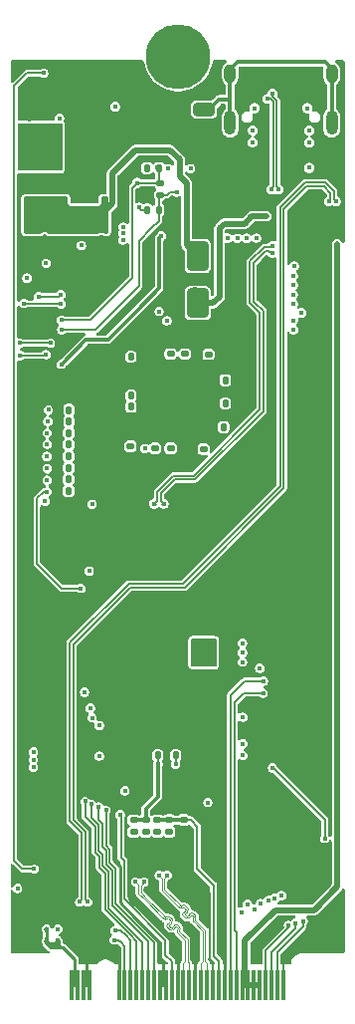
<source format=gbr>
%TF.GenerationSoftware,KiCad,Pcbnew,9.0.7*%
%TF.CreationDate,2026-02-28T14:28:49+01:00*%
%TF.ProjectId,BladeCore-M54E,426c6164-6543-46f7-9265-2d4d3534452e,rev?*%
%TF.SameCoordinates,Original*%
%TF.FileFunction,Copper,L6,Bot*%
%TF.FilePolarity,Positive*%
%FSLAX46Y46*%
G04 Gerber Fmt 4.6, Leading zero omitted, Abs format (unit mm)*
G04 Created by KiCad (PCBNEW 9.0.7) date 2026-02-28 14:28:49*
%MOMM*%
%LPD*%
G01*
G04 APERTURE LIST*
G04 Aperture macros list*
%AMRoundRect*
0 Rectangle with rounded corners*
0 $1 Rounding radius*
0 $2 $3 $4 $5 $6 $7 $8 $9 X,Y pos of 4 corners*
0 Add a 4 corners polygon primitive as box body*
4,1,4,$2,$3,$4,$5,$6,$7,$8,$9,$2,$3,0*
0 Add four circle primitives for the rounded corners*
1,1,$1+$1,$2,$3*
1,1,$1+$1,$4,$5*
1,1,$1+$1,$6,$7*
1,1,$1+$1,$8,$9*
0 Add four rect primitives between the rounded corners*
20,1,$1+$1,$2,$3,$4,$5,0*
20,1,$1+$1,$4,$5,$6,$7,0*
20,1,$1+$1,$6,$7,$8,$9,0*
20,1,$1+$1,$8,$9,$2,$3,0*%
G04 Aperture macros list end*
%TA.AperFunction,ComponentPad*%
%ADD10C,0.600000*%
%TD*%
%TA.AperFunction,SMDPad,CuDef*%
%ADD11R,2.400000X1.650000*%
%TD*%
%TA.AperFunction,HeatsinkPad*%
%ADD12O,1.000000X2.100000*%
%TD*%
%TA.AperFunction,HeatsinkPad*%
%ADD13O,1.000000X1.600000*%
%TD*%
%TA.AperFunction,SMDPad,CuDef*%
%ADD14R,0.350000X2.500000*%
%TD*%
%TA.AperFunction,ComponentPad*%
%ADD15C,5.500000*%
%TD*%
%TA.AperFunction,HeatsinkPad*%
%ADD16C,0.425000*%
%TD*%
%TA.AperFunction,SMDPad,CuDef*%
%ADD17RoundRect,0.135000X0.185000X-0.135000X0.185000X0.135000X-0.185000X0.135000X-0.185000X-0.135000X0*%
%TD*%
%TA.AperFunction,SMDPad,CuDef*%
%ADD18RoundRect,0.140000X-0.170000X0.140000X-0.170000X-0.140000X0.170000X-0.140000X0.170000X0.140000X0*%
%TD*%
%TA.AperFunction,SMDPad,CuDef*%
%ADD19RoundRect,0.140000X0.170000X-0.140000X0.170000X0.140000X-0.170000X0.140000X-0.170000X-0.140000X0*%
%TD*%
%TA.AperFunction,SMDPad,CuDef*%
%ADD20RoundRect,0.140000X-0.140000X-0.170000X0.140000X-0.170000X0.140000X0.170000X-0.140000X0.170000X0*%
%TD*%
%TA.AperFunction,SMDPad,CuDef*%
%ADD21RoundRect,0.140000X0.140000X0.170000X-0.140000X0.170000X-0.140000X-0.170000X0.140000X-0.170000X0*%
%TD*%
%TA.AperFunction,SMDPad,CuDef*%
%ADD22RoundRect,0.125000X0.175000X0.125000X-0.175000X0.125000X-0.175000X-0.125000X0.175000X-0.125000X0*%
%TD*%
%TA.AperFunction,SMDPad,CuDef*%
%ADD23RoundRect,0.135000X-0.135000X-0.185000X0.135000X-0.185000X0.135000X0.185000X-0.135000X0.185000X0*%
%TD*%
%TA.AperFunction,SMDPad,CuDef*%
%ADD24RoundRect,0.135000X-0.185000X0.135000X-0.185000X-0.135000X0.185000X-0.135000X0.185000X0.135000X0*%
%TD*%
%TA.AperFunction,SMDPad,CuDef*%
%ADD25RoundRect,0.250000X-0.650000X0.325000X-0.650000X-0.325000X0.650000X-0.325000X0.650000X0.325000X0*%
%TD*%
%TA.AperFunction,SMDPad,CuDef*%
%ADD26RoundRect,0.250000X-0.650000X1.000000X-0.650000X-1.000000X0.650000X-1.000000X0.650000X1.000000X0*%
%TD*%
%TA.AperFunction,ViaPad*%
%ADD27C,0.400000*%
%TD*%
%TA.AperFunction,ViaPad*%
%ADD28C,0.450000*%
%TD*%
%TA.AperFunction,Conductor*%
%ADD29C,0.150000*%
%TD*%
%TA.AperFunction,Conductor*%
%ADD30C,0.250000*%
%TD*%
%TA.AperFunction,Conductor*%
%ADD31C,0.400000*%
%TD*%
%TA.AperFunction,Conductor*%
%ADD32C,0.350000*%
%TD*%
%TA.AperFunction,Conductor*%
%ADD33C,0.174000*%
%TD*%
%TA.AperFunction,Conductor*%
%ADD34C,0.200000*%
%TD*%
%TA.AperFunction,Conductor*%
%ADD35C,0.500000*%
%TD*%
%TA.AperFunction,Conductor*%
%ADD36C,0.090000*%
%TD*%
%TA.AperFunction,Conductor*%
%ADD37C,0.300000*%
%TD*%
%TA.AperFunction,Conductor*%
%ADD38C,0.157700*%
%TD*%
G04 APERTURE END LIST*
D10*
%TO.P,IC7,11,PAD*%
%TO.N,GND*%
X5890000Y68620000D03*
X7610000Y68620000D03*
X6750000Y69100000D03*
D11*
X6750000Y69100000D03*
D10*
X5890000Y69580000D03*
X7610000Y69580000D03*
%TD*%
D12*
%TO.P,J3,S1,SHIELD*%
%TO.N,SHIELD*%
X27795000Y75120000D03*
D13*
X27795000Y79300000D03*
D12*
X19155000Y75120000D03*
D13*
X19155000Y79300000D03*
%TD*%
D14*
%TO.P,J1,2,2*%
%TO.N,GND*%
X23675000Y1850000D03*
%TO.P,J1,4,4*%
%TO.N,/Project Architecture/GPIO27*%
X23175000Y1850000D03*
%TO.P,J1,6,6*%
%TO.N,/Project Architecture/GPIO26*%
X22675000Y1850000D03*
%TO.P,J1,8,8*%
%TO.N,/Project Architecture/GPIO25*%
X22175000Y1850000D03*
%TO.P,J1,10,10*%
%TO.N,/Project Architecture/PWR*%
X21675000Y1850000D03*
%TO.P,J1,12,12*%
X21175000Y1850000D03*
%TO.P,J1,14,14*%
X20675000Y1850000D03*
%TO.P,J1,16,16*%
X20175000Y1850000D03*
%TO.P,J1,18,18*%
%TO.N,/Project Architecture/LINK_LED*%
X19675000Y1850000D03*
%TO.P,J1,20,20*%
%TO.N,/Project Architecture/ACT_LED*%
X19175000Y1850000D03*
%TO.P,J1,22,22*%
%TO.N,GND*%
X18675000Y1850000D03*
%TO.P,J1,24,24*%
%TO.N,/Project Architecture/RCT*%
X18175000Y1850000D03*
%TO.P,J1,26,26*%
%TO.N,GND*%
X17675000Y1850000D03*
%TO.P,J1,28,28*%
%TO.N,/Project Architecture/RD_P*%
X17175000Y1850000D03*
%TO.P,J1,30,30*%
%TO.N,/Project Architecture/RD_N*%
X16675000Y1850000D03*
%TO.P,J1,32,32*%
%TO.N,GND*%
X16175000Y1850000D03*
%TO.P,J1,34,34*%
%TO.N,/Project Architecture/TD_P*%
X15675000Y1850000D03*
%TO.P,J1,36,36*%
%TO.N,/Project Architecture/TD_N*%
X15175000Y1850000D03*
%TO.P,J1,38,38*%
%TO.N,GND*%
X14675000Y1850000D03*
%TO.P,J1,40,40*%
%TO.N,/Project Architecture/TCT*%
X14175000Y1850000D03*
%TO.P,J1,42,42*%
%TO.N,GND*%
X13675000Y1850000D03*
%TO.P,J1,44,44*%
X13175000Y1850000D03*
%TO.P,J1,46,46*%
%TO.N,/Project Architecture/ADC0*%
X12675000Y1850000D03*
%TO.P,J1,48,48*%
%TO.N,/Project Architecture/ADC1*%
X12175000Y1850000D03*
%TO.P,J1,50,50*%
%TO.N,/Project Architecture/ADC2*%
X11675000Y1850000D03*
%TO.P,J1,52,52*%
%TO.N,/Project Architecture/ADC3*%
X11175000Y1850000D03*
%TO.P,J1,54,54*%
%TO.N,/Project Architecture/ADC4*%
X10675000Y1850000D03*
%TO.P,J1,56,56*%
%TO.N,/Project Architecture/ADC5*%
X10175000Y1850000D03*
%TO.P,J1,58,58*%
%TO.N,GND*%
X9675000Y1850000D03*
%TO.P,J1,68,68*%
X7175000Y1850000D03*
%TO.P,J1,70,70*%
X6675000Y1850000D03*
%TO.P,J1,72,72*%
%TO.N,VBUS*%
X6175000Y1850000D03*
%TO.P,J1,74,74*%
X5675000Y1850000D03*
D15*
%TO.P,J1,SH1*%
%TO.N,N/C*%
X14721447Y80770000D03*
%TD*%
D16*
%TO.P,IC1,81,GND*%
%TO.N,GND*%
X15529212Y50595788D03*
X15529212Y51445788D03*
X15529212Y52295788D03*
X14679212Y50595788D03*
X14679212Y51445788D03*
X14679212Y52295788D03*
X13829212Y50595788D03*
X13829212Y51445788D03*
X13829212Y52295788D03*
%TD*%
D17*
%TO.P,R48,1*%
%TO.N,/Project Architecture/Ethernet Interface/RDN_R_N*%
X12970000Y14850000D03*
%TO.P,R48,2*%
%TO.N,/Project Architecture/RCT*%
X12970000Y15870000D03*
%TD*%
D18*
%TO.P,C14,1*%
%TO.N,+1V1*%
X14079212Y55470788D03*
%TO.P,C14,2*%
%TO.N,GND*%
X14079212Y54510788D03*
%TD*%
%TO.P,C4,1*%
%TO.N,+3.3V*%
X15304212Y55470788D03*
%TO.P,C4,2*%
%TO.N,GND*%
X15304212Y54510788D03*
%TD*%
%TO.P,C3,1*%
%TO.N,+3.3V*%
X17304212Y55445788D03*
%TO.P,C3,2*%
%TO.N,GND*%
X17304212Y54485788D03*
%TD*%
D19*
%TO.P,C8,1*%
%TO.N,+3.3V*%
X10679212Y47640788D03*
%TO.P,C8,2*%
%TO.N,GND*%
X10679212Y48600788D03*
%TD*%
D20*
%TO.P,C7,1*%
%TO.N,+3.3V*%
X10694212Y51945788D03*
%TO.P,C7,2*%
%TO.N,GND*%
X11654212Y51945788D03*
%TD*%
%TO.P,C5,1*%
%TO.N,+3.3V*%
X10699212Y55245788D03*
%TO.P,C5,2*%
%TO.N,GND*%
X11659212Y55245788D03*
%TD*%
D17*
%TO.P,R49,1*%
%TO.N,/Project Architecture/Ethernet Interface/RDN_R_P*%
X13970000Y14860000D03*
%TO.P,R49,2*%
%TO.N,/Project Architecture/RCT*%
X13970000Y15880000D03*
%TD*%
D20*
%TO.P,C15,1*%
%TO.N,+1V1*%
X10694212Y50995788D03*
%TO.P,C15,2*%
%TO.N,GND*%
X11654212Y50995788D03*
%TD*%
D21*
%TO.P,C31,1*%
%TO.N,Net-(IC1B-GPIO46{slash}ADC6)*%
X5404212Y44820788D03*
%TO.P,C31,2*%
%TO.N,GND*%
X4444212Y44820788D03*
%TD*%
%TO.P,C27,1*%
%TO.N,Net-(IC1B-GPIO42{slash}ADC2)*%
X5409212Y48770788D03*
%TO.P,C27,2*%
%TO.N,GND*%
X4449212Y48770788D03*
%TD*%
D22*
%TO.P,D1,1,K1*%
%TO.N,/Project Architecture/Microcontroller Peripherals/I2C0_SDA*%
X13200000Y70000000D03*
%TO.P,D1,2,K2*%
%TO.N,/Project Architecture/Microcontroller Peripherals/I2C0_SCL*%
X13200000Y69000000D03*
%TO.P,D1,3,A*%
%TO.N,GND*%
X11900000Y69500000D03*
%TD*%
D19*
%TO.P,C9,1*%
%TO.N,+3.3V*%
X14079212Y47465788D03*
%TO.P,C9,2*%
%TO.N,GND*%
X14079212Y48425788D03*
%TD*%
D23*
%TO.P,R18,1*%
%TO.N,+3.3V*%
X12060000Y67730000D03*
%TO.P,R18,2*%
%TO.N,/Project Architecture/Microcontroller Peripherals/I2C0_SCL*%
X13080000Y67730000D03*
%TD*%
D21*
%TO.P,C32,1*%
%TO.N,Net-(IC1B-GPIO47{slash}ADC7)*%
X5404212Y43845788D03*
%TO.P,C32,2*%
%TO.N,GND*%
X4444212Y43845788D03*
%TD*%
D24*
%TO.P,R38,1*%
%TO.N,+3.3VP*%
X10950000Y15870000D03*
%TO.P,R38,2*%
%TO.N,/Project Architecture/Ethernet Interface/TDN_R_N*%
X10950000Y14850000D03*
%TD*%
D21*
%TO.P,C1,1*%
%TO.N,+3.3V*%
X18589212Y49270788D03*
%TO.P,C1,2*%
%TO.N,GND*%
X17629212Y49270788D03*
%TD*%
D18*
%TO.P,C37,1*%
%TO.N,/Project Architecture/RCT*%
X15190000Y15880000D03*
%TO.P,C37,2*%
%TO.N,GND*%
X15190000Y14920000D03*
%TD*%
D25*
%TO.P,C59,1*%
%TO.N,SHIELD*%
X16950000Y76275000D03*
%TO.P,C59,2*%
%TO.N,GND*%
X16950000Y73325000D03*
%TD*%
D26*
%TO.P,D8,1,K*%
%TO.N,+5V*%
X16400000Y63800000D03*
%TO.P,D8,2,A*%
%TO.N,VBUS_ONBOARD*%
X16400000Y59800000D03*
%TD*%
D20*
%TO.P,C43,1*%
%TO.N,+3.3VP*%
X14520000Y21350000D03*
%TO.P,C43,2*%
%TO.N,GND*%
X15480000Y21350000D03*
%TD*%
D21*
%TO.P,C13,1*%
%TO.N,+1V1*%
X18734212Y51270788D03*
%TO.P,C13,2*%
%TO.N,GND*%
X17774212Y51270788D03*
%TD*%
%TO.P,C2,1*%
%TO.N,+3.3V*%
X18734212Y53245788D03*
%TO.P,C2,2*%
%TO.N,GND*%
X17774212Y53245788D03*
%TD*%
D24*
%TO.P,R37,1*%
%TO.N,+3.3VP*%
X11960000Y15870000D03*
%TO.P,R37,2*%
%TO.N,/Project Architecture/Ethernet Interface/TDN_R_P*%
X11960000Y14850000D03*
%TD*%
D21*
%TO.P,C30,1*%
%TO.N,Net-(IC1B-GPIO45{slash}ADC5)*%
X5409212Y45795788D03*
%TO.P,C30,2*%
%TO.N,GND*%
X4449212Y45795788D03*
%TD*%
D23*
%TO.P,R17,1*%
%TO.N,+3.3V*%
X12050000Y71260000D03*
%TO.P,R17,2*%
%TO.N,/Project Architecture/Microcontroller Peripherals/I2C0_SDA*%
X13070000Y71260000D03*
%TD*%
D21*
%TO.P,C26,1*%
%TO.N,Net-(IC1B-GPIO41{slash}ADC1)*%
X5429212Y49745788D03*
%TO.P,C26,2*%
%TO.N,GND*%
X4469212Y49745788D03*
%TD*%
D19*
%TO.P,C16,1*%
%TO.N,+1V1*%
X12754212Y47465788D03*
%TO.P,C16,2*%
%TO.N,GND*%
X12754212Y48425788D03*
%TD*%
D21*
%TO.P,C25,1*%
%TO.N,Net-(IC1B-GPIO40{slash}ADC0)*%
X5429212Y50720788D03*
%TO.P,C25,2*%
%TO.N,GND*%
X4469212Y50720788D03*
%TD*%
D19*
%TO.P,C10,1*%
%TO.N,+3.3V*%
X16879212Y47390788D03*
%TO.P,C10,2*%
%TO.N,GND*%
X16879212Y48350788D03*
%TD*%
D21*
%TO.P,C28,1*%
%TO.N,Net-(IC1B-GPIO43{slash}ADC3)*%
X5404212Y47770788D03*
%TO.P,C28,2*%
%TO.N,GND*%
X4444212Y47770788D03*
%TD*%
%TO.P,C29,1*%
%TO.N,Net-(IC1B-GPIO44{slash}ADC4)*%
X5404212Y46770788D03*
%TO.P,C29,2*%
%TO.N,GND*%
X4444212Y46770788D03*
%TD*%
%TO.P,C48,1*%
%TO.N,+3.3VP*%
X12980000Y21350000D03*
%TO.P,C48,2*%
%TO.N,GND*%
X12020000Y21350000D03*
%TD*%
D27*
%TO.N,GND*%
X7500000Y64725000D03*
X16000000Y23100000D03*
X9150000Y58100000D03*
D28*
X19675000Y73475000D03*
D27*
X22000000Y23600000D03*
X18410000Y4640000D03*
X5200000Y12375000D03*
D28*
X20825000Y71150000D03*
D27*
X8700000Y7200000D03*
X19750000Y32350000D03*
X10832300Y11175305D03*
X14450000Y33700000D03*
X17250000Y16350000D03*
X3650000Y57400000D03*
X21000000Y19100000D03*
X15350000Y31075000D03*
X14139098Y4610031D03*
X6750000Y62900000D03*
X26000000Y7100000D03*
X27200000Y10500000D03*
X6000000Y78500000D03*
X17750000Y34600000D03*
X12000000Y20600000D03*
X17000000Y14100000D03*
X13810000Y75255000D03*
X18000000Y19100000D03*
X15040000Y74500000D03*
X12325000Y55250000D03*
X8400000Y20500000D03*
D28*
X22875000Y63250000D03*
D27*
X12475000Y64200000D03*
X14000000Y25100000D03*
X28000000Y5100000D03*
X8850000Y78550000D03*
X20600000Y58600000D03*
X3300000Y10100000D03*
X9700000Y62000000D03*
X6925000Y21100000D03*
X23200000Y31350000D03*
X8100000Y28200000D03*
X4050000Y64700000D03*
X21420000Y4640000D03*
X1800000Y5225000D03*
X17325000Y66425000D03*
X10665836Y45034164D03*
X11400000Y69050000D03*
D28*
X17477407Y68534304D03*
D27*
X9250000Y19600000D03*
X17600000Y28150000D03*
X16000000Y25100000D03*
X12100000Y11175000D03*
X26000000Y5100000D03*
X18750000Y32350000D03*
X16175000Y4650000D03*
X17758697Y33528588D03*
X4134800Y42925000D03*
X5000000Y14100000D03*
X21425000Y36700000D03*
X1100000Y6000000D03*
X21980000Y24600000D03*
X7000000Y23850000D03*
X16175000Y61025000D03*
X8100000Y5625000D03*
X8000000Y38000000D03*
D28*
X17477407Y69184304D03*
X26775000Y72775000D03*
X20000000Y69800000D03*
D27*
X14700000Y67450000D03*
X5262500Y73787500D03*
X17625000Y48525000D03*
X16750000Y23600000D03*
X16500000Y15850000D03*
X2050000Y75450000D03*
X18750000Y34600000D03*
X11650000Y52575000D03*
X16200000Y67450000D03*
X17450000Y78350000D03*
X17750000Y32350000D03*
X12200000Y37700000D03*
X12825000Y10625000D03*
X3300000Y9050000D03*
X8925000Y38925000D03*
X11000000Y20700000D03*
X22000000Y25600000D03*
X8100000Y34850000D03*
X28000000Y7100000D03*
X15800000Y14920000D03*
X11651527Y50326527D03*
X1075000Y7000000D03*
X15000000Y12100000D03*
X8500000Y72550000D03*
X18758697Y33528588D03*
X12000000Y25100000D03*
D28*
X19675000Y72800000D03*
D27*
X17000000Y73362500D03*
X10675000Y49250000D03*
X16750000Y22100000D03*
X3700000Y54200000D03*
X3750000Y52150000D03*
X15300000Y53900000D03*
X17150000Y42300000D03*
X16550000Y54475000D03*
X18758697Y35697756D03*
X7850000Y6275000D03*
X5575000Y5525000D03*
X5900000Y77125000D03*
X5550000Y79700000D03*
X23925000Y4650000D03*
X11550000Y48225000D03*
X9425000Y4925000D03*
X17758697Y35697756D03*
X6375000Y23100000D03*
X17100000Y51275000D03*
X8225000Y65400000D03*
X8675000Y73875000D03*
X9096800Y15052936D03*
X27200000Y8100000D03*
X9150000Y31050000D03*
X21980000Y22350000D03*
X4750000Y18100000D03*
X6700000Y28800000D03*
X21980000Y21350000D03*
D28*
X27200000Y73550000D03*
D27*
X12350000Y30750000D03*
X11050000Y40400000D03*
X12776527Y49201527D03*
D28*
X14300000Y68500000D03*
X20000000Y69150000D03*
X20000000Y68500000D03*
X17477407Y69834304D03*
D27*
X14100000Y49178200D03*
X26000000Y7100000D03*
X9650000Y75250000D03*
X19750000Y34600000D03*
X14000000Y23100000D03*
X19758697Y35697756D03*
X14075000Y53900000D03*
X19758697Y33528588D03*
D28*
X17477407Y67884304D03*
D27*
X12000000Y23100000D03*
X18850000Y28150000D03*
X11500000Y43000000D03*
X15500000Y20600000D03*
X17100000Y53250000D03*
X15190000Y14300000D03*
D28*
X20000000Y67850000D03*
D27*
X10850000Y36850000D03*
X5075000Y64700000D03*
X16750000Y21100000D03*
X15325000Y73680000D03*
X14425000Y30575000D03*
X6400000Y22125000D03*
X16562573Y49190627D03*
X8475000Y71000000D03*
X3350000Y65450000D03*
X9850000Y28200000D03*
X9036626Y71810000D03*
X13975000Y65025000D03*
%TO.N,+5V*%
X4000000Y68100000D03*
X8475000Y67625000D03*
X3000000Y68100000D03*
X2400000Y21650000D03*
X3000000Y67100000D03*
X3325000Y66375000D03*
X4000000Y67100000D03*
X2000000Y68100000D03*
X2000000Y67100000D03*
X2400000Y20350000D03*
X2400000Y21000000D03*
%TO.N,+3.3V*%
X8000000Y21300000D03*
X3500000Y74600000D03*
X2500000Y73600000D03*
X8000000Y23900000D03*
X11385876Y67935876D03*
X10679212Y47670788D03*
X12050000Y71300000D03*
X1500000Y74600000D03*
X16200000Y30900000D03*
X18729212Y53245788D03*
X10704212Y55245788D03*
X3500000Y73600000D03*
X24600000Y62950000D03*
X2500000Y74600000D03*
X17279212Y55470788D03*
X3500000Y71600000D03*
X3375000Y42950000D03*
X7250000Y25375000D03*
X13895000Y71245000D03*
X7394192Y42703494D03*
X10654212Y51845788D03*
X18679212Y49245788D03*
X11879212Y47445788D03*
X3480331Y63180331D03*
X1500000Y72600000D03*
X4497224Y73585855D03*
X16200000Y30100000D03*
D28*
X9350000Y76500000D03*
D27*
X14054212Y47420788D03*
X2500000Y71600000D03*
X1850000Y61925000D03*
X4500000Y71600000D03*
X16879212Y47445788D03*
X1500000Y71600000D03*
X21675000Y28775000D03*
X4625000Y75525000D03*
X6475000Y64700000D03*
X16200000Y29300000D03*
X15279212Y55470788D03*
X1500000Y73600000D03*
X4500000Y74600000D03*
%TO.N,/Project Architecture/Microcontroller Peripherals/VREF_IN*%
X7150000Y37025000D03*
X15775000Y71250000D03*
%TO.N,/Project Architecture/Ethernet Interface/RDN_R_N*%
X12970000Y14850000D03*
%TO.N,/Project Architecture/RD_N*%
X13115000Y11175000D03*
%TO.N,+1V1*%
X12679212Y47445788D03*
X14054212Y55445788D03*
X18779212Y51245788D03*
X10654212Y51045788D03*
%TO.N,/Project Architecture/Ethernet Interface/RDN_R_P*%
X13970000Y14850000D03*
%TO.N,/Project Architecture/RD_P*%
X13815000Y11175000D03*
%TO.N,+3.3VP*%
X20250000Y21350000D03*
X20230000Y24600000D03*
X14500000Y20600000D03*
X20200000Y30100000D03*
X20250000Y22350000D03*
X13000000Y20600000D03*
X20200000Y30900000D03*
X10195000Y18350000D03*
X20200000Y29300000D03*
X17250000Y17350000D03*
%TO.N,VBUS*%
X4500000Y5600000D03*
X3275000Y79350000D03*
X3500000Y5600000D03*
X2475000Y11700000D03*
X3500000Y6600000D03*
X4500000Y6600000D03*
%TO.N,/Project Architecture/Microcontroller/ADC_VUSB*%
X1050000Y10050000D03*
X3575000Y44750000D03*
%TO.N,HEARTBEAT*%
X13300000Y65525000D03*
X4775000Y54600000D03*
D28*
%TO.N,/Project Architecture/Microcontroller Peripherals/I2C0_SCL*%
X14600000Y69250000D03*
D27*
X4800000Y57550000D03*
%TO.N,/Project Architecture/Microcontroller Peripherals/I2C0_SDA*%
X4775000Y58350000D03*
D28*
X11226000Y70026000D03*
D27*
X12960000Y71380000D03*
%TO.N,QSPI_SS*%
X22750000Y20300000D03*
X27200000Y14300000D03*
%TO.N,/Project Architecture/Microcontroller Peripherals/SWDIO*%
X13100000Y59100000D03*
X6746958Y26736311D03*
%TO.N,/Project Architecture/Microcontroller Peripherals/SWCLK*%
X13766212Y58300000D03*
X7400000Y24550000D03*
%TO.N,/Project Architecture/Ethernet Interface/SPI1_MOSI*%
X1598472Y59769841D03*
X4750000Y59725000D03*
%TO.N,/Project Architecture/Ethernet Interface/ETH_INT*%
X1275000Y55350000D03*
X3475000Y55425000D03*
%TO.N,/Project Architecture/Ethernet Interface/SPI1_SCLK*%
X2825000Y60375000D03*
X4725000Y60525000D03*
%TO.N,/Project Architecture/Ethernet Interface/ETH_RST*%
X1268533Y56400000D03*
X3850000Y56400000D03*
%TO.N,/Project Architecture/GPIO22*%
X22375000Y9025000D03*
X24530000Y61330000D03*
%TO.N,/Project Architecture/GPIO23*%
X22950000Y9200000D03*
X24520000Y62120000D03*
%TO.N,/Project Architecture/GPIO18*%
X20100000Y8025000D03*
X24540000Y57550000D03*
%TO.N,/Project Architecture/GPIO27*%
X25360000Y7275000D03*
X18970000Y65330000D03*
%TO.N,/Project Architecture/LINK_LED*%
X21950000Y26650000D03*
D28*
%TO.N,/Project Architecture/PWR*%
X28250000Y64800000D03*
X28250000Y63600000D03*
D27*
X10025000Y65725000D03*
X10025000Y66250000D03*
D28*
X28250000Y64200000D03*
D27*
X10025000Y65175000D03*
%TO.N,/Project Architecture/ADC0*%
X3675000Y50725000D03*
X8575000Y16700000D03*
%TO.N,/Project Architecture/GPIO26*%
X24710000Y7100000D03*
X19760000Y65310000D03*
%TO.N,/Project Architecture/ADC5*%
X9250000Y5675000D03*
X3575000Y45750000D03*
%TO.N,/Project Architecture/GPIO25*%
X20554212Y65320788D03*
X24120000Y6900000D03*
%TO.N,/Project Architecture/GPIO21*%
X21750000Y8750000D03*
X24510000Y60520000D03*
%TO.N,/Project Architecture/ADC4*%
X3550000Y46775000D03*
X9350000Y6475000D03*
%TO.N,/Project Architecture/GPIO19*%
X24530000Y58330000D03*
X20625000Y8700000D03*
D28*
%TO.N,/Project Architecture/TCT*%
X9775000Y16300000D03*
D27*
%TO.N,/Project Architecture/GPIO20*%
X21200000Y8247545D03*
X24520000Y59730000D03*
%TO.N,/Project Architecture/GPIO24*%
X21380000Y65330000D03*
X23525000Y9450000D03*
%TO.N,Net-(IC1B-GPIO40{slash}ADC0)*%
X5425728Y50817350D03*
%TO.N,Net-(IC1B-GPIO41{slash}ADC1)*%
X5465409Y49791321D03*
%TO.N,Net-(IC1B-GPIO42{slash}ADC2)*%
X5448403Y48793636D03*
%TO.N,Net-(IC1B-GPIO43{slash}ADC3)*%
X5414391Y47807288D03*
%TO.N,Net-(IC1B-GPIO44{slash}ADC4)*%
X5397385Y46798265D03*
%TO.N,Net-(IC1B-GPIO45{slash}ADC5)*%
X5397385Y45732555D03*
%TO.N,Net-(IC1B-GPIO46{slash}ADC6)*%
X5454072Y44774550D03*
%TO.N,Net-(IC1B-GPIO47{slash}ADC7)*%
X5442734Y43884569D03*
%TO.N,/Project Architecture/TD_N*%
X11105000Y10600000D03*
%TO.N,/Project Architecture/ADC2*%
X3575000Y48775000D03*
X7350000Y17200000D03*
%TO.N,/Project Architecture/TD_P*%
X11805000Y10600000D03*
%TO.N,/Project Architecture/ADC3*%
X6800000Y17450000D03*
X3575000Y47800000D03*
%TO.N,/Project Architecture/ADC1*%
X3625000Y49750000D03*
X7950000Y16975000D03*
%TO.N,/Project Architecture/ACT_LED*%
X21975000Y27675000D03*
%TO.N,/Project Architecture/Microcontroller Peripherals/ADC_VREF*%
X3575000Y43775000D03*
X6430000Y35550000D03*
%TO.N,/Project Architecture/Ethernet Interface/TDN_R_P*%
X11960000Y14850000D03*
%TO.N,/Project Architecture/Ethernet Interface/TDN_R_N*%
X10950000Y14850000D03*
D28*
%TO.N,VBUS_ONBOARD*%
X25725000Y76375000D03*
X25226446Y58976446D03*
X21050000Y73475000D03*
X25875000Y74480000D03*
X25875000Y73450000D03*
D27*
X22250000Y67200000D03*
X21600000Y67200000D03*
D28*
X21225000Y76375000D03*
D27*
X21000000Y67200000D03*
D28*
X21075000Y74480000D03*
X25875000Y71300000D03*
%TO.N,USB_D-*%
X28151200Y68450000D03*
D27*
X6325000Y8900000D03*
D28*
%TO.N,USB_D+*%
X27548800Y68450000D03*
D27*
X7025000Y8900000D03*
D28*
%TO.N,USB_ONB_D+*%
X22673800Y69450000D03*
X22337019Y77162019D03*
%TO.N,USB_ONB_D-*%
X22762981Y77587981D03*
X23276200Y69450000D03*
%TO.N,/Project Architecture/USB Interface and Power/USB_RP_D+*%
X22750000Y64073800D03*
X13484743Y42748112D03*
%TO.N,/Project Architecture/USB Interface and Power/USB_RP_D-*%
X12676013Y42759449D03*
X22750000Y64676200D03*
D27*
%TO.N,SHIELD*%
X16950000Y76275000D03*
%TD*%
D29*
%TO.N,GND*%
X12020000Y21350000D02*
X12020000Y20620000D01*
D30*
X14139098Y4610031D02*
X14175000Y4645933D01*
X7850000Y8935800D02*
X7185800Y9600000D01*
X10550000Y10893005D02*
X10832300Y11175305D01*
X11068069Y7543069D02*
X9775000Y8836138D01*
X7185800Y9600000D02*
X7185800Y14125000D01*
D31*
X12754212Y49179212D02*
X12776527Y49201527D01*
D29*
X12825000Y9575000D02*
X16175000Y6225000D01*
D31*
X11654212Y52570788D02*
X11654212Y51945788D01*
X14079212Y48425788D02*
X14079212Y49157412D01*
D32*
X16962500Y73325000D02*
X17000000Y73362500D01*
D33*
X17450000Y3950000D02*
X17450000Y9650000D01*
D31*
X17104212Y51270788D02*
X17100000Y51275000D01*
X11659212Y55245788D02*
X12320788Y55245788D01*
X16879212Y48350788D02*
X16879212Y48873988D01*
X12320788Y55245788D02*
X12325000Y55250000D01*
X17304212Y54485788D02*
X16560788Y54485788D01*
D29*
X12825000Y10625000D02*
X12825000Y9575000D01*
X11900000Y69500000D02*
X11850000Y69500000D01*
D31*
X17450788Y48350788D02*
X17625000Y48525000D01*
D30*
X6675000Y1845000D02*
X6925000Y1845000D01*
D33*
X17675000Y3725000D02*
X17450000Y3950000D01*
D29*
X16175000Y6225000D02*
X16175000Y4650000D01*
D31*
X16879212Y48873988D02*
X16562573Y49190627D01*
X15304212Y53904212D02*
X15300000Y53900000D01*
D30*
X6161190Y16061190D02*
X6160800Y16061580D01*
D34*
X23675000Y1845000D02*
X23675000Y4400000D01*
D30*
X9675000Y4675000D02*
X9425000Y4925000D01*
D31*
X10679212Y49245788D02*
X10675000Y49250000D01*
D30*
X14675000Y4025000D02*
X14675000Y1845000D01*
X13225000Y5386138D02*
X11068069Y7543069D01*
X9775000Y11936138D02*
X9355569Y12355569D01*
X13400000Y3700000D02*
X13300000Y3800000D01*
X6925000Y1845000D02*
X7175000Y1845000D01*
X9355569Y12355569D02*
X9247000Y12464138D01*
D29*
X15480000Y20620000D02*
X15500000Y20600000D01*
D31*
X17104212Y53245788D02*
X17100000Y53250000D01*
D30*
X13225000Y5100000D02*
X13225000Y5386138D01*
D31*
X16879212Y48350788D02*
X17450788Y48350788D01*
D33*
X17675000Y1845000D02*
X17675000Y3725000D01*
D31*
X11654212Y50995788D02*
X11654212Y51945788D01*
D30*
X9247000Y14902736D02*
X9096800Y15052936D01*
X14175000Y5525000D02*
X10550000Y9150000D01*
D31*
X11654212Y50995788D02*
X11654212Y50329212D01*
X17629212Y48529212D02*
X17625000Y48525000D01*
D33*
X17450000Y9650000D02*
X15000000Y12100000D01*
D30*
X6925000Y1845000D02*
X6925000Y4450000D01*
X13400000Y1845000D02*
X13675000Y1845000D01*
D29*
X11850000Y69500000D02*
X11400000Y69050000D01*
D31*
X10679212Y48600788D02*
X10679212Y49245788D01*
D30*
X14139098Y4610031D02*
X14139098Y4560902D01*
D32*
X15800000Y14920000D02*
X15190000Y14920000D01*
D31*
X17774212Y51270788D02*
X17104212Y51270788D01*
X17774212Y53245788D02*
X17104212Y53245788D01*
D32*
X15190000Y14300000D02*
X15190000Y14920000D01*
D30*
X13400000Y1845000D02*
X13400000Y3700000D01*
X10550000Y9150000D02*
X10550000Y10893005D01*
D31*
X11650000Y52575000D02*
X11654212Y52570788D01*
D30*
X6160800Y20335800D02*
X6925000Y21100000D01*
X7185800Y14125000D02*
X7185800Y15036580D01*
X18675000Y1845000D02*
X18675000Y4375000D01*
X7850000Y6275000D02*
X7850000Y8935800D01*
X13225000Y3875000D02*
X13225000Y5100000D01*
D31*
X14079212Y53904212D02*
X14075000Y53900000D01*
D30*
X14139098Y4560902D02*
X14675000Y4025000D01*
D32*
X16950000Y73325000D02*
X16962500Y73325000D01*
D30*
X13175000Y1845000D02*
X13400000Y1845000D01*
X13300000Y3800000D02*
X13225000Y3875000D01*
X9775000Y8836138D02*
X9775000Y10900000D01*
X14175000Y4645933D02*
X14175000Y5525000D01*
X6160800Y16061580D02*
X6160800Y18725000D01*
X6988126Y15234254D02*
X6161190Y16061190D01*
D29*
X15480000Y21350000D02*
X15480000Y20620000D01*
D31*
X17629212Y49270788D02*
X17629212Y48529212D01*
X15304212Y54510788D02*
X15304212Y53904212D01*
X12754212Y48425788D02*
X12754212Y49179212D01*
D30*
X9247000Y12464138D02*
X9247000Y14600000D01*
X16175000Y1845000D02*
X16175000Y4650000D01*
D31*
X11654212Y50329212D02*
X11651527Y50326527D01*
X14079212Y49157412D02*
X14100000Y49178200D01*
D30*
X18675000Y4375000D02*
X18410000Y4640000D01*
X7185800Y15036580D02*
X6988126Y15234254D01*
D31*
X14079212Y54510788D02*
X14079212Y53904212D01*
D29*
X12020000Y20620000D02*
X12000000Y20600000D01*
D30*
X9247000Y14600000D02*
X9247000Y14902736D01*
X9675000Y1845000D02*
X9675000Y4675000D01*
X9775000Y10900000D02*
X9775000Y11936138D01*
D31*
X16560788Y54485788D02*
X16550000Y54475000D01*
D30*
X6160800Y18725000D02*
X6160800Y20335800D01*
X6925000Y4450000D02*
X8100000Y5625000D01*
D34*
X23675000Y4400000D02*
X23925000Y4650000D01*
D35*
%TO.N,+5V*%
X14050000Y72800000D02*
X11100000Y72800000D01*
X14850000Y72000000D02*
X14050000Y72800000D01*
X15450000Y64750000D02*
X15450000Y70000000D01*
X9100000Y70800000D02*
X9100000Y68250000D01*
X9100000Y68250000D02*
X8475000Y67625000D01*
X14850000Y70600000D02*
X14850000Y72000000D01*
X11100000Y72800000D02*
X9100000Y70800000D01*
X15450000Y70000000D02*
X14850000Y70600000D01*
X16400000Y63800000D02*
X15450000Y64750000D01*
D29*
%TO.N,+3.3V*%
X11591752Y67730000D02*
X12060000Y67730000D01*
X11385876Y67935876D02*
X11591752Y67730000D01*
D32*
X12050000Y71260000D02*
X12050000Y71300000D01*
D36*
%TO.N,/Project Architecture/RD_N*%
X15740080Y7659920D02*
X15676442Y7596279D01*
X15842610Y7762451D02*
X15803719Y7723561D01*
X15177927Y8017011D02*
X15216816Y8055903D01*
X16675000Y3720001D02*
X16835000Y3880001D01*
X13375000Y9897720D02*
X13375000Y10250218D01*
X15280459Y8119541D02*
X15319350Y8158432D01*
X16835000Y3880001D02*
X16835000Y6437720D01*
X16675000Y1845000D02*
X16675000Y3720001D01*
X15319350Y8158432D02*
X15382989Y8222072D01*
X15382989Y8299853D02*
X15255709Y8427133D01*
X14718309Y8554412D02*
X13375000Y9897720D01*
X15305209Y7557389D02*
X15177927Y7684671D01*
X15740079Y7659921D02*
X15740080Y7659920D01*
X16047674Y7225046D02*
X16047674Y7225047D01*
X15676442Y7596279D02*
X15637551Y7557388D01*
X15216816Y8055903D02*
X15280456Y8119543D01*
X16835000Y6437720D02*
X16047674Y7225046D01*
X13375000Y10915000D02*
X13115000Y11175000D01*
X15803719Y7723561D02*
X15740079Y7659921D01*
X14845587Y8427133D02*
X14718309Y8554412D01*
X15280456Y8119543D02*
X15280459Y8119541D01*
X13375000Y10250218D02*
X13375000Y10915000D01*
X16047674Y7635169D02*
X15920392Y7762451D01*
X15177927Y7684671D02*
G75*
G02*
X15177968Y8016970I166173J166129D01*
G01*
X15637551Y7557388D02*
G75*
G02*
X15305228Y7557408I-166151J166212D01*
G01*
X15255709Y8427133D02*
G75*
G03*
X15177929Y8427133I-38890J-38890D01*
G01*
X16047674Y7557387D02*
G75*
G03*
X16047696Y7635191I-38874J38913D01*
G01*
X15920392Y7762451D02*
G75*
G03*
X15842610Y7762451I-38891J-38892D01*
G01*
X15382989Y8222072D02*
G75*
G03*
X15383027Y8299890I-38889J38928D01*
G01*
X15177928Y8427133D02*
G75*
G02*
X14845587Y8427133I-166170J166171D01*
G01*
X16047674Y7225047D02*
G75*
G02*
X16047691Y7557370I166126J166153D01*
G01*
%TO.N,/Project Architecture/RD_P*%
X15510269Y8427133D02*
X15382989Y8554413D01*
X13555000Y10915000D02*
X13815000Y11175000D01*
X15715331Y7889731D02*
X15676440Y7850841D01*
X14972867Y8554413D02*
X14845588Y8681691D01*
X13555000Y9972280D02*
X13555000Y10250218D01*
X17175000Y1845000D02*
X17175000Y3720001D01*
X17015000Y3880001D02*
X17015000Y6512280D01*
X15407738Y7992262D02*
X15446629Y8031153D01*
X15446629Y8031153D02*
X15510269Y8094792D01*
X15305207Y7889733D02*
X15344096Y7928625D01*
X17175000Y3720001D02*
X17015000Y3880001D01*
X15612801Y7787199D02*
X15549161Y7723559D01*
X13555000Y10250218D02*
X13555000Y10915000D01*
X15549161Y7723559D02*
X15510269Y7684670D01*
X17015000Y6512280D02*
X16174954Y7352326D01*
X15612800Y7787201D02*
X15612801Y7787199D01*
X15432489Y7684669D02*
X15305207Y7811951D01*
X15344096Y7928625D02*
X15407736Y7992265D01*
X14845588Y8681691D02*
X13555000Y9972280D01*
X15676440Y7850841D02*
X15612800Y7787201D01*
X15407736Y7992265D02*
X15407738Y7992262D01*
X16174953Y7762449D02*
X16047671Y7889731D01*
X16174954Y7352326D02*
X16174953Y7352326D01*
X15510269Y7684670D02*
G75*
G02*
X15432510Y7684690I-38869J38930D01*
G01*
X15050649Y8554413D02*
G75*
G02*
X14972867Y8554413I-38891J38892D01*
G01*
X16174953Y7430108D02*
G75*
G03*
X16174975Y7762471I-166153J166192D01*
G01*
X15510269Y8094792D02*
G75*
G03*
X15510307Y8427170I-166169J166208D01*
G01*
X16174953Y7352326D02*
G75*
G02*
X16174970Y7430091I38847J38874D01*
G01*
X15305207Y7811951D02*
G75*
G02*
X15305249Y7889691I38893J38849D01*
G01*
X15382989Y8554413D02*
G75*
G03*
X15050649Y8554413I-166170J-166170D01*
G01*
X16047671Y7889731D02*
G75*
G03*
X15715331Y7889731I-166170J-166170D01*
G01*
D34*
%TO.N,/Project Architecture/RCT*%
X15875000Y15766479D02*
X15875000Y15775000D01*
D32*
X12970000Y15870000D02*
X15180000Y15870000D01*
D34*
X15770000Y15880000D02*
X15190000Y15880000D01*
D32*
X15180000Y15870000D02*
X15190000Y15880000D01*
D34*
X17728000Y10322000D02*
X16350000Y11700000D01*
X16350000Y15291479D02*
X15875000Y15766479D01*
X16350000Y11700000D02*
X16350000Y15291479D01*
X18175000Y3875000D02*
X17728000Y4322000D01*
X17728000Y4322000D02*
X17728000Y10322000D01*
X15875000Y15775000D02*
X15770000Y15880000D01*
X18175000Y1850000D02*
X18175000Y3875000D01*
D29*
%TO.N,+3.3VP*%
X12980000Y20620000D02*
X13000000Y20600000D01*
X14520000Y20620000D02*
X14500000Y20600000D01*
D32*
X10950000Y15870000D02*
X11960000Y15870000D01*
D29*
X12980000Y21350000D02*
X12980000Y20620000D01*
D32*
X11960000Y16810000D02*
X13000000Y17850000D01*
D29*
X14520000Y21350000D02*
X14520000Y20620000D01*
D32*
X11960000Y15870000D02*
X11960000Y16810000D01*
X13000000Y17850000D02*
X13000000Y20600000D01*
D30*
%TO.N,VBUS*%
X6175000Y1845000D02*
X5925000Y1845000D01*
D29*
X775000Y74600000D02*
X749000Y74574000D01*
D30*
X4900000Y5025000D02*
X3850000Y5025000D01*
D29*
X1450000Y11700000D02*
X2475000Y11700000D01*
D30*
X5925000Y1845000D02*
X5675000Y1845000D01*
D29*
X749000Y12401000D02*
X1450000Y11700000D01*
X3275000Y79350000D02*
X1875000Y79350000D01*
D30*
X5925000Y4000000D02*
X5700000Y4225000D01*
D29*
X775000Y78250000D02*
X775000Y74600000D01*
D30*
X3850000Y5025000D02*
X3500000Y5375000D01*
D29*
X749000Y74574000D02*
X749000Y12401000D01*
X1875000Y79350000D02*
X775000Y78250000D01*
D30*
X5700000Y4225000D02*
X4900000Y5025000D01*
X3500000Y5375000D02*
X3500000Y6600000D01*
X5925000Y1845000D02*
X5925000Y4000000D01*
D37*
%TO.N,HEARTBEAT*%
X13125000Y65350000D02*
X13300000Y65525000D01*
X8750000Y56700000D02*
X11200000Y59150000D01*
X4775000Y54600000D02*
X6875000Y56700000D01*
X13125000Y61075000D02*
X13125000Y65100000D01*
X11200000Y59150000D02*
X13125000Y61075000D01*
X13125000Y65100000D02*
X13125000Y65350000D01*
X7750000Y56700000D02*
X8750000Y56700000D01*
X6875000Y56700000D02*
X7750000Y56700000D01*
D29*
%TO.N,/Project Architecture/Microcontroller Peripherals/I2C0_SCL*%
X7700000Y57550000D02*
X11375000Y61225000D01*
X13080000Y66780000D02*
X13080000Y67730000D01*
X13080000Y67730000D02*
X13080000Y68880000D01*
X4800000Y57550000D02*
X7700000Y57550000D01*
X13080000Y68880000D02*
X13200000Y69000000D01*
D33*
X12400000Y66150000D02*
X12450000Y66150000D01*
X13750000Y69000000D02*
X13200000Y69000000D01*
X14000000Y69250000D02*
X13750000Y69000000D01*
D29*
X11375000Y61225000D02*
X11375000Y65075000D01*
D33*
X14600000Y69250000D02*
X14000000Y69250000D01*
D29*
X11375000Y65075000D02*
X12450000Y66150000D01*
X12450000Y66150000D02*
X13080000Y66780000D01*
%TO.N,/Project Architecture/Microcontroller Peripherals/I2C0_SDA*%
X11226000Y70026000D02*
X13174000Y70026000D01*
X10800000Y61925000D02*
X10800000Y69600000D01*
X13174000Y70026000D02*
X13200000Y70000000D01*
X13070000Y71260000D02*
X13070000Y70130000D01*
X7225000Y58350000D02*
X10800000Y61925000D01*
X10800000Y69600000D02*
X11226000Y70026000D01*
X4775000Y58350000D02*
X7225000Y58350000D01*
%TO.N,QSPI_SS*%
X27200000Y15900000D02*
X27200000Y14300000D01*
X22800000Y20300000D02*
X27200000Y15900000D01*
X22750000Y20300000D02*
X22800000Y20300000D01*
%TO.N,/Project Architecture/Ethernet Interface/SPI1_MOSI*%
X1618313Y59750000D02*
X4725000Y59750000D01*
X1598472Y59769841D02*
X1618313Y59750000D01*
X4725000Y59750000D02*
X4750000Y59725000D01*
%TO.N,/Project Architecture/Ethernet Interface/ETH_INT*%
X1275000Y55350000D02*
X3400000Y55350000D01*
X3400000Y55350000D02*
X3475000Y55425000D01*
%TO.N,/Project Architecture/Ethernet Interface/SPI1_SCLK*%
X2825000Y60375000D02*
X4575000Y60375000D01*
X4575000Y60375000D02*
X4725000Y60525000D01*
%TO.N,/Project Architecture/Ethernet Interface/ETH_RST*%
X3850000Y56400000D02*
X1268533Y56400000D01*
%TO.N,/Project Architecture/GPIO27*%
X25360000Y6790000D02*
X23175000Y4605000D01*
X23175000Y4605000D02*
X23175000Y1845000D01*
X25360000Y7275000D02*
X25360000Y6790000D01*
D34*
%TO.N,/Project Architecture/LINK_LED*%
X19503000Y6447000D02*
X19503000Y25853000D01*
X19675000Y6275000D02*
X19503000Y6447000D01*
X20300000Y26650000D02*
X21950000Y26650000D01*
X19675000Y1845000D02*
X19675000Y6275000D01*
X19503000Y25853000D02*
X20300000Y26650000D01*
D35*
%TO.N,/Project Architecture/PWR*%
X26275000Y8200000D02*
X28250000Y10175000D01*
D34*
X21675000Y1845000D02*
X21475000Y1845000D01*
D35*
X20425000Y5625000D02*
X23000000Y8200000D01*
X20425000Y1845000D02*
X20425000Y5625000D01*
X20425000Y1845000D02*
X21475000Y1845000D01*
D34*
X21475000Y1845000D02*
X21175000Y1845000D01*
D35*
X28250000Y64200000D02*
X28250000Y64800000D01*
D34*
X20175000Y1845000D02*
X20425000Y1845000D01*
D35*
X28250000Y10175000D02*
X28250000Y60625000D01*
D34*
X20675000Y1845000D02*
X21175000Y1845000D01*
D35*
X23000000Y8200000D02*
X26275000Y8200000D01*
D34*
X20425000Y1845000D02*
X20675000Y1845000D01*
D35*
X28250000Y60625000D02*
X28250000Y64200000D01*
D33*
%TO.N,/Project Architecture/ADC0*%
X8907000Y12218000D02*
X8907000Y13350000D01*
X9400000Y10675000D02*
X9400000Y11725000D01*
X9400000Y8730306D02*
X9400000Y10675000D01*
X8575000Y13682000D02*
X8575000Y16700000D01*
X12675000Y1845000D02*
X12675000Y5455306D01*
X8907000Y13350000D02*
X8575000Y13682000D01*
X9025000Y12100000D02*
X8907000Y12218000D01*
X10715153Y7415153D02*
X9400000Y8730306D01*
X12675000Y5455306D02*
X10715153Y7415153D01*
X9400000Y11725000D02*
X9025000Y12100000D01*
D29*
%TO.N,/Project Architecture/GPIO26*%
X22675000Y4635000D02*
X22675000Y1845000D01*
X24710000Y7100000D02*
X24710000Y6670000D01*
X24710000Y6670000D02*
X22675000Y4635000D01*
D33*
%TO.N,/Project Architecture/ADC5*%
X9875000Y5450000D02*
X9650000Y5675000D01*
X9650000Y5675000D02*
X9250000Y5675000D01*
X10175000Y5150000D02*
X9875000Y5450000D01*
X10175000Y1845000D02*
X10175000Y5150000D01*
D29*
%TO.N,/Project Architecture/GPIO25*%
X24120000Y6700000D02*
X22175000Y4755000D01*
X24120000Y6900000D02*
X24120000Y6700000D01*
X22175000Y4755000D02*
X22175000Y1845000D01*
D33*
%TO.N,/Project Architecture/ADC4*%
X10675000Y5625000D02*
X10275000Y6025000D01*
X9825000Y6475000D02*
X9350000Y6475000D01*
X10675000Y1845000D02*
X10675000Y5625000D01*
X10275000Y6025000D02*
X9825000Y6475000D01*
D34*
%TO.N,/Project Architecture/TCT*%
X10100000Y9153108D02*
X10100000Y10675000D01*
X10100000Y12400000D02*
X9850000Y12650000D01*
X10100000Y10675000D02*
X10100000Y12400000D01*
X9850000Y12650000D02*
X9850000Y16225000D01*
X14175000Y3866008D02*
X13638098Y4402910D01*
X13638098Y5615010D02*
X10100000Y9153108D01*
X9850000Y16225000D02*
X9775000Y16300000D01*
X14175000Y1850000D02*
X14175000Y3866008D01*
X13638098Y4402910D02*
X13638098Y5615010D01*
D29*
%TO.N,Net-(IC1B-GPIO41{slash}ADC1)*%
X5429212Y49755124D02*
X5465409Y49791321D01*
X5429212Y49745788D02*
X5429212Y49755124D01*
%TO.N,Net-(IC1B-GPIO42{slash}ADC2)*%
X5425555Y48770788D02*
X5409212Y48770788D01*
X5448403Y48793636D02*
X5425555Y48770788D01*
%TO.N,Net-(IC1B-GPIO43{slash}ADC3)*%
X5404212Y47797109D02*
X5404212Y47770788D01*
X5414391Y47807288D02*
X5404212Y47797109D01*
%TO.N,Net-(IC1B-GPIO46{slash}ADC6)*%
X5454072Y44774550D02*
X5454072Y44778716D01*
X5454072Y44778716D02*
X5412000Y44820788D01*
X5412000Y44820788D02*
X5404212Y44820788D01*
D36*
%TO.N,/Project Architecture/TD_N*%
X14335124Y6637597D02*
X14296233Y6598706D01*
X13939141Y7160859D02*
X13978032Y7199750D01*
X13939138Y7160861D02*
X13939141Y7160859D01*
X11360000Y10345000D02*
X11105000Y10600000D01*
X14706356Y6676487D02*
X14579074Y6803769D01*
X15335000Y5637720D02*
X14706356Y6266364D01*
X15335000Y3880001D02*
X15335000Y5637720D01*
X14398761Y6701239D02*
X14398762Y6701238D01*
X14501292Y6803769D02*
X14462401Y6764879D01*
X13504269Y7468451D02*
X13376991Y7595730D01*
X15175000Y1845000D02*
X15175000Y3720001D01*
X13836609Y7058329D02*
X13875498Y7097221D01*
X15175000Y3720001D02*
X15335000Y3880001D01*
X14398762Y6701238D02*
X14335124Y6637597D01*
X11874857Y9097863D02*
X11360000Y9612720D01*
X13978032Y7199750D02*
X14041671Y7263390D01*
X14462401Y6764879D02*
X14398761Y6701239D01*
X14041671Y7341171D02*
X13914391Y7468451D01*
X13963891Y6598707D02*
X13836609Y6725989D01*
X11360000Y9612720D02*
X11360000Y10345000D01*
X13376991Y7595730D02*
X11874857Y9097863D01*
X13875498Y7097221D02*
X13939138Y7160861D01*
X14706356Y6266364D02*
X14706356Y6266365D01*
X14706356Y6266365D02*
G75*
G02*
X14706391Y6598670I166144J166135D01*
G01*
X13914391Y7468451D02*
G75*
G03*
X13836611Y7468451I-38890J-38890D01*
G01*
X14706356Y6598705D02*
G75*
G03*
X14706360Y6676491I-38856J38895D01*
G01*
X14041671Y7263390D02*
G75*
G03*
X14041691Y7341191I-38871J38910D01*
G01*
X14296233Y6598706D02*
G75*
G02*
X13963928Y6598744I-166133J166194D01*
G01*
X13836609Y6725989D02*
G75*
G02*
X13836568Y7058370I166191J166211D01*
G01*
X13836610Y7468451D02*
G75*
G02*
X13504269Y7468450I-166171J166171D01*
G01*
X14579074Y6803769D02*
G75*
G03*
X14501292Y6803769I-38891J-38892D01*
G01*
D33*
%TO.N,/Project Architecture/ADC2*%
X8300000Y12925000D02*
X7971000Y13254000D01*
X7922954Y15447954D02*
X7350000Y16020908D01*
X7971000Y14200000D02*
X7971000Y15399908D01*
X8796000Y11474816D02*
X8735408Y11535408D01*
X7350000Y16020908D02*
X7350000Y17200000D01*
X7971000Y15399908D02*
X7922954Y15447954D01*
X8300000Y12800000D02*
X8300000Y12925000D01*
X8735408Y11535408D02*
X8300000Y11970816D01*
X8796000Y8379000D02*
X8796000Y9875000D01*
X8300000Y11970816D02*
X8300000Y12800000D01*
X11675000Y5500000D02*
X11275000Y5900000D01*
X8796000Y9875000D02*
X8796000Y11474816D01*
X7971000Y13254000D02*
X7971000Y14200000D01*
X11675000Y1845000D02*
X11675000Y5500000D01*
X11275000Y5900000D02*
X8796000Y8379000D01*
D36*
%TO.N,/Project Architecture/TD_P*%
X14066418Y7033583D02*
X14066420Y7033580D01*
X11540000Y10335000D02*
X11805000Y10600000D01*
X14833635Y6803767D02*
X14706353Y6931049D01*
X15675000Y1845000D02*
X15675000Y3720001D01*
X13963889Y6931051D02*
X14002778Y6969943D01*
X14335122Y6892159D02*
X14271482Y6828519D01*
X11540000Y9687280D02*
X11540000Y10335000D01*
X14105311Y7072471D02*
X14168951Y7136110D01*
X14091171Y6725987D02*
X13963889Y6853269D01*
X14207843Y6764877D02*
X14168951Y6725988D01*
X14833636Y6393644D02*
X14833635Y6393644D01*
X13504270Y7723009D02*
X12002137Y9225143D01*
X12002137Y9225143D02*
X11540000Y9687280D01*
X14002778Y6969943D02*
X14066418Y7033583D01*
X14271482Y6828519D02*
X14271483Y6828517D01*
X13631549Y7595731D02*
X13504270Y7723009D01*
X15515000Y5712280D02*
X14833636Y6393644D01*
X14168951Y7468451D02*
X14041671Y7595731D01*
X14374013Y6931049D02*
X14335122Y6892159D01*
X15515000Y3880001D02*
X15515000Y5712280D01*
X15675000Y3720001D02*
X15515000Y3880001D01*
X14271483Y6828517D02*
X14207843Y6764877D01*
X14066420Y7033580D02*
X14105311Y7072471D01*
X13963889Y6853269D02*
G75*
G02*
X13963849Y6931091I38911J38931D01*
G01*
X14168951Y7136110D02*
G75*
G03*
X14168971Y7468471I-166151J166190D01*
G01*
X14706353Y6931049D02*
G75*
G03*
X14374013Y6931049I-166170J-166170D01*
G01*
X14833635Y6471426D02*
G75*
G03*
X14833639Y6803771I-166135J166174D01*
G01*
X14041671Y7595731D02*
G75*
G03*
X13709331Y7595731I-166170J-166170D01*
G01*
X14168951Y6725988D02*
G75*
G02*
X14091210Y6726026I-38851J38912D01*
G01*
X14833635Y6393644D02*
G75*
G02*
X14833670Y6471391I38865J38856D01*
G01*
X13709331Y7595731D02*
G75*
G02*
X13631549Y7595731I-38891J38892D01*
G01*
D33*
%TO.N,/Project Architecture/ADC3*%
X7669000Y15274816D02*
X7396908Y15546908D01*
X7998000Y12773954D02*
X7669000Y13102954D01*
X11175000Y5572908D02*
X10611454Y6136454D01*
X7396908Y15546908D02*
X6800000Y16143816D01*
X8084362Y11759362D02*
X7998000Y11845724D01*
X6800000Y16143816D02*
X6800000Y17450000D01*
X8494000Y9600000D02*
X8494000Y11349724D01*
X8494000Y8253908D02*
X8494000Y9600000D01*
X7669000Y13925000D02*
X7669000Y15274816D01*
X10611454Y6136454D02*
X8494000Y8253908D01*
X11175000Y1845000D02*
X11175000Y5572908D01*
X7669000Y13102954D02*
X7669000Y13925000D01*
X8494000Y11349724D02*
X8084362Y11759362D01*
X7998000Y11845724D02*
X7998000Y12773954D01*
%TO.N,/Project Architecture/ADC1*%
X11201607Y6501607D02*
X9098000Y8605214D01*
X8273000Y15525000D02*
X7950000Y15848000D01*
X12175000Y5528214D02*
X11201607Y6501607D01*
X8602454Y13227454D02*
X8273000Y13556908D01*
X9098000Y8605214D02*
X9098000Y11599908D01*
X12175000Y1845000D02*
X12175000Y5528214D01*
X9098000Y11599908D02*
X8602454Y12095454D01*
X8602454Y12095454D02*
X8602454Y13227454D01*
X7950000Y15848000D02*
X7950000Y16975000D01*
X8273000Y13556908D02*
X8273000Y15525000D01*
D34*
%TO.N,/Project Architecture/ACT_LED*%
X19175000Y1845000D02*
X19175000Y26475000D01*
X19175000Y26475000D02*
X20375000Y27675000D01*
X20375000Y27675000D02*
X21975000Y27675000D01*
D29*
%TO.N,/Project Architecture/Microcontroller Peripherals/ADC_VREF*%
X4825000Y35550000D02*
X2700000Y37675000D01*
X2700000Y43200000D02*
X3275000Y43775000D01*
X2700000Y37675000D02*
X2700000Y43200000D01*
X3275000Y43775000D02*
X3575000Y43775000D01*
X6430000Y35550000D02*
X4825000Y35550000D01*
D35*
%TO.N,VBUS_ONBOARD*%
X21000000Y67200000D02*
X21600000Y67200000D01*
X16400000Y59800000D02*
X17700000Y59800000D01*
X19650000Y66550000D02*
X20350000Y66550000D01*
X17700000Y59800000D02*
X18250000Y60350000D01*
X18250000Y66150000D02*
X18650000Y66550000D01*
X21600000Y67200000D02*
X22250000Y67200000D01*
X18250000Y60350000D02*
X18250000Y66150000D01*
X20350000Y66550000D02*
X21000000Y67200000D01*
X18650000Y66550000D02*
X19650000Y66550000D01*
D38*
%TO.N,USB_D-*%
X25510776Y70030050D02*
X27264224Y70030050D01*
X6519950Y9094950D02*
X6519950Y14760776D01*
X23394950Y44214224D02*
X23394950Y67914224D01*
X27264224Y70030050D02*
X28005050Y69289224D01*
X28005050Y68596150D02*
X28151200Y68450000D01*
X5494950Y15785776D02*
X5494950Y30914224D01*
X23394950Y67914224D02*
X25510776Y70030050D01*
X28005050Y69289224D02*
X28005050Y68596150D01*
X10535776Y35955050D02*
X15135776Y35955050D01*
X6519950Y14760776D02*
X5494950Y15785776D01*
X5494950Y30914224D02*
X10535776Y35955050D01*
X6325000Y8900000D02*
X6519950Y9094950D01*
X15135776Y35955050D02*
X23394950Y44214224D01*
%TO.N,USB_D+*%
X7025000Y8900000D02*
X6830050Y9094950D01*
X27694950Y68596150D02*
X27548800Y68450000D01*
X23705050Y44085776D02*
X23705050Y67785776D01*
X5805050Y15914224D02*
X5805050Y30785776D01*
X27135776Y69719950D02*
X27694950Y69160776D01*
X6830050Y14889224D02*
X5805050Y15914224D01*
X25639224Y69719950D02*
X27135776Y69719950D01*
X27694950Y69160776D02*
X27694950Y68596150D01*
X10664224Y35644950D02*
X15264224Y35644950D01*
X23705050Y67785776D02*
X25639224Y69719950D01*
X6830050Y9094950D02*
X6830050Y14889224D01*
X15264224Y35644950D02*
X23705050Y44085776D01*
X5805050Y30785776D02*
X10664224Y35644950D01*
%TO.N,USB_ONB_D+*%
X22771350Y69547550D02*
X22771350Y69659116D01*
X22819950Y76885776D02*
X22543707Y77162019D01*
X22673800Y69450000D02*
X22771350Y69547550D01*
X22819950Y69707716D02*
X22819950Y76885776D01*
X22771350Y69659116D02*
X22819950Y69707716D01*
X22543707Y77162019D02*
X22337019Y77162019D01*
%TO.N,USB_ONB_D-*%
X23276200Y69450000D02*
X23178650Y69547550D01*
X23130050Y77014224D02*
X22762981Y77381293D01*
X23178650Y69659116D02*
X23130050Y69707716D01*
X23178650Y69547550D02*
X23178650Y69659116D01*
X23130050Y69707716D02*
X23130050Y77014224D01*
X22762981Y77381293D02*
X22762981Y77587981D01*
%TO.N,/Project Architecture/USB Interface and Power/USB_RP_D+*%
X13229759Y43003096D02*
X13484743Y42748112D01*
X22750000Y64073800D02*
X22652450Y64171350D01*
X16164224Y44819950D02*
X14414224Y44819950D01*
X22492284Y64219950D02*
X22164224Y64219950D01*
X22164224Y64219950D02*
X21155050Y63210776D01*
X22540884Y64171350D02*
X22492284Y64219950D01*
X21980050Y50635776D02*
X16164224Y44819950D01*
X21980050Y59114224D02*
X21980050Y50635776D01*
X13484743Y42748112D02*
X13479075Y42753780D01*
X21155050Y63210776D02*
X21155050Y59939224D01*
X22652450Y64171350D02*
X22540884Y64171350D01*
X14414224Y44819950D02*
X13229759Y43635485D01*
X13229759Y43635485D02*
X13229759Y43003096D01*
X13479075Y42753780D02*
X13387314Y42753780D01*
X21155050Y59939224D02*
X21980050Y59114224D01*
%TO.N,/Project Architecture/USB Interface and Power/USB_RP_D-*%
X12693020Y42742442D02*
X12809054Y42742442D01*
X22750000Y64676200D02*
X22652450Y64578650D01*
X12676013Y42759450D02*
X12676013Y42759449D01*
X12919659Y43003096D02*
X12676013Y42759450D01*
X22652450Y64578650D02*
X22540884Y64578650D01*
X12676013Y42759449D02*
X12693020Y42742442D01*
X22492284Y64530050D02*
X22035776Y64530050D01*
X21669950Y58985776D02*
X21669950Y50764224D01*
X12919659Y43763933D02*
X12919659Y43003096D01*
X20844950Y63339224D02*
X20844950Y59810776D01*
X22540884Y64578650D02*
X22492284Y64530050D01*
X22035776Y64530050D02*
X20844950Y63339224D01*
X20844950Y59810776D02*
X21669950Y58985776D01*
X16035776Y45130050D02*
X14285776Y45130050D01*
X21669950Y50764224D02*
X16035776Y45130050D01*
X14285776Y45130050D02*
X12919659Y43763933D01*
D32*
%TO.N,SHIELD*%
X19155000Y79300000D02*
X19155000Y79655000D01*
X19155000Y77100000D02*
X19155000Y75120000D01*
X16950000Y76275000D02*
X17375000Y76275000D01*
X27795000Y79300000D02*
X27795000Y75120000D01*
X27276000Y80274000D02*
X27795000Y79755000D01*
X27795000Y79755000D02*
X27795000Y79300000D01*
X19155000Y79655000D02*
X19774000Y80274000D01*
X19774000Y80274000D02*
X27276000Y80274000D01*
X18200000Y77100000D02*
X19155000Y77100000D01*
X19155000Y79300000D02*
X19155000Y77100000D01*
X17375000Y76275000D02*
X18200000Y77100000D01*
%TD*%
%TA.AperFunction,Conductor*%
%TO.N,VBUS*%
G36*
X3514036Y5951947D02*
G01*
X3533517Y5952178D01*
X3547218Y5943602D01*
X3562898Y5939658D01*
X3576225Y5925444D01*
X3592740Y5915106D01*
X3599630Y5900482D01*
X3610688Y5888688D01*
X3621952Y5855240D01*
X3622523Y5852136D01*
X3627111Y5817289D01*
X3632944Y5795517D01*
X3633841Y5790645D01*
X3634258Y5788245D01*
X3634971Y5783889D01*
X3634973Y5783883D01*
X3652806Y5727245D01*
X3654843Y5723004D01*
X3662229Y5709012D01*
X3664575Y5704949D01*
X3676555Y5684198D01*
X3678554Y5675956D01*
X3683857Y5669338D01*
X3685439Y5665288D01*
X3695103Y5639209D01*
X3695104Y5639205D01*
X3700111Y5628784D01*
X3707259Y5615208D01*
X3716342Y5599395D01*
X3739066Y5572471D01*
X3764426Y5542423D01*
X3764427Y5542422D01*
X3818301Y5497938D01*
X3818308Y5497933D01*
X3838941Y5482920D01*
X3838943Y5482920D01*
X3838946Y5482917D01*
X3926402Y5451643D01*
X3995778Y5443346D01*
X4021267Y5441870D01*
X4111748Y5462844D01*
X4174595Y5493372D01*
X4196833Y5505910D01*
X4215153Y5524734D01*
X4261610Y5572471D01*
X4261613Y5572475D01*
X4297974Y5632127D01*
X4297974Y5632128D01*
X4297977Y5632132D01*
X4308263Y5656154D01*
X4314855Y5669324D01*
X4335802Y5705606D01*
X4355502Y5731277D01*
X4368721Y5744497D01*
X4394394Y5764197D01*
X4419950Y5778952D01*
X4440003Y5788253D01*
X4445938Y5790386D01*
X4450895Y5792650D01*
X4484082Y5797425D01*
X4517130Y5802982D01*
X4519082Y5802460D01*
X4520048Y5802598D01*
X4551213Y5793852D01*
X4556162Y5791733D01*
X4569324Y5785144D01*
X4605599Y5764201D01*
X4631276Y5744497D01*
X4644496Y5731277D01*
X4664201Y5705598D01*
X4673547Y5689411D01*
X4685935Y5659506D01*
X4688662Y5649327D01*
X4690775Y5641444D01*
X4695000Y5609351D01*
X4695000Y5590654D01*
X4690775Y5558563D01*
X4688569Y5550330D01*
X4688568Y5550324D01*
X4688567Y5550320D01*
X4687036Y5540504D01*
X4681690Y5506232D01*
X4679182Y5453578D01*
X4678948Y5442946D01*
X4699923Y5352462D01*
X4730449Y5289620D01*
X4730460Y5289600D01*
X4742987Y5267382D01*
X4742990Y5267378D01*
X4809547Y5202605D01*
X4809549Y5202604D01*
X4809550Y5202603D01*
X4869210Y5166237D01*
X4923818Y5142852D01*
X4930026Y5141189D01*
X4930794Y5140721D01*
X4931694Y5140729D01*
X4985610Y5109096D01*
X5033025Y5061681D01*
X5066510Y5000358D01*
X5061526Y4930666D01*
X5019654Y4874733D01*
X4954190Y4850316D01*
X4945344Y4850000D01*
X4920148Y4850000D01*
X4900514Y4854825D01*
X4886383Y4854686D01*
X4876956Y4860615D01*
X4862674Y4864124D01*
X4838323Y4876862D01*
X4771286Y4896546D01*
X4771278Y4896548D01*
X4712487Y4905000D01*
X4712486Y4905000D01*
X4509916Y4905000D01*
X4509912Y4905000D01*
X4509901Y4904999D01*
X4461922Y4899407D01*
X4461921Y4899407D01*
X4406421Y4886292D01*
X4392555Y4882508D01*
X4392552Y4882506D01*
X4365316Y4866719D01*
X4303133Y4850000D01*
X3927191Y4850000D01*
X3906819Y4855982D01*
X3885620Y4857176D01*
X3866124Y4867932D01*
X3860152Y4869685D01*
X3854391Y4873620D01*
X3851537Y4875690D01*
X3851329Y4875908D01*
X3804634Y4912629D01*
X3784871Y4924039D01*
X3779652Y4927824D01*
X3777224Y4930967D01*
X3764771Y4940523D01*
X3415904Y5289391D01*
X3383811Y5344977D01*
X3372887Y5385746D01*
X3372886Y5385746D01*
X3368259Y5403015D01*
X3367688Y5405229D01*
X3365939Y5412293D01*
X3365937Y5412296D01*
X3365167Y5415406D01*
X3365044Y5415730D01*
X3360586Y5429343D01*
X3360536Y5430960D01*
X3358654Y5435838D01*
X3356642Y5443346D01*
X3356275Y5444715D01*
X3356273Y5444720D01*
X3335431Y5495039D01*
X3335429Y5495042D01*
X3335427Y5495048D01*
X3326450Y5510597D01*
X3314063Y5540501D01*
X3309223Y5558563D01*
X3305000Y5590652D01*
X3305000Y5609351D01*
X3309222Y5641434D01*
X3314062Y5659501D01*
X3326453Y5689411D01*
X3335427Y5704953D01*
X3356277Y5755290D01*
X3372889Y5817289D01*
X3377061Y5848981D01*
X3383601Y5863765D01*
X3385273Y5879843D01*
X3397445Y5895058D01*
X3405328Y5912876D01*
X3418822Y5921777D01*
X3428922Y5934401D01*
X3447388Y5940620D01*
X3463652Y5951347D01*
X3479815Y5951540D01*
X3495138Y5956699D01*
X3514036Y5951947D01*
G37*
%TD.AperFunction*%
%TA.AperFunction,Conductor*%
G36*
X3541438Y6790777D02*
G01*
X3559500Y6785937D01*
X3589407Y6773549D01*
X3605592Y6764205D01*
X3631275Y6744498D01*
X3644496Y6731277D01*
X3664203Y6705594D01*
X3678944Y6680061D01*
X3686474Y6664645D01*
X3687410Y6662335D01*
X3690386Y6654057D01*
X3693765Y6646658D01*
X3694774Y6644169D01*
X3697988Y6611969D01*
X3702593Y6579934D01*
X3701555Y6576240D01*
X3701715Y6574645D01*
X3700365Y6572000D01*
X3693847Y6548780D01*
X3691740Y6543859D01*
X3685136Y6530667D01*
X3664583Y6495069D01*
X3664574Y6495050D01*
X3643726Y6444719D01*
X3643722Y6444710D01*
X3627112Y6382720D01*
X3622938Y6351019D01*
X3594669Y6287124D01*
X3536343Y6248655D01*
X3466478Y6247826D01*
X3407256Y6284900D01*
X3381972Y6329189D01*
X3378527Y6339882D01*
X3372888Y6382716D01*
X3356275Y6444715D01*
X3335427Y6495048D01*
X3319855Y6522020D01*
X3315811Y6534574D01*
X3315763Y6536397D01*
X3314063Y6540501D01*
X3309223Y6558563D01*
X3305000Y6590652D01*
X3305000Y6609349D01*
X3309223Y6641435D01*
X3310808Y6647353D01*
X3314062Y6659499D01*
X3326448Y6689405D01*
X3335802Y6705607D01*
X3355501Y6731277D01*
X3368721Y6744497D01*
X3394391Y6764195D01*
X3410597Y6773552D01*
X3440497Y6785936D01*
X3458567Y6790778D01*
X3490652Y6795000D01*
X3509348Y6795000D01*
X3541438Y6790777D01*
G37*
%TD.AperFunction*%
%TD*%
%TA.AperFunction,Conductor*%
%TO.N,GND*%
G36*
X12659522Y69742411D02*
G01*
X12676875Y69742546D01*
X12692349Y69732772D01*
X12709910Y69727615D01*
X12721474Y69714374D01*
X12735947Y69705232D01*
X12744640Y69691935D01*
X12745368Y69692444D01*
X12751590Y69683558D01*
X12751591Y69683557D01*
X12833557Y69601591D01*
X12833559Y69601590D01*
X12833582Y69601574D01*
X12833613Y69601535D01*
X12841228Y69593920D01*
X12840378Y69593071D01*
X12877206Y69546997D01*
X12884398Y69477498D01*
X12852875Y69415144D01*
X12833582Y69398426D01*
X12833555Y69398408D01*
X12751591Y69316444D01*
X12702601Y69211385D01*
X12696301Y69163529D01*
X12696300Y69163512D01*
X12696300Y68836489D01*
X12696301Y68836472D01*
X12702601Y68788616D01*
X12751591Y68683557D01*
X12764981Y68670167D01*
X12798466Y68608844D01*
X12801300Y68582486D01*
X12801300Y68298786D01*
X12781615Y68231747D01*
X12763785Y68209924D01*
X12752517Y68198959D01*
X12747733Y68196727D01*
X12663273Y68112267D01*
X12663130Y68111963D01*
X12656485Y68105494D01*
X12626294Y68089537D01*
X12596358Y68073190D01*
X12595485Y68073253D01*
X12594713Y68072844D01*
X12560714Y68075740D01*
X12526666Y68078174D01*
X12525833Y68078710D01*
X12525096Y68078772D01*
X12521866Y68081259D01*
X12482319Y68106675D01*
X12392267Y68196727D01*
X12284015Y68247206D01*
X12284014Y68247207D01*
X12234698Y68253699D01*
X12234693Y68253700D01*
X12234688Y68253700D01*
X11885312Y68253700D01*
X11885306Y68253700D01*
X11885301Y68253699D01*
X11835985Y68247207D01*
X11835983Y68247206D01*
X11784741Y68223312D01*
X11715663Y68212821D01*
X11651880Y68241342D01*
X11644657Y68248014D01*
X11633756Y68258915D01*
X11633754Y68258917D01*
X11541699Y68312065D01*
X11439024Y68339576D01*
X11332728Y68339576D01*
X11332726Y68339576D01*
X11234792Y68313335D01*
X11164943Y68314998D01*
X11107080Y68354161D01*
X11079577Y68418390D01*
X11078700Y68433110D01*
X11078700Y69433197D01*
X11087344Y69462638D01*
X11093868Y69492624D01*
X11097622Y69497640D01*
X11098385Y69500236D01*
X11115019Y69520878D01*
X11155122Y69560981D01*
X11216445Y69594466D01*
X11242803Y69597300D01*
X11282437Y69597300D01*
X11282439Y69597300D01*
X11391472Y69626515D01*
X11489228Y69682955D01*
X11517254Y69710981D01*
X11578577Y69744466D01*
X11604935Y69747300D01*
X12642871Y69747300D01*
X12659522Y69742411D01*
G37*
%TD.AperFunction*%
%TA.AperFunction,Conductor*%
G36*
X11741395Y80429815D02*
G01*
X11787150Y80377011D01*
X11797576Y80339384D01*
X11804890Y80274470D01*
X11804892Y80274454D01*
X11878712Y79951024D01*
X11878716Y79951012D01*
X11988285Y79637884D01*
X12132224Y79338991D01*
X12158701Y79296853D01*
X12308729Y79058085D01*
X12515574Y78798711D01*
X12750158Y78564127D01*
X13009532Y78357282D01*
X13290435Y78180779D01*
X13589334Y78036837D01*
X13824508Y77954546D01*
X13902458Y77927270D01*
X13902470Y77927266D01*
X14225904Y77853445D01*
X14555567Y77816301D01*
X14555568Y77816300D01*
X14555571Y77816300D01*
X14887326Y77816300D01*
X14887326Y77816301D01*
X15216990Y77853445D01*
X15540424Y77927266D01*
X15853560Y78036837D01*
X16152459Y78180779D01*
X16433362Y78357282D01*
X16692736Y78564127D01*
X16927320Y78798711D01*
X17134165Y79058085D01*
X17310668Y79338988D01*
X17454610Y79637887D01*
X17564181Y79951023D01*
X17638002Y80274457D01*
X17645318Y80339384D01*
X17672384Y80403798D01*
X17729979Y80443353D01*
X17768538Y80449500D01*
X18750967Y80449500D01*
X18818006Y80429815D01*
X18863761Y80377011D01*
X18873705Y80307853D01*
X18844680Y80244297D01*
X18819859Y80222400D01*
X18777568Y80194142D01*
X18706414Y80146599D01*
X18608401Y80048586D01*
X18531386Y79933324D01*
X18478344Y79805267D01*
X18478341Y79805255D01*
X18451300Y79669313D01*
X18451300Y78930688D01*
X18478341Y78794746D01*
X18478344Y78794734D01*
X18531386Y78666677D01*
X18608400Y78551417D01*
X18706417Y78453400D01*
X18706420Y78453398D01*
X18706421Y78453397D01*
X18721186Y78443532D01*
X18765994Y78389922D01*
X18776300Y78340427D01*
X18776300Y77602700D01*
X18756615Y77535661D01*
X18703811Y77489906D01*
X18652300Y77478700D01*
X18249857Y77478700D01*
X18150142Y77478700D01*
X18085932Y77461495D01*
X18053826Y77452892D01*
X17967474Y77403037D01*
X17967471Y77403035D01*
X17896962Y77332525D01*
X17654455Y77090019D01*
X17593132Y77056534D01*
X17566774Y77053700D01*
X16245353Y77053700D01*
X16228539Y77052124D01*
X16214699Y77050826D01*
X16214697Y77050826D01*
X16214693Y77050825D01*
X16085606Y77005655D01*
X15975561Y76924439D01*
X15894345Y76814394D01*
X15849173Y76685304D01*
X15849173Y76685302D01*
X15846300Y76654658D01*
X15846300Y75895354D01*
X15846301Y75895348D01*
X15849174Y75864699D01*
X15849174Y75864697D01*
X15849175Y75864694D01*
X15894345Y75735607D01*
X15975561Y75625562D01*
X16030583Y75584954D01*
X16085605Y75544346D01*
X16128636Y75529289D01*
X16214697Y75499174D01*
X16222694Y75498425D01*
X16245347Y75496300D01*
X17654652Y75496301D01*
X17685301Y75499174D01*
X17814395Y75544346D01*
X17924438Y75625562D01*
X18005654Y75735605D01*
X18029424Y75803536D01*
X18050826Y75864697D01*
X18050826Y75864699D01*
X18051816Y75875255D01*
X18053700Y75895347D01*
X18053699Y76366777D01*
X18073383Y76433815D01*
X18090013Y76454452D01*
X18320543Y76684981D01*
X18347470Y76699685D01*
X18373289Y76716277D01*
X18379489Y76717169D01*
X18381866Y76718466D01*
X18408224Y76721300D01*
X18652300Y76721300D01*
X18719339Y76701615D01*
X18765094Y76648811D01*
X18776300Y76597300D01*
X18776300Y76329574D01*
X18756615Y76262535D01*
X18721191Y76226472D01*
X18706417Y76216601D01*
X18706413Y76216598D01*
X18608401Y76118586D01*
X18531386Y76003324D01*
X18478344Y75875267D01*
X18478341Y75875255D01*
X18451300Y75739313D01*
X18451300Y74500688D01*
X18478341Y74364746D01*
X18478344Y74364734D01*
X18531386Y74236677D01*
X18608401Y74121415D01*
X18706414Y74023402D01*
X18821676Y73946387D01*
X18929492Y73901729D01*
X18949738Y73893343D01*
X19085687Y73866301D01*
X19085690Y73866300D01*
X19085692Y73866300D01*
X19224310Y73866300D01*
X19224311Y73866301D01*
X19360262Y73893343D01*
X19424294Y73919866D01*
X19488323Y73946387D01*
X19488324Y73946388D01*
X19488327Y73946389D01*
X19603583Y74023400D01*
X19701600Y74121417D01*
X19778611Y74236673D01*
X19831657Y74364738D01*
X19858700Y74500692D01*
X19858700Y75682601D01*
X20109500Y75682601D01*
X20109500Y75557399D01*
X20141905Y75436464D01*
X20204505Y75328036D01*
X20293036Y75239505D01*
X20401464Y75176905D01*
X20522399Y75144500D01*
X20522401Y75144500D01*
X20647599Y75144500D01*
X20647601Y75144500D01*
X20768536Y75176905D01*
X20876964Y75239505D01*
X20965495Y75328036D01*
X21028095Y75436464D01*
X21060500Y75557399D01*
X21060500Y75682601D01*
X21031337Y75791437D01*
X21033000Y75861283D01*
X21072162Y75919146D01*
X21136390Y75946651D01*
X21167307Y75946466D01*
X21168555Y75946302D01*
X21168561Y75946300D01*
X21168567Y75946300D01*
X21281437Y75946300D01*
X21281439Y75946300D01*
X21390472Y75975515D01*
X21488228Y76031955D01*
X21568045Y76111772D01*
X21624485Y76209528D01*
X21653700Y76318561D01*
X21653700Y76431439D01*
X21624485Y76540472D01*
X21568045Y76638228D01*
X21488228Y76718045D01*
X21409970Y76763228D01*
X21390473Y76774485D01*
X21335955Y76789093D01*
X21281439Y76803700D01*
X21168561Y76803700D01*
X21059526Y76774485D01*
X20961772Y76718045D01*
X20961769Y76718043D01*
X20881957Y76638231D01*
X20881955Y76638228D01*
X20825515Y76540474D01*
X20796300Y76431439D01*
X20796300Y76318560D01*
X20816606Y76242775D01*
X20814943Y76172925D01*
X20775780Y76115063D01*
X20711551Y76087560D01*
X20664738Y76090908D01*
X20647601Y76095500D01*
X20522399Y76095500D01*
X20441775Y76073897D01*
X20401463Y76063095D01*
X20293037Y76000496D01*
X20293034Y76000494D01*
X20204506Y75911966D01*
X20204504Y75911963D01*
X20141905Y75803537D01*
X20141905Y75803536D01*
X20109500Y75682601D01*
X19858700Y75682601D01*
X19858700Y75739308D01*
X19858700Y75739311D01*
X19858699Y75739313D01*
X19837072Y75848039D01*
X19831657Y75875262D01*
X19831655Y75875267D01*
X19778613Y76003324D01*
X19701598Y76118586D01*
X19603586Y76216598D01*
X19603582Y76216601D01*
X19588809Y76226472D01*
X19544004Y76280084D01*
X19533700Y76329574D01*
X19533700Y77218458D01*
X21908319Y77218458D01*
X21908319Y77105581D01*
X21937534Y76996546D01*
X21965754Y76947669D01*
X21993974Y76898791D01*
X22073791Y76818974D01*
X22171547Y76762534D01*
X22280580Y76733319D01*
X22280582Y76733319D01*
X22393458Y76733319D01*
X22397209Y76733813D01*
X22400378Y76733319D01*
X22401585Y76733319D01*
X22401585Y76733131D01*
X22466245Y76723051D01*
X22518503Y76676673D01*
X22537400Y76610875D01*
X22537400Y69937862D01*
X22517715Y69870823D01*
X22475402Y69830476D01*
X22410575Y69793047D01*
X22410569Y69793043D01*
X22330757Y69713231D01*
X22330755Y69713228D01*
X22274315Y69615474D01*
X22245100Y69506439D01*
X22245100Y69393562D01*
X22274315Y69284527D01*
X22302535Y69235650D01*
X22330755Y69186772D01*
X22410572Y69106955D01*
X22508328Y69050515D01*
X22617361Y69021300D01*
X22617363Y69021300D01*
X22730237Y69021300D01*
X22730239Y69021300D01*
X22839272Y69050515D01*
X22913000Y69093083D01*
X22980898Y69109556D01*
X23036998Y69093083D01*
X23076856Y69070071D01*
X23110725Y69050516D01*
X23110727Y69050516D01*
X23110728Y69050515D01*
X23219761Y69021300D01*
X23219763Y69021300D01*
X23332637Y69021300D01*
X23332639Y69021300D01*
X23441672Y69050515D01*
X23539428Y69106955D01*
X23619245Y69186772D01*
X23675685Y69284528D01*
X23704900Y69393561D01*
X23704900Y69506439D01*
X23675685Y69615472D01*
X23619245Y69713228D01*
X23539428Y69793045D01*
X23506473Y69812072D01*
X23474598Y69830476D01*
X23426383Y69881044D01*
X23412600Y69937862D01*
X23412600Y71356439D01*
X25446300Y71356439D01*
X25446300Y71243562D01*
X25475515Y71134527D01*
X25486674Y71115200D01*
X25531955Y71036772D01*
X25611772Y70956955D01*
X25709528Y70900515D01*
X25818561Y70871300D01*
X25818563Y70871300D01*
X25931437Y70871300D01*
X25931439Y70871300D01*
X26040472Y70900515D01*
X26138228Y70956955D01*
X26218045Y71036772D01*
X26274485Y71134528D01*
X26303700Y71243561D01*
X26303700Y71356439D01*
X26274485Y71465472D01*
X26218045Y71563228D01*
X26138228Y71643045D01*
X26089350Y71671265D01*
X26040473Y71699485D01*
X25938802Y71726727D01*
X25931439Y71728700D01*
X25818561Y71728700D01*
X25709526Y71699485D01*
X25611772Y71643045D01*
X25611769Y71643043D01*
X25531957Y71563231D01*
X25531955Y71563228D01*
X25475515Y71465474D01*
X25446300Y71356439D01*
X23412600Y71356439D01*
X23412600Y74536439D01*
X25446300Y74536439D01*
X25446300Y74423562D01*
X25475515Y74314527D01*
X25503735Y74265650D01*
X25531955Y74216772D01*
X25611772Y74136955D01*
X25709528Y74080515D01*
X25709530Y74080514D01*
X25711828Y74079562D01*
X25713469Y74078240D01*
X25716567Y74076451D01*
X25716288Y74075968D01*
X25766233Y74035722D01*
X25788299Y73969429D01*
X25771021Y73901729D01*
X25719885Y73854117D01*
X25711828Y73850438D01*
X25709530Y73849487D01*
X25611772Y73793045D01*
X25611769Y73793043D01*
X25531957Y73713231D01*
X25531955Y73713228D01*
X25475515Y73615474D01*
X25446300Y73506439D01*
X25446300Y73393562D01*
X25475515Y73284527D01*
X25493314Y73253700D01*
X25531955Y73186772D01*
X25611772Y73106955D01*
X25709528Y73050515D01*
X25818561Y73021300D01*
X25818563Y73021300D01*
X25931437Y73021300D01*
X25931439Y73021300D01*
X26040472Y73050515D01*
X26138228Y73106955D01*
X26218045Y73186772D01*
X26274485Y73284528D01*
X26303700Y73393561D01*
X26303700Y73506439D01*
X26274485Y73615472D01*
X26218045Y73713228D01*
X26138228Y73793045D01*
X26071926Y73831325D01*
X26040473Y73849485D01*
X26038175Y73850436D01*
X26036532Y73851760D01*
X26033433Y73853549D01*
X26033711Y73854033D01*
X25983769Y73894274D01*
X25961700Y73960567D01*
X25978976Y74028267D01*
X26030110Y74075881D01*
X26038175Y74079564D01*
X26040467Y74080514D01*
X26040472Y74080515D01*
X26138228Y74136955D01*
X26218045Y74216772D01*
X26274485Y74314528D01*
X26303700Y74423561D01*
X26303700Y74536439D01*
X26274485Y74645472D01*
X26218045Y74743228D01*
X26138228Y74823045D01*
X26089350Y74851265D01*
X26040473Y74879485D01*
X25985955Y74894093D01*
X25931439Y74908700D01*
X25818561Y74908700D01*
X25709526Y74879485D01*
X25611772Y74823045D01*
X25611769Y74823043D01*
X25531957Y74743231D01*
X25531955Y74743228D01*
X25475515Y74645474D01*
X25446300Y74536439D01*
X23412600Y74536439D01*
X23412600Y76431439D01*
X25296300Y76431439D01*
X25296300Y76318561D01*
X25306610Y76280084D01*
X25325515Y76209527D01*
X25346648Y76172925D01*
X25381955Y76111772D01*
X25461772Y76031955D01*
X25559528Y75975515D01*
X25668561Y75946300D01*
X25668563Y75946300D01*
X25781431Y75946300D01*
X25781439Y75946300D01*
X25781446Y75946303D01*
X25782691Y75946466D01*
X25783756Y75946300D01*
X25789566Y75946300D01*
X25789566Y75945395D01*
X25851727Y75935706D01*
X25903987Y75889331D01*
X25922878Y75822064D01*
X25918662Y75791435D01*
X25889500Y75682602D01*
X25889500Y75682601D01*
X25889500Y75557399D01*
X25921905Y75436464D01*
X25984505Y75328036D01*
X26073036Y75239505D01*
X26181464Y75176905D01*
X26302399Y75144500D01*
X26302401Y75144500D01*
X26427599Y75144500D01*
X26427601Y75144500D01*
X26548536Y75176905D01*
X26656964Y75239505D01*
X26745495Y75328036D01*
X26808095Y75436464D01*
X26840500Y75557399D01*
X26840500Y75682601D01*
X26808095Y75803536D01*
X26745495Y75911964D01*
X26656964Y76000495D01*
X26548536Y76063095D01*
X26548537Y76063095D01*
X26508224Y76073897D01*
X26427601Y76095500D01*
X26302399Y76095500D01*
X26302396Y76095500D01*
X26285260Y76090908D01*
X26215411Y76092571D01*
X26157548Y76131734D01*
X26130045Y76195963D01*
X26133393Y76242775D01*
X26153700Y76318561D01*
X26153700Y76431439D01*
X26124485Y76540472D01*
X26068045Y76638228D01*
X25988228Y76718045D01*
X25909970Y76763228D01*
X25890473Y76774485D01*
X25835955Y76789093D01*
X25781439Y76803700D01*
X25668561Y76803700D01*
X25559526Y76774485D01*
X25461772Y76718045D01*
X25461769Y76718043D01*
X25381957Y76638231D01*
X25381955Y76638228D01*
X25325515Y76540474D01*
X25299549Y76443563D01*
X25296300Y76431439D01*
X23412600Y76431439D01*
X23412600Y77051419D01*
X23412600Y77051422D01*
X23396403Y77111872D01*
X23396403Y77111873D01*
X23396403Y77111874D01*
X23393345Y77123284D01*
X23393344Y77123287D01*
X23356144Y77187717D01*
X23204400Y77339461D01*
X23170915Y77400784D01*
X23172305Y77459233D01*
X23191681Y77531542D01*
X23191681Y77644420D01*
X23162466Y77753453D01*
X23106026Y77851209D01*
X23026209Y77931026D01*
X22977331Y77959246D01*
X22928454Y77987466D01*
X22873936Y78002074D01*
X22819420Y78016681D01*
X22706542Y78016681D01*
X22597507Y77987466D01*
X22499753Y77931026D01*
X22499750Y77931024D01*
X22419938Y77851212D01*
X22419936Y77851209D01*
X22363497Y77753455D01*
X22341462Y77671219D01*
X22305097Y77611559D01*
X22253782Y77583539D01*
X22171547Y77561504D01*
X22171545Y77561504D01*
X22171545Y77561503D01*
X22073791Y77505064D01*
X22073788Y77505062D01*
X21993976Y77425250D01*
X21993974Y77425247D01*
X21937534Y77327493D01*
X21908319Y77218458D01*
X19533700Y77218458D01*
X19533700Y78340427D01*
X19553385Y78407466D01*
X19588814Y78443532D01*
X19603583Y78453400D01*
X19701600Y78551417D01*
X19778611Y78666673D01*
X19831657Y78794738D01*
X19858700Y78930692D01*
X19858700Y79669308D01*
X19858699Y79669311D01*
X19846108Y79732608D01*
X19846815Y79740519D01*
X19844041Y79747959D01*
X19849884Y79774816D01*
X19852334Y79802200D01*
X19857585Y79810213D01*
X19858895Y79816232D01*
X19880047Y79844485D01*
X19894547Y79858984D01*
X19955871Y79892467D01*
X19982225Y79895300D01*
X26985158Y79895300D01*
X27052197Y79875615D01*
X27097952Y79822811D01*
X27107896Y79753653D01*
X27106775Y79747109D01*
X27091300Y79669313D01*
X27091300Y78930688D01*
X27118341Y78794746D01*
X27118344Y78794734D01*
X27171386Y78666677D01*
X27248400Y78551417D01*
X27346417Y78453400D01*
X27346420Y78453398D01*
X27346421Y78453397D01*
X27361186Y78443532D01*
X27405994Y78389922D01*
X27416300Y78340427D01*
X27416300Y76329574D01*
X27396615Y76262535D01*
X27361191Y76226472D01*
X27346417Y76216601D01*
X27346413Y76216598D01*
X27248401Y76118586D01*
X27171386Y76003324D01*
X27118344Y75875267D01*
X27118341Y75875255D01*
X27091300Y75739313D01*
X27091300Y74500688D01*
X27118341Y74364746D01*
X27118344Y74364734D01*
X27171386Y74236677D01*
X27248401Y74121415D01*
X27346414Y74023402D01*
X27461676Y73946387D01*
X27569492Y73901729D01*
X27589738Y73893343D01*
X27725687Y73866301D01*
X27725690Y73866300D01*
X27725692Y73866300D01*
X27864310Y73866300D01*
X27864311Y73866301D01*
X28000262Y73893343D01*
X28064294Y73919866D01*
X28128323Y73946387D01*
X28128324Y73946388D01*
X28128327Y73946389D01*
X28243583Y74023400D01*
X28341600Y74121417D01*
X28418611Y74236673D01*
X28471657Y74364738D01*
X28498700Y74500692D01*
X28498700Y75739308D01*
X28498700Y75739311D01*
X28498699Y75739313D01*
X28477072Y75848039D01*
X28471657Y75875262D01*
X28471655Y75875267D01*
X28418613Y76003324D01*
X28341598Y76118586D01*
X28243586Y76216598D01*
X28243582Y76216601D01*
X28228809Y76226472D01*
X28184004Y76280084D01*
X28173700Y76329574D01*
X28173700Y78340427D01*
X28193385Y78407466D01*
X28228814Y78443532D01*
X28243583Y78453400D01*
X28341600Y78551417D01*
X28418611Y78666673D01*
X28471657Y78794738D01*
X28498700Y78930692D01*
X28498700Y79669308D01*
X28498700Y79669310D01*
X28498700Y79669311D01*
X28498699Y79669313D01*
X28487386Y79726188D01*
X28471657Y79805262D01*
X28464388Y79822811D01*
X28418613Y79933324D01*
X28341598Y80048586D01*
X28243585Y80146599D01*
X28202704Y80173915D01*
X28130141Y80222399D01*
X28085338Y80276009D01*
X28076630Y80345334D01*
X28106784Y80408362D01*
X28166227Y80445082D01*
X28199033Y80449500D01*
X28652405Y80449500D01*
X28690244Y80449500D01*
X28709630Y80447975D01*
X28742253Y80442808D01*
X28779146Y80430821D01*
X28799765Y80420315D01*
X28831151Y80397511D01*
X28847510Y80381152D01*
X28870314Y80349766D01*
X28880820Y80329147D01*
X28892808Y80292252D01*
X28897973Y80259641D01*
X28899500Y80240245D01*
X28899500Y65045208D01*
X28879815Y64978169D01*
X28827011Y64932414D01*
X28757853Y64922470D01*
X28694297Y64951495D01*
X28668113Y64983207D01*
X28659718Y64997747D01*
X28613050Y65078578D01*
X28528578Y65163050D01*
X28425122Y65222781D01*
X28309731Y65253700D01*
X28190269Y65253700D01*
X28074878Y65222781D01*
X28074876Y65222781D01*
X28074876Y65222780D01*
X27971422Y65163050D01*
X27971419Y65163048D01*
X27886952Y65078581D01*
X27886950Y65078578D01*
X27834053Y64986958D01*
X27827219Y64975122D01*
X27796300Y64859731D01*
X27796300Y64859729D01*
X27796300Y14537354D01*
X27786611Y14504360D01*
X27777203Y14471238D01*
X27776775Y14470861D01*
X27776615Y14470315D01*
X27750644Y14447812D01*
X27724805Y14425019D01*
X27724241Y14424933D01*
X27723811Y14424560D01*
X27689760Y14419664D01*
X27655737Y14414465D01*
X27655216Y14414698D01*
X27654653Y14414616D01*
X27623357Y14428909D01*
X27591927Y14442928D01*
X27591477Y14443468D01*
X27591097Y14443641D01*
X27568580Y14469397D01*
X27566661Y14472326D01*
X27523041Y14547878D01*
X27505982Y14564937D01*
X27498980Y14575624D01*
X27492400Y14597324D01*
X27481534Y14617223D01*
X27478879Y14641912D01*
X27478705Y14642487D01*
X27478786Y14642775D01*
X27478700Y14643581D01*
X27478700Y15853306D01*
X27478701Y15853319D01*
X27478701Y15936693D01*
X27478700Y15936696D01*
X27459709Y16007570D01*
X27459705Y16007577D01*
X27458730Y16009267D01*
X27458728Y16009270D01*
X27454267Y16016996D01*
X27423016Y16071126D01*
X27371126Y16123016D01*
X27371123Y16123018D01*
X23181845Y20312296D01*
X23149752Y20367883D01*
X23126189Y20455823D01*
X23073041Y20547878D01*
X22997878Y20623041D01*
X22925764Y20664676D01*
X22905825Y20676188D01*
X22905824Y20676189D01*
X22905823Y20676189D01*
X22803148Y20703700D01*
X22696852Y20703700D01*
X22594177Y20676189D01*
X22594175Y20676188D01*
X22594174Y20676188D01*
X22502125Y20623043D01*
X22502119Y20623039D01*
X22426961Y20547881D01*
X22426957Y20547875D01*
X22373812Y20455826D01*
X22373812Y20455825D01*
X22373811Y20455823D01*
X22346300Y20353148D01*
X22346300Y20246852D01*
X22373811Y20144177D01*
X22426959Y20052122D01*
X22502122Y19976959D01*
X22594177Y19923811D01*
X22696852Y19896300D01*
X22696854Y19896300D01*
X22758197Y19896300D01*
X22825236Y19876615D01*
X22845878Y19859981D01*
X26884981Y15820878D01*
X26918466Y15759555D01*
X26921300Y15733197D01*
X26921300Y14643581D01*
X26901615Y14576542D01*
X26884981Y14555900D01*
X26876961Y14547881D01*
X26876957Y14547875D01*
X26823812Y14455826D01*
X26823812Y14455825D01*
X26823811Y14455823D01*
X26796300Y14353148D01*
X26796300Y14246852D01*
X26823811Y14144177D01*
X26876959Y14052122D01*
X26952122Y13976959D01*
X27044177Y13923811D01*
X27146852Y13896300D01*
X27146854Y13896300D01*
X27253146Y13896300D01*
X27253148Y13896300D01*
X27355823Y13923811D01*
X27447878Y13976959D01*
X27523041Y14052122D01*
X27564913Y14124648D01*
X27615480Y14172862D01*
X27684087Y14186086D01*
X27748951Y14160118D01*
X27789480Y14103204D01*
X27796300Y14062647D01*
X27796300Y10414291D01*
X27776615Y10347252D01*
X27759981Y10326610D01*
X26123390Y8690019D01*
X26062067Y8656534D01*
X26035709Y8653700D01*
X23272213Y8653700D01*
X23205174Y8673385D01*
X23159419Y8726189D01*
X23149475Y8795347D01*
X23177823Y8858115D01*
X23190004Y8872413D01*
X23197878Y8876959D01*
X23273041Y8952122D01*
X23304851Y9007220D01*
X23312188Y9015831D01*
X23332332Y9029017D01*
X23349757Y9045631D01*
X23361037Y9047806D01*
X23370648Y9054096D01*
X23394721Y9054298D01*
X23418364Y9058855D01*
X23438666Y9055192D01*
X23471852Y9046300D01*
X23471854Y9046300D01*
X23578146Y9046300D01*
X23578148Y9046300D01*
X23680823Y9073811D01*
X23772878Y9126959D01*
X23848041Y9202122D01*
X23901189Y9294177D01*
X23928700Y9396852D01*
X23928700Y9503148D01*
X23901189Y9605823D01*
X23848041Y9697878D01*
X23772878Y9773041D01*
X23699685Y9815299D01*
X23680825Y9826188D01*
X23680824Y9826189D01*
X23680823Y9826189D01*
X23578148Y9853700D01*
X23471852Y9853700D01*
X23369177Y9826189D01*
X23369175Y9826188D01*
X23369174Y9826188D01*
X23277125Y9773043D01*
X23277119Y9773039D01*
X23201961Y9697881D01*
X23201957Y9697875D01*
X23175807Y9652583D01*
X23125239Y9604369D01*
X23056632Y9591147D01*
X23036330Y9594810D01*
X23003152Y9603700D01*
X23003148Y9603700D01*
X22896852Y9603700D01*
X22794177Y9576189D01*
X22794175Y9576188D01*
X22794174Y9576188D01*
X22702125Y9523043D01*
X22702119Y9523039D01*
X22621212Y9442131D01*
X22618893Y9444450D01*
X22574767Y9412282D01*
X22505018Y9408182D01*
X22500818Y9409229D01*
X22428149Y9428700D01*
X22428148Y9428700D01*
X22321852Y9428700D01*
X22219177Y9401189D01*
X22219175Y9401188D01*
X22219174Y9401188D01*
X22127125Y9348043D01*
X22127119Y9348039D01*
X22051961Y9272881D01*
X22051954Y9272872D01*
X22006608Y9194331D01*
X21956041Y9146116D01*
X21887433Y9132894D01*
X21867130Y9136557D01*
X21803149Y9153700D01*
X21803148Y9153700D01*
X21696852Y9153700D01*
X21594177Y9126189D01*
X21594175Y9126188D01*
X21594174Y9126188D01*
X21502125Y9073043D01*
X21502119Y9073039D01*
X21426961Y8997881D01*
X21426957Y8997875D01*
X21373812Y8905826D01*
X21373812Y8905825D01*
X21373811Y8905823D01*
X21346300Y8803148D01*
X21346300Y8775245D01*
X21343749Y8766560D01*
X21345038Y8757598D01*
X21334059Y8733558D01*
X21326615Y8708206D01*
X21319774Y8702279D01*
X21316013Y8694042D01*
X21293778Y8679753D01*
X21273811Y8662451D01*
X21263296Y8660164D01*
X21257235Y8656268D01*
X21222300Y8651245D01*
X21150861Y8651245D01*
X21083822Y8670930D01*
X21038067Y8723734D01*
X21031794Y8745564D01*
X21030803Y8745298D01*
X21028700Y8753148D01*
X21001189Y8855823D01*
X20948041Y8947878D01*
X20872878Y9023041D01*
X20786279Y9073039D01*
X20780825Y9076188D01*
X20780824Y9076189D01*
X20780823Y9076189D01*
X20678148Y9103700D01*
X20571852Y9103700D01*
X20469177Y9076189D01*
X20469175Y9076188D01*
X20469174Y9076188D01*
X20377125Y9023043D01*
X20377119Y9023039D01*
X20301961Y8947881D01*
X20301957Y8947875D01*
X20248812Y8855826D01*
X20248812Y8855825D01*
X20248811Y8855823D01*
X20221300Y8753148D01*
X20221300Y8646852D01*
X20237928Y8584791D01*
X20236266Y8514944D01*
X20197104Y8457081D01*
X20135670Y8429943D01*
X20126959Y8428700D01*
X20046852Y8428700D01*
X19955591Y8404248D01*
X19948216Y8403195D01*
X19920719Y8407179D01*
X19892943Y8407840D01*
X19886621Y8412119D01*
X19879068Y8413213D01*
X19858092Y8431428D01*
X19835080Y8447003D01*
X19832075Y8454021D01*
X19826313Y8459024D01*
X19818513Y8485691D01*
X19807577Y8511232D01*
X19806700Y8525952D01*
X19806700Y20925465D01*
X19826385Y20992504D01*
X19879189Y21038259D01*
X19948347Y21048203D01*
X19993918Y21029006D01*
X19995083Y21031023D01*
X20002121Y21026960D01*
X20002122Y21026959D01*
X20094177Y20973811D01*
X20196852Y20946300D01*
X20196854Y20946300D01*
X20303146Y20946300D01*
X20303148Y20946300D01*
X20405823Y20973811D01*
X20497878Y21026959D01*
X20573041Y21102122D01*
X20626189Y21194177D01*
X20653700Y21296852D01*
X20653700Y21403148D01*
X20626189Y21505823D01*
X20573041Y21597878D01*
X20497878Y21673041D01*
X20405823Y21726189D01*
X20390756Y21730226D01*
X20331097Y21766589D01*
X20300567Y21829435D01*
X20308861Y21898811D01*
X20353346Y21952690D01*
X20390755Y21969774D01*
X20405823Y21973811D01*
X20497878Y22026959D01*
X20573041Y22102122D01*
X20626189Y22194177D01*
X20653700Y22296852D01*
X20653700Y22403148D01*
X20626189Y22505823D01*
X20573041Y22597878D01*
X20497878Y22673041D01*
X20436508Y22708473D01*
X20405825Y22726188D01*
X20405824Y22726189D01*
X20405823Y22726189D01*
X20303148Y22753700D01*
X20196852Y22753700D01*
X20094177Y22726189D01*
X20094175Y22726188D01*
X20094174Y22726188D01*
X19995083Y22668977D01*
X19993720Y22671338D01*
X19941000Y22650964D01*
X19872557Y22665013D01*
X19822574Y22713834D01*
X19806700Y22774536D01*
X19806700Y24163465D01*
X19826385Y24230504D01*
X19879189Y24276259D01*
X19948347Y24286203D01*
X19992699Y24270853D01*
X20074177Y24223811D01*
X20176852Y24196300D01*
X20176854Y24196300D01*
X20283146Y24196300D01*
X20283148Y24196300D01*
X20385823Y24223811D01*
X20477878Y24276959D01*
X20553041Y24352122D01*
X20606189Y24444177D01*
X20633700Y24546852D01*
X20633700Y24653148D01*
X20606189Y24755823D01*
X20553041Y24847878D01*
X20477878Y24923041D01*
X20416508Y24958473D01*
X20385825Y24976188D01*
X20385824Y24976189D01*
X20385823Y24976189D01*
X20283148Y25003700D01*
X20176852Y25003700D01*
X20074176Y24976189D01*
X19992699Y24929148D01*
X19924799Y24912676D01*
X19858772Y24935529D01*
X19815582Y24990451D01*
X19806700Y25036536D01*
X19806700Y25675842D01*
X19826385Y25742881D01*
X19843019Y25763523D01*
X20389477Y26309981D01*
X20450800Y26343466D01*
X20477158Y26346300D01*
X21635397Y26346300D01*
X21697397Y26329687D01*
X21702121Y26326960D01*
X21702122Y26326959D01*
X21794177Y26273811D01*
X21896852Y26246300D01*
X21896854Y26246300D01*
X22003146Y26246300D01*
X22003148Y26246300D01*
X22105823Y26273811D01*
X22197878Y26326959D01*
X22273041Y26402122D01*
X22326189Y26494177D01*
X22353700Y26596852D01*
X22353700Y26703148D01*
X22326189Y26805823D01*
X22273041Y26897878D01*
X22197878Y26973041D01*
X22105823Y27026189D01*
X22056605Y27039377D01*
X21996945Y27075741D01*
X21966416Y27138588D01*
X21974711Y27207964D01*
X22019196Y27261841D01*
X22056603Y27278925D01*
X22130823Y27298811D01*
X22222878Y27351959D01*
X22298041Y27427122D01*
X22351189Y27519177D01*
X22378700Y27621852D01*
X22378700Y27728148D01*
X22351189Y27830823D01*
X22298041Y27922878D01*
X22222878Y27998041D01*
X22130823Y28051189D01*
X22028148Y28078700D01*
X21921852Y28078700D01*
X21819177Y28051189D01*
X21819175Y28051188D01*
X21819174Y28051188D01*
X21722397Y27995313D01*
X21660397Y27978700D01*
X20335016Y27978700D01*
X20257774Y27958004D01*
X20188524Y27918021D01*
X20188521Y27918019D01*
X20131977Y27861474D01*
X18971083Y26700581D01*
X18931982Y26661480D01*
X18931979Y26661476D01*
X18891994Y26592222D01*
X18871300Y26514987D01*
X18871300Y3724000D01*
X18868749Y3715315D01*
X18870038Y3706353D01*
X18859059Y3682313D01*
X18851615Y3656961D01*
X18844774Y3651034D01*
X18841013Y3642797D01*
X18818778Y3628508D01*
X18798811Y3611206D01*
X18788296Y3608919D01*
X18782235Y3605023D01*
X18747300Y3600000D01*
X18602700Y3600000D01*
X18535661Y3619685D01*
X18489906Y3672489D01*
X18478700Y3724000D01*
X18478700Y3914983D01*
X18477361Y3919979D01*
X18458004Y3992224D01*
X18453226Y4000500D01*
X18418021Y4061476D01*
X18361476Y4118021D01*
X18361475Y4118022D01*
X18357145Y4122352D01*
X18357134Y4122362D01*
X18068019Y4411478D01*
X18034534Y4472801D01*
X18031700Y4499159D01*
X18031700Y10361982D01*
X18031700Y10361983D01*
X18025720Y10384300D01*
X18011004Y10439224D01*
X18008144Y10444177D01*
X18001874Y10455036D01*
X18001874Y10455038D01*
X17971022Y10508475D01*
X17910145Y10569352D01*
X17910134Y10569362D01*
X16690019Y11789478D01*
X16656534Y11850801D01*
X16653700Y11877159D01*
X16653700Y15330698D01*
X16653700Y15331462D01*
X16653100Y15333700D01*
X16633004Y15408703D01*
X16617993Y15434702D01*
X16593021Y15477955D01*
X16536476Y15534500D01*
X16536475Y15534501D01*
X16532145Y15538831D01*
X16532134Y15538841D01*
X16141204Y15929772D01*
X16137201Y15933966D01*
X16128191Y15943860D01*
X16118021Y15961476D01*
X16061476Y16018021D01*
X16061474Y16018022D01*
X15956476Y16123021D01*
X15887224Y16163004D01*
X15887221Y16163006D01*
X15809986Y16183700D01*
X15809983Y16183700D01*
X15733728Y16183700D01*
X15666689Y16203385D01*
X15646047Y16220018D01*
X15606159Y16259906D01*
X15560179Y16305886D01*
X15493013Y16337206D01*
X15450331Y16357109D01*
X15450329Y16357110D01*
X15450328Y16357110D01*
X15450325Y16357111D01*
X15450323Y16357111D01*
X15400282Y16363699D01*
X15400277Y16363700D01*
X15400272Y16363700D01*
X14979728Y16363700D01*
X14979722Y16363700D01*
X14979717Y16363699D01*
X14929676Y16357111D01*
X14929668Y16357109D01*
X14819820Y16305886D01*
X14798954Y16285019D01*
X14737631Y16251534D01*
X14711273Y16248700D01*
X14451656Y16248700D01*
X14384617Y16268385D01*
X14363975Y16285019D01*
X14352267Y16296727D01*
X14244015Y16347206D01*
X14244014Y16347207D01*
X14194698Y16353699D01*
X14194693Y16353700D01*
X14194688Y16353700D01*
X13745312Y16353700D01*
X13745306Y16353700D01*
X13745301Y16353699D01*
X13695985Y16347207D01*
X13695984Y16347206D01*
X13587732Y16296727D01*
X13576025Y16285019D01*
X13549097Y16270316D01*
X13523279Y16253723D01*
X13517078Y16252832D01*
X13514702Y16251534D01*
X13488344Y16248700D01*
X13441656Y16248700D01*
X13374617Y16268385D01*
X13353975Y16285019D01*
X13352267Y16286727D01*
X13244015Y16337206D01*
X13244014Y16337207D01*
X13194698Y16343699D01*
X13194693Y16343700D01*
X13194688Y16343700D01*
X12745312Y16343700D01*
X12745306Y16343700D01*
X12745301Y16343699D01*
X12695985Y16337207D01*
X12695984Y16337206D01*
X12587732Y16286727D01*
X12552680Y16251675D01*
X12544734Y16247337D01*
X12539310Y16240090D01*
X12514553Y16230857D01*
X12491357Y16218190D01*
X12482326Y16218837D01*
X12473846Y16215673D01*
X12448024Y16221291D01*
X12421665Y16223176D01*
X12412612Y16228994D01*
X12405573Y16230525D01*
X12377319Y16251676D01*
X12375019Y16253976D01*
X12341534Y16315299D01*
X12338700Y16341657D01*
X12338700Y16601777D01*
X12358385Y16668816D01*
X12375015Y16689454D01*
X13088708Y17403148D01*
X16846300Y17403148D01*
X16846300Y17296852D01*
X16873811Y17194177D01*
X16926959Y17102122D01*
X17002122Y17026959D01*
X17094177Y16973811D01*
X17196852Y16946300D01*
X17196854Y16946300D01*
X17303146Y16946300D01*
X17303148Y16946300D01*
X17405823Y16973811D01*
X17497878Y17026959D01*
X17573041Y17102122D01*
X17626189Y17194177D01*
X17653700Y17296852D01*
X17653700Y17403148D01*
X17626189Y17505823D01*
X17573041Y17597878D01*
X17497878Y17673041D01*
X17405823Y17726189D01*
X17303148Y17753700D01*
X17196852Y17753700D01*
X17094177Y17726189D01*
X17094175Y17726188D01*
X17094174Y17726188D01*
X17002125Y17673043D01*
X17002119Y17673039D01*
X16926961Y17597881D01*
X16926957Y17597875D01*
X16873812Y17505826D01*
X16873812Y17505825D01*
X16873811Y17505823D01*
X16846300Y17403148D01*
X13088708Y17403148D01*
X13222317Y17536757D01*
X13222322Y17536760D01*
X13232525Y17546964D01*
X13232527Y17546964D01*
X13303036Y17617473D01*
X13352892Y17703827D01*
X13378700Y17800143D01*
X13378700Y20437225D01*
X13382925Y20469318D01*
X13403700Y20546852D01*
X13403700Y20653148D01*
X13376189Y20755823D01*
X13352643Y20796605D01*
X13336171Y20864504D01*
X13359023Y20930531D01*
X13372350Y20946285D01*
X13372919Y20946854D01*
X13405886Y20979821D01*
X13457110Y21089672D01*
X13463700Y21139728D01*
X13463700Y21560266D01*
X14036300Y21560266D01*
X14036300Y21139735D01*
X14036301Y21139718D01*
X14042889Y21089677D01*
X14042891Y21089669D01*
X14094114Y20979821D01*
X14127650Y20946284D01*
X14161135Y20884961D01*
X14156149Y20815269D01*
X14147356Y20796605D01*
X14123811Y20755825D01*
X14102680Y20676959D01*
X14096300Y20653148D01*
X14096300Y20546852D01*
X14123811Y20444177D01*
X14176959Y20352122D01*
X14252122Y20276959D01*
X14344177Y20223811D01*
X14446852Y20196300D01*
X14446854Y20196300D01*
X14553146Y20196300D01*
X14553148Y20196300D01*
X14655823Y20223811D01*
X14747878Y20276959D01*
X14823041Y20352122D01*
X14876189Y20444177D01*
X14903700Y20546852D01*
X14903700Y20653148D01*
X14876189Y20755823D01*
X14874832Y20758174D01*
X14867284Y20771248D01*
X14850813Y20839148D01*
X14873666Y20905175D01*
X14886980Y20920916D01*
X14945886Y20979821D01*
X14997110Y21089672D01*
X15003700Y21139728D01*
X15003700Y21560272D01*
X14997110Y21610328D01*
X14945886Y21720179D01*
X14860179Y21805886D01*
X14809678Y21829435D01*
X14750331Y21857109D01*
X14750329Y21857110D01*
X14750328Y21857110D01*
X14750325Y21857111D01*
X14750323Y21857111D01*
X14700282Y21863699D01*
X14700277Y21863700D01*
X14700272Y21863700D01*
X14339728Y21863700D01*
X14339722Y21863700D01*
X14339717Y21863699D01*
X14289676Y21857111D01*
X14289668Y21857109D01*
X14179820Y21805886D01*
X14094114Y21720180D01*
X14042891Y21610332D01*
X14042889Y21610324D01*
X14036301Y21560283D01*
X14036300Y21560266D01*
X13463700Y21560266D01*
X13463700Y21560272D01*
X13457110Y21610328D01*
X13405886Y21720179D01*
X13320179Y21805886D01*
X13269678Y21829435D01*
X13210331Y21857109D01*
X13210329Y21857110D01*
X13210328Y21857110D01*
X13210325Y21857111D01*
X13210323Y21857111D01*
X13160282Y21863699D01*
X13160277Y21863700D01*
X13160272Y21863700D01*
X12799728Y21863700D01*
X12799722Y21863700D01*
X12799717Y21863699D01*
X12749676Y21857111D01*
X12749668Y21857109D01*
X12639820Y21805886D01*
X12554114Y21720180D01*
X12502891Y21610332D01*
X12502889Y21610324D01*
X12496301Y21560283D01*
X12496300Y21560266D01*
X12496300Y21139735D01*
X12496301Y21139718D01*
X12502889Y21089677D01*
X12502891Y21089669D01*
X12554114Y20979821D01*
X12613008Y20920927D01*
X12646493Y20859604D01*
X12641509Y20789912D01*
X12632717Y20771251D01*
X12623813Y20755828D01*
X12623811Y20755825D01*
X12623811Y20755823D01*
X12596300Y20653148D01*
X12596300Y20546852D01*
X12617075Y20469318D01*
X12621300Y20437225D01*
X12621300Y18058226D01*
X12601615Y17991187D01*
X12584981Y17970545D01*
X11656965Y17042529D01*
X11656963Y17042526D01*
X11607108Y16956174D01*
X11598505Y16924068D01*
X11581300Y16859857D01*
X11581300Y16859855D01*
X11581300Y16372700D01*
X11578749Y16364015D01*
X11580038Y16355053D01*
X11569059Y16331013D01*
X11561615Y16305661D01*
X11554774Y16299734D01*
X11551013Y16291497D01*
X11528778Y16277208D01*
X11508811Y16259906D01*
X11498296Y16257619D01*
X11492235Y16253723D01*
X11457300Y16248700D01*
X11421656Y16248700D01*
X11354617Y16268385D01*
X11333975Y16285019D01*
X11332267Y16286727D01*
X11224015Y16337206D01*
X11224014Y16337207D01*
X11174698Y16343699D01*
X11174693Y16343700D01*
X11174688Y16343700D01*
X10725312Y16343700D01*
X10725306Y16343700D01*
X10725301Y16343699D01*
X10675985Y16337207D01*
X10675984Y16337206D01*
X10567732Y16286727D01*
X10483273Y16202268D01*
X10432794Y16094016D01*
X10432793Y16094015D01*
X10426301Y16044699D01*
X10426300Y16044682D01*
X10426300Y15695319D01*
X10426301Y15695302D01*
X10432793Y15645986D01*
X10432794Y15645985D01*
X10483273Y15537733D01*
X10573325Y15447681D01*
X10606810Y15386358D01*
X10601826Y15316666D01*
X10573325Y15272319D01*
X10483273Y15182268D01*
X10432794Y15074016D01*
X10432793Y15074015D01*
X10426301Y15024699D01*
X10426300Y15024682D01*
X10426300Y14675319D01*
X10426301Y14675302D01*
X10432793Y14625986D01*
X10432794Y14625985D01*
X10474124Y14537354D01*
X10483273Y14517733D01*
X10567733Y14433273D01*
X10675984Y14382795D01*
X10675985Y14382794D01*
X10685484Y14381544D01*
X10725312Y14376300D01*
X10725319Y14376300D01*
X11174681Y14376300D01*
X11174688Y14376300D01*
X11224014Y14382794D01*
X11332267Y14433273D01*
X11367319Y14468325D01*
X11428642Y14501810D01*
X11498334Y14496826D01*
X11542681Y14468325D01*
X11577733Y14433273D01*
X11685984Y14382795D01*
X11685985Y14382794D01*
X11695484Y14381544D01*
X11735312Y14376300D01*
X11735319Y14376300D01*
X12184681Y14376300D01*
X12184688Y14376300D01*
X12234014Y14382794D01*
X12342267Y14433273D01*
X12377319Y14468325D01*
X12438642Y14501810D01*
X12508334Y14496826D01*
X12552681Y14468325D01*
X12587733Y14433273D01*
X12695984Y14382795D01*
X12695985Y14382794D01*
X12705484Y14381544D01*
X12745312Y14376300D01*
X12745319Y14376300D01*
X13194681Y14376300D01*
X13194688Y14376300D01*
X13244014Y14382794D01*
X13352267Y14433273D01*
X13387319Y14468325D01*
X13448642Y14501810D01*
X13518334Y14496826D01*
X13562681Y14468325D01*
X13587733Y14443273D01*
X13695984Y14392795D01*
X13695985Y14392794D01*
X13705484Y14391544D01*
X13745312Y14386300D01*
X13745319Y14386300D01*
X14194681Y14386300D01*
X14194688Y14386300D01*
X14244014Y14392794D01*
X14352267Y14443273D01*
X14436727Y14527733D01*
X14487206Y14635986D01*
X14493700Y14685312D01*
X14493700Y15034688D01*
X14487206Y15084014D01*
X14436727Y15192267D01*
X14352267Y15276727D01*
X14349375Y15279619D01*
X14315890Y15340942D01*
X14320874Y15410634D01*
X14362746Y15466567D01*
X14428210Y15490984D01*
X14437056Y15491300D01*
X14731273Y15491300D01*
X14798312Y15471615D01*
X14818954Y15454981D01*
X14819821Y15454114D01*
X14929672Y15402890D01*
X14979728Y15396300D01*
X14979735Y15396300D01*
X15400265Y15396300D01*
X15400272Y15396300D01*
X15450328Y15402890D01*
X15560179Y15454114D01*
X15571343Y15465279D01*
X15632662Y15498763D01*
X15702353Y15493780D01*
X15746704Y15465278D01*
X16009981Y15202002D01*
X16043466Y15140679D01*
X16046300Y15114321D01*
X16046300Y11660014D01*
X16066994Y11582779D01*
X16069349Y11578700D01*
X16106979Y11513524D01*
X16106980Y11513523D01*
X16106981Y11513522D01*
X17387981Y10232523D01*
X17421466Y10171200D01*
X17424300Y10144842D01*
X17424300Y6754057D01*
X17404615Y6687018D01*
X17351811Y6641263D01*
X17282653Y6631319D01*
X17219097Y6660344D01*
X17212619Y6666376D01*
X16512220Y7366775D01*
X16478735Y7428098D01*
X16480129Y7486559D01*
X16492468Y7532588D01*
X16492476Y7659950D01*
X16459518Y7782973D01*
X16395840Y7893274D01*
X16392105Y7897009D01*
X16385790Y7903324D01*
X16385790Y7903327D01*
X16350813Y7938304D01*
X16350810Y7938307D01*
X16350809Y7938309D01*
X16312741Y7976377D01*
X16312734Y7976383D01*
X16181484Y8107633D01*
X16181477Y8107639D01*
X16178501Y8110615D01*
X16178499Y8110617D01*
X16068202Y8174297D01*
X15945181Y8207260D01*
X15945180Y8207260D01*
X15937121Y8208321D01*
X15937532Y8211444D01*
X15884742Y8226945D01*
X15838987Y8279749D01*
X15830918Y8316837D01*
X15828840Y8316563D01*
X15827780Y8324618D01*
X15827779Y8324619D01*
X15827780Y8324622D01*
X15794832Y8447641D01*
X15731167Y8557940D01*
X15731163Y8557944D01*
X15730309Y8558799D01*
X15730309Y8558800D01*
X15721109Y8568001D01*
X15721106Y8568011D01*
X15686149Y8602968D01*
X15686148Y8602970D01*
X15647515Y8641612D01*
X15647452Y8641665D01*
X15516802Y8772315D01*
X15516795Y8772321D01*
X15513819Y8775297D01*
X15513817Y8775299D01*
X15403520Y8838979D01*
X15280499Y8871942D01*
X15153139Y8871942D01*
X15147918Y8870543D01*
X15107071Y8859599D01*
X15095071Y8859886D01*
X15083827Y8855691D01*
X15060791Y8860703D01*
X15037221Y8861264D01*
X15025574Y8868364D01*
X15015554Y8870543D01*
X14987300Y8891694D01*
X14986465Y8892529D01*
X13840019Y10038976D01*
X13806534Y10100299D01*
X13803700Y10126657D01*
X13803700Y10658883D01*
X13823385Y10725922D01*
X13876189Y10771677D01*
X13895600Y10778656D01*
X13970823Y10798811D01*
X14062878Y10851959D01*
X14138041Y10927122D01*
X14191189Y11019177D01*
X14218700Y11121852D01*
X14218700Y11228148D01*
X14191189Y11330823D01*
X14138041Y11422878D01*
X14062878Y11498041D01*
X13970823Y11551189D01*
X13868148Y11578700D01*
X13761852Y11578700D01*
X13659177Y11551189D01*
X13659175Y11551188D01*
X13659174Y11551188D01*
X13567125Y11498043D01*
X13567119Y11498039D01*
X13552681Y11483600D01*
X13491358Y11450115D01*
X13421666Y11455099D01*
X13377319Y11483600D01*
X13362880Y11498039D01*
X13362878Y11498041D01*
X13270823Y11551189D01*
X13168148Y11578700D01*
X13061852Y11578700D01*
X12959177Y11551189D01*
X12959175Y11551188D01*
X12959174Y11551188D01*
X12867125Y11498043D01*
X12867119Y11498039D01*
X12791961Y11422881D01*
X12791957Y11422875D01*
X12738812Y11330826D01*
X12738812Y11330825D01*
X12738811Y11330823D01*
X12711300Y11228148D01*
X12711300Y11121852D01*
X12738811Y11019177D01*
X12791959Y10927122D01*
X12867122Y10851959D01*
X12959177Y10798811D01*
X13034394Y10778657D01*
X13094054Y10742293D01*
X13124583Y10679447D01*
X13126300Y10658883D01*
X13126300Y10299687D01*
X13126300Y9848251D01*
X13135439Y9826189D01*
X13135441Y9826185D01*
X13164162Y9756843D01*
X13164163Y9756842D01*
X14507471Y8413535D01*
X14704709Y8216296D01*
X14704712Y8216295D01*
X14714759Y8206248D01*
X14825056Y8142567D01*
X14825317Y8142497D01*
X14828983Y8140252D01*
X14851390Y8115497D01*
X14874434Y8091328D01*
X14874749Y8089689D01*
X14875870Y8088451D01*
X14881336Y8055512D01*
X14887656Y8022721D01*
X14887198Y8020188D01*
X14887309Y8019524D01*
X14886913Y8018606D01*
X14883989Y8002402D01*
X14860435Y7914538D01*
X14860435Y7914535D01*
X14860419Y7787187D01*
X14860420Y7787185D01*
X14860420Y7787184D01*
X14892972Y7665634D01*
X14893366Y7664165D01*
X14957023Y7553874D01*
X14957025Y7553872D01*
X14957027Y7553869D01*
X14967082Y7543811D01*
X14967090Y7543793D01*
X15002045Y7508838D01*
X15002046Y7508837D01*
X15041213Y7469659D01*
X15041276Y7469607D01*
X15098348Y7412535D01*
X15098352Y7412527D01*
X15129362Y7381521D01*
X15173079Y7337804D01*
X15173310Y7337616D01*
X15174407Y7336519D01*
X15284692Y7272849D01*
X15284696Y7272848D01*
X15284694Y7272848D01*
X15346195Y7256368D01*
X15407698Y7239887D01*
X15534980Y7239880D01*
X15535036Y7239879D01*
X15535036Y7239880D01*
X15535043Y7239879D01*
X15622979Y7263432D01*
X15647417Y7262848D01*
X15671584Y7266548D01*
X15681727Y7262028D01*
X15692828Y7261762D01*
X15713071Y7248059D01*
X15735402Y7238106D01*
X15745278Y7226256D01*
X15750687Y7222594D01*
X15758758Y7211644D01*
X15762881Y7205356D01*
X15763108Y7204509D01*
X15826797Y7094206D01*
X15843788Y7077217D01*
X15852814Y7068191D01*
X16549981Y6371024D01*
X16583466Y6309701D01*
X16586300Y6283343D01*
X16586300Y4034378D01*
X16566615Y3967339D01*
X16549981Y3946697D01*
X16464163Y3860879D01*
X16464163Y3860877D01*
X16426300Y3769471D01*
X16426300Y3724000D01*
X16406615Y3656961D01*
X16353811Y3611206D01*
X16302300Y3600000D01*
X16047700Y3600000D01*
X15980661Y3619685D01*
X15934906Y3672489D01*
X15927592Y3693178D01*
X15923700Y3708345D01*
X15923700Y3769470D01*
X15885837Y3860878D01*
X15885837Y3860879D01*
X15800019Y3946697D01*
X15766534Y4008020D01*
X15763700Y4034378D01*
X15763700Y5761748D01*
X15763700Y5761749D01*
X15729714Y5843797D01*
X15725837Y5853158D01*
X15170919Y6408076D01*
X15137434Y6469399D01*
X15138827Y6527856D01*
X15151171Y6573910D01*
X15151172Y6701280D01*
X15118203Y6824310D01*
X15116825Y6826696D01*
X15071355Y6905441D01*
X15054511Y6934612D01*
X15012771Y6976346D01*
X15012771Y6976347D01*
X15012764Y6976353D01*
X14840166Y7148951D01*
X14840159Y7148957D01*
X14837183Y7151933D01*
X14837181Y7151935D01*
X14726884Y7215615D01*
X14603863Y7248578D01*
X14603862Y7248578D01*
X14595803Y7249639D01*
X14596214Y7252766D01*
X14543437Y7268263D01*
X14497682Y7321067D01*
X14489610Y7358169D01*
X14487536Y7357895D01*
X14486475Y7365945D01*
X14486476Y7365953D01*
X14453516Y7488977D01*
X14453515Y7488979D01*
X14389837Y7599279D01*
X14389832Y7599285D01*
X14175484Y7813633D01*
X14175477Y7813639D01*
X14172501Y7816615D01*
X14172499Y7816617D01*
X14081464Y7869176D01*
X14062204Y7880296D01*
X14062203Y7880297D01*
X14062202Y7880297D01*
X13939181Y7913260D01*
X13811821Y7913260D01*
X13806600Y7911861D01*
X13765753Y7900917D01*
X13753753Y7901204D01*
X13742509Y7897009D01*
X13719473Y7902021D01*
X13695903Y7902582D01*
X13684256Y7909682D01*
X13674236Y7911861D01*
X13645982Y7933012D01*
X13645147Y7933847D01*
X12143015Y9435980D01*
X11825019Y9753976D01*
X11791534Y9815299D01*
X11788700Y9841657D01*
X11788700Y10082544D01*
X11808385Y10149583D01*
X11861189Y10195338D01*
X11880596Y10202316D01*
X11960823Y10223811D01*
X12052878Y10276959D01*
X12128041Y10352122D01*
X12181189Y10444177D01*
X12208700Y10546852D01*
X12208700Y10653148D01*
X12181189Y10755823D01*
X12128041Y10847878D01*
X12052878Y10923041D01*
X11960823Y10976189D01*
X11858148Y11003700D01*
X11751852Y11003700D01*
X11649177Y10976189D01*
X11649175Y10976188D01*
X11649174Y10976188D01*
X11557125Y10923043D01*
X11557119Y10923039D01*
X11542681Y10908600D01*
X11481358Y10875115D01*
X11411666Y10880099D01*
X11367319Y10908600D01*
X11352880Y10923039D01*
X11352878Y10923041D01*
X11260823Y10976189D01*
X11158148Y11003700D01*
X11051852Y11003700D01*
X10949177Y10976189D01*
X10949175Y10976188D01*
X10949174Y10976188D01*
X10857125Y10923043D01*
X10857119Y10923039D01*
X10781961Y10847881D01*
X10781957Y10847875D01*
X10728812Y10755826D01*
X10728812Y10755825D01*
X10728811Y10755823D01*
X10701300Y10653148D01*
X10701300Y10546852D01*
X10726259Y10453700D01*
X10728812Y10444175D01*
X10739196Y10426189D01*
X10781959Y10352122D01*
X10857122Y10276959D01*
X10949177Y10223811D01*
X11019395Y10204997D01*
X11079053Y10168634D01*
X11109583Y10105787D01*
X11111300Y10085223D01*
X11111300Y9563251D01*
X11127956Y9523041D01*
X11127957Y9523039D01*
X11149162Y9471843D01*
X11656949Y8964057D01*
X11656952Y8964053D01*
X11664019Y8956986D01*
X11664020Y8956985D01*
X13166153Y7454853D01*
X13192908Y7428098D01*
X13262904Y7358101D01*
X13293069Y7327936D01*
X13293090Y7327913D01*
X13328398Y7292606D01*
X13328412Y7292593D01*
X13373441Y7247564D01*
X13455175Y7200375D01*
X13484827Y7183255D01*
X13533043Y7132688D01*
X13546265Y7064081D01*
X13542607Y7043792D01*
X13519049Y6955822D01*
X13519048Y6955819D01*
X13519064Y6828460D01*
X13519064Y6828454D01*
X13552040Y6705444D01*
X13552043Y6705437D01*
X13615727Y6595152D01*
X13615728Y6595151D01*
X13615730Y6595148D01*
X13643898Y6566984D01*
X13650519Y6560364D01*
X13650524Y6560359D01*
X13831487Y6379395D01*
X13831878Y6379074D01*
X13833077Y6377875D01*
X13833081Y6377872D01*
X13833084Y6377869D01*
X13833086Y6377868D01*
X13943364Y6314189D01*
X13943365Y6314188D01*
X13960105Y6309701D01*
X14066370Y6281216D01*
X14193688Y6281203D01*
X14193716Y6281202D01*
X14193716Y6281203D01*
X14193718Y6281202D01*
X14281676Y6304757D01*
X14307701Y6304134D01*
X14333530Y6307390D01*
X14342065Y6303312D01*
X14351522Y6303085D01*
X14373078Y6288492D01*
X14396571Y6277265D01*
X14404986Y6266890D01*
X14409380Y6263915D01*
X14419217Y6250193D01*
X14421705Y6246169D01*
X14421792Y6245846D01*
X14485467Y6135544D01*
X14495515Y6125495D01*
X14495519Y6125486D01*
X14497644Y6123361D01*
X14542302Y6078703D01*
X14542304Y6078700D01*
X14542305Y6078700D01*
X14578937Y6042066D01*
X14578945Y6042061D01*
X15049981Y5571025D01*
X15083466Y5509702D01*
X15086300Y5483344D01*
X15086300Y4034378D01*
X15078593Y4008133D01*
X15074280Y3981119D01*
X15068083Y3972342D01*
X15066615Y3967339D01*
X15054739Y3951728D01*
X15052434Y3949151D01*
X14964163Y3860879D01*
X14964163Y3860878D01*
X14956095Y3841400D01*
X14926300Y3769471D01*
X14926300Y3724000D01*
X14906615Y3656961D01*
X14853811Y3611206D01*
X14802300Y3600000D01*
X14602700Y3600000D01*
X14535661Y3619685D01*
X14489906Y3672489D01*
X14478700Y3724000D01*
X14478700Y3905988D01*
X14478699Y3905995D01*
X14458005Y3983230D01*
X14458004Y3983232D01*
X14418021Y4052484D01*
X14361476Y4109029D01*
X13978117Y4492388D01*
X13944632Y4553711D01*
X13941798Y4580069D01*
X13941798Y5654990D01*
X13941797Y5654997D01*
X13921103Y5732232D01*
X13881119Y5801486D01*
X13820243Y5862362D01*
X13820232Y5862372D01*
X10440019Y9242586D01*
X10406534Y9303909D01*
X10403700Y9330267D01*
X10403700Y12439983D01*
X10400850Y12450618D01*
X10383004Y12517224D01*
X10369082Y12541337D01*
X10343021Y12586476D01*
X10286476Y12643021D01*
X10286474Y12643023D01*
X10190019Y12739478D01*
X10156534Y12800801D01*
X10153700Y12827159D01*
X10153700Y16065302D01*
X10170315Y16127306D01*
X10174485Y16134528D01*
X10203700Y16243561D01*
X10203700Y16356439D01*
X10174485Y16465472D01*
X10118045Y16563228D01*
X10038228Y16643045D01*
X9989350Y16671265D01*
X9940473Y16699485D01*
X9885955Y16714093D01*
X9831439Y16728700D01*
X9718561Y16728700D01*
X9609526Y16699485D01*
X9511772Y16643045D01*
X9511769Y16643043D01*
X9431957Y16563231D01*
X9431955Y16563228D01*
X9375515Y16465474D01*
X9363272Y16419781D01*
X9346300Y16356439D01*
X9346300Y16243561D01*
X9357065Y16203385D01*
X9375515Y16134527D01*
X9396300Y16098528D01*
X9431955Y16036772D01*
X9431957Y16036770D01*
X9509981Y15958746D01*
X9543466Y15897423D01*
X9546300Y15871065D01*
X9546300Y12610014D01*
X9566994Y12532779D01*
X9566996Y12532776D01*
X9606979Y12463524D01*
X9759982Y12310522D01*
X9774688Y12283591D01*
X9791277Y12257777D01*
X9792168Y12251578D01*
X9793466Y12249201D01*
X9796300Y12222842D01*
X9796300Y12039174D01*
X9776615Y11972135D01*
X9723811Y11926380D01*
X9654653Y11916436D01*
X9591097Y11945461D01*
X9584619Y11951493D01*
X9234019Y12302093D01*
X9200534Y12363416D01*
X9197700Y12389774D01*
X9197700Y13388269D01*
X9197700Y13388271D01*
X9177889Y13462206D01*
X9139618Y13528494D01*
X9085494Y13582618D01*
X8902019Y13766093D01*
X8868534Y13827416D01*
X8865700Y13853774D01*
X8865700Y16368419D01*
X8885385Y16435458D01*
X8893418Y16445428D01*
X8893094Y16445676D01*
X8898032Y16452114D01*
X8898041Y16452122D01*
X8951189Y16544177D01*
X8978700Y16646852D01*
X8978700Y16753148D01*
X8951189Y16855823D01*
X8898041Y16947878D01*
X8822878Y17023041D01*
X8730823Y17076189D01*
X8628148Y17103700D01*
X8521852Y17103700D01*
X8521847Y17103700D01*
X8457867Y17086557D01*
X8388017Y17088221D01*
X8330156Y17127384D01*
X8318392Y17144328D01*
X8273041Y17222878D01*
X8197878Y17298041D01*
X8105823Y17351189D01*
X8003148Y17378700D01*
X7896852Y17378700D01*
X7866239Y17370498D01*
X7829518Y17360659D01*
X7759668Y17362324D01*
X7701806Y17401488D01*
X7690040Y17418435D01*
X7688569Y17420982D01*
X7673041Y17447878D01*
X7597878Y17523041D01*
X7505823Y17576189D01*
X7403148Y17603700D01*
X7296852Y17603700D01*
X7296849Y17603700D01*
X7285318Y17600610D01*
X7215468Y17602275D01*
X7157607Y17641440D01*
X7145842Y17658385D01*
X7123041Y17697878D01*
X7047878Y17773041D01*
X6955823Y17826189D01*
X6853148Y17853700D01*
X6746852Y17853700D01*
X6644177Y17826189D01*
X6644175Y17826188D01*
X6644174Y17826188D01*
X6552125Y17773043D01*
X6552119Y17773039D01*
X6476961Y17697881D01*
X6476957Y17697875D01*
X6423812Y17605826D01*
X6423812Y17605825D01*
X6423811Y17605823D01*
X6396300Y17503148D01*
X6396300Y17396852D01*
X6423811Y17294177D01*
X6476959Y17202122D01*
X6476963Y17202118D01*
X6481906Y17195676D01*
X6479627Y17193928D01*
X6506466Y17144777D01*
X6509300Y17118419D01*
X6509300Y16182087D01*
X6509300Y16105545D01*
X6529111Y16031610D01*
X6567382Y15965322D01*
X7164290Y15368414D01*
X7265977Y15266727D01*
X7341981Y15190724D01*
X7375466Y15129401D01*
X7378300Y15103043D01*
X7378300Y13963271D01*
X7378300Y13141225D01*
X7378300Y13064683D01*
X7398111Y12990748D01*
X7436382Y12924460D01*
X7560041Y12800801D01*
X7670981Y12689862D01*
X7704466Y12628539D01*
X7707300Y12602181D01*
X7707300Y11883995D01*
X7707300Y11807453D01*
X7718537Y11765516D01*
X7727111Y11733518D01*
X7765382Y11667230D01*
X7851743Y11580870D01*
X7851743Y11580869D01*
X8166981Y11265631D01*
X8200466Y11204308D01*
X8203300Y11177950D01*
X8203300Y9638271D01*
X8203300Y8292179D01*
X8203300Y8215637D01*
X8223111Y8141702D01*
X8253140Y8089689D01*
X8261381Y8075416D01*
X8261383Y8075413D01*
X9272152Y7064644D01*
X9305637Y7003321D01*
X9300653Y6933629D01*
X9258781Y6877696D01*
X9216568Y6857189D01*
X9194176Y6851189D01*
X9194174Y6851188D01*
X9102125Y6798043D01*
X9102119Y6798039D01*
X9026961Y6722881D01*
X9026957Y6722875D01*
X8973812Y6630826D01*
X8973812Y6630825D01*
X8973811Y6630823D01*
X8946300Y6528148D01*
X8946300Y6421852D01*
X8973811Y6319177D01*
X9026959Y6227122D01*
X9026961Y6227120D01*
X9048831Y6205250D01*
X9082316Y6143927D01*
X9077332Y6074235D01*
X9035460Y6018302D01*
X9023151Y6010183D01*
X9002128Y5998046D01*
X9002119Y5998039D01*
X8926961Y5922881D01*
X8926957Y5922875D01*
X8873812Y5830826D01*
X8873812Y5830825D01*
X8873811Y5830823D01*
X8846300Y5728148D01*
X8846300Y5621852D01*
X8873811Y5519177D01*
X8926959Y5427122D01*
X9002122Y5351959D01*
X9094177Y5298811D01*
X9196852Y5271300D01*
X9196854Y5271300D01*
X9303146Y5271300D01*
X9303148Y5271300D01*
X9405823Y5298811D01*
X9456085Y5327831D01*
X9523981Y5344303D01*
X9590008Y5321452D01*
X9605764Y5308124D01*
X9847981Y5065907D01*
X9881466Y5004584D01*
X9884300Y4978226D01*
X9884300Y3724000D01*
X9864615Y3656961D01*
X9811811Y3611206D01*
X9760300Y3600000D01*
X9365212Y3600000D01*
X9298173Y3619685D01*
X9262109Y3655110D01*
X9260872Y3656961D01*
X9249464Y3674035D01*
X9249462Y3674038D01*
X9124038Y3799462D01*
X9124034Y3799465D01*
X8976553Y3898010D01*
X8976540Y3898017D01*
X8812667Y3965894D01*
X8812658Y3965897D01*
X8638694Y4000500D01*
X8638691Y4000500D01*
X8597595Y4000500D01*
X8550000Y4000500D01*
X8461309Y4000500D01*
X8461306Y4000500D01*
X8287341Y3965897D01*
X8287332Y3965894D01*
X8123459Y3898017D01*
X8123446Y3898010D01*
X7975965Y3799465D01*
X7975961Y3799462D01*
X7850537Y3674038D01*
X7841271Y3660171D01*
X7839128Y3656961D01*
X7837891Y3655110D01*
X7784279Y3610305D01*
X7734788Y3600000D01*
X6377700Y3600000D01*
X6310661Y3619685D01*
X6264906Y3672489D01*
X6253700Y3724000D01*
X6253700Y4043272D01*
X6253700Y4043274D01*
X6231299Y4126873D01*
X6227496Y4133459D01*
X6213327Y4158003D01*
X6188027Y4201824D01*
X6188023Y4201829D01*
X5101826Y5288026D01*
X5032883Y5327829D01*
X5026873Y5331299D01*
X5026872Y5331300D01*
X5026869Y5331301D01*
X5025278Y5331727D01*
X5025277Y5331727D01*
X4977835Y5344440D01*
X4941470Y5366607D01*
X4918176Y5380805D01*
X4918175Y5380806D01*
X4887647Y5443653D01*
X4887648Y5443667D01*
X4890155Y5496303D01*
X4903700Y5546852D01*
X4903700Y5653148D01*
X4876189Y5755823D01*
X4823041Y5847878D01*
X4747878Y5923041D01*
X4686508Y5958473D01*
X4655825Y5976188D01*
X4655823Y5976189D01*
X4640756Y5980226D01*
X4581097Y6016589D01*
X4550567Y6079435D01*
X4558861Y6148811D01*
X4603346Y6202690D01*
X4640755Y6219774D01*
X4655823Y6223811D01*
X4747878Y6276959D01*
X4823041Y6352122D01*
X4876189Y6444177D01*
X4903700Y6546852D01*
X4903700Y6653148D01*
X4876189Y6755823D01*
X4823041Y6847878D01*
X4747878Y6923041D01*
X4655823Y6976189D01*
X4553148Y7003700D01*
X4446852Y7003700D01*
X4344177Y6976189D01*
X4344175Y6976188D01*
X4344174Y6976188D01*
X4252125Y6923043D01*
X4252119Y6923039D01*
X4176961Y6847881D01*
X4176957Y6847875D01*
X4123812Y6755826D01*
X4123812Y6755825D01*
X4123811Y6755823D01*
X4119774Y6740757D01*
X4083410Y6681097D01*
X4020563Y6650568D01*
X3951188Y6658863D01*
X3897310Y6703348D01*
X3880226Y6740756D01*
X3876189Y6755823D01*
X3823041Y6847878D01*
X3747878Y6923041D01*
X3655823Y6976189D01*
X3553148Y7003700D01*
X3446852Y7003700D01*
X3344177Y6976189D01*
X3344175Y6976188D01*
X3344174Y6976188D01*
X3252125Y6923043D01*
X3252119Y6923039D01*
X3176961Y6847881D01*
X3176957Y6847875D01*
X3123812Y6755826D01*
X3123812Y6755825D01*
X3123811Y6755823D01*
X3096300Y6653148D01*
X3096300Y6546852D01*
X3123811Y6444177D01*
X3154687Y6390698D01*
X3171300Y6328699D01*
X3171300Y5871303D01*
X3154688Y5809304D01*
X3123809Y5755821D01*
X3096300Y5653150D01*
X3096300Y5653148D01*
X3096300Y5546852D01*
X3123811Y5444177D01*
X3154687Y5390698D01*
X3168394Y5339544D01*
X3170239Y5339786D01*
X3171299Y5331729D01*
X3171300Y5331727D01*
X3171300Y5331726D01*
X3189997Y5261949D01*
X3193263Y5249759D01*
X3193702Y5248123D01*
X3236972Y5173177D01*
X3236976Y5173172D01*
X3648174Y4761974D01*
X3700286Y4731888D01*
X3748502Y4681321D01*
X3761726Y4612714D01*
X3735758Y4547849D01*
X3678845Y4507320D01*
X3638287Y4500500D01*
X659756Y4500500D01*
X640360Y4502027D01*
X620091Y4505237D01*
X607749Y4507192D01*
X570853Y4519180D01*
X550234Y4529686D01*
X518848Y4552490D01*
X502489Y4568849D01*
X479685Y4600235D01*
X469179Y4620854D01*
X457192Y4657747D01*
X452025Y4690370D01*
X450500Y4709756D01*
X450500Y9818189D01*
X470185Y9885228D01*
X522989Y9930983D01*
X592147Y9940927D01*
X655703Y9911902D01*
X681886Y9880190D01*
X726959Y9802122D01*
X802122Y9726959D01*
X894177Y9673811D01*
X996852Y9646300D01*
X996854Y9646300D01*
X1103146Y9646300D01*
X1103148Y9646300D01*
X1205823Y9673811D01*
X1297878Y9726959D01*
X1373041Y9802122D01*
X1426189Y9894177D01*
X1453700Y9996852D01*
X1453700Y10103148D01*
X1426189Y10205823D01*
X1373041Y10297878D01*
X1297878Y10373041D01*
X1205823Y10426189D01*
X1103148Y10453700D01*
X996852Y10453700D01*
X894177Y10426189D01*
X894175Y10426188D01*
X894174Y10426188D01*
X802125Y10373043D01*
X802119Y10373039D01*
X726961Y10297881D01*
X726959Y10297878D01*
X681887Y10219811D01*
X631320Y10171596D01*
X562712Y10158374D01*
X497848Y10184342D01*
X457320Y10241256D01*
X450500Y10281812D01*
X450500Y12005997D01*
X470185Y12073036D01*
X522989Y12118791D01*
X592147Y12128735D01*
X655703Y12099710D01*
X662181Y12093678D01*
X1222643Y11533216D01*
X1222653Y11533205D01*
X1278875Y11476983D01*
X1318492Y11454111D01*
X1318491Y11454111D01*
X1325413Y11450115D01*
X1342426Y11440293D01*
X1342429Y11440292D01*
X1342432Y11440291D01*
X1389680Y11427631D01*
X1413308Y11421299D01*
X1494288Y11421299D01*
X1494304Y11421300D01*
X2131419Y11421300D01*
X2198458Y11401615D01*
X2219100Y11384981D01*
X2227122Y11376959D01*
X2319177Y11323811D01*
X2421852Y11296300D01*
X2421854Y11296300D01*
X2528146Y11296300D01*
X2528148Y11296300D01*
X2630823Y11323811D01*
X2722878Y11376959D01*
X2798041Y11452122D01*
X2851189Y11544177D01*
X2878700Y11646852D01*
X2878700Y11753148D01*
X2851189Y11855823D01*
X2798041Y11947878D01*
X2722878Y12023041D01*
X2630823Y12076189D01*
X2528148Y12103700D01*
X2421852Y12103700D01*
X2319177Y12076189D01*
X2319175Y12076188D01*
X2319174Y12076188D01*
X2227125Y12023043D01*
X2227119Y12023039D01*
X2219100Y12015019D01*
X2157777Y11981534D01*
X2131419Y11978700D01*
X1616803Y11978700D01*
X1549764Y11998385D01*
X1529122Y12015019D01*
X1064019Y12480122D01*
X1030534Y12541445D01*
X1027700Y12567803D01*
X1027700Y21703148D01*
X1996300Y21703148D01*
X1996300Y21596852D01*
X2023811Y21494177D01*
X2023812Y21494176D01*
X2023812Y21494175D01*
X2076958Y21402123D01*
X2078216Y21400484D01*
X2078846Y21398853D01*
X2081023Y21395083D01*
X2080435Y21394744D01*
X2103408Y21335314D01*
X2089368Y21266870D01*
X2078216Y21249516D01*
X2076958Y21247878D01*
X2023812Y21155826D01*
X2023812Y21155825D01*
X2023811Y21155823D01*
X1996300Y21053148D01*
X1996300Y20946852D01*
X2023811Y20844177D01*
X2023812Y20844176D01*
X2023812Y20844175D01*
X2076958Y20752123D01*
X2078216Y20750484D01*
X2078846Y20748853D01*
X2081023Y20745083D01*
X2080435Y20744744D01*
X2103408Y20685314D01*
X2089368Y20616870D01*
X2078216Y20599516D01*
X2076958Y20597878D01*
X2023812Y20505826D01*
X2023812Y20505825D01*
X2023811Y20505823D01*
X1996300Y20403148D01*
X1996300Y20296852D01*
X2023811Y20194177D01*
X2076959Y20102122D01*
X2152122Y20026959D01*
X2244177Y19973811D01*
X2346852Y19946300D01*
X2346854Y19946300D01*
X2453146Y19946300D01*
X2453148Y19946300D01*
X2555823Y19973811D01*
X2647878Y20026959D01*
X2723041Y20102122D01*
X2776189Y20194177D01*
X2803700Y20296852D01*
X2803700Y20403148D01*
X2776189Y20505823D01*
X2723041Y20597878D01*
X2723037Y20597882D01*
X2721789Y20599508D01*
X2721158Y20601139D01*
X2718977Y20604917D01*
X2719566Y20605258D01*
X2696592Y20664676D01*
X2710626Y20733122D01*
X2721789Y20750492D01*
X2723034Y20752116D01*
X2723041Y20752122D01*
X2776189Y20844177D01*
X2803700Y20946852D01*
X2803700Y21053148D01*
X2776189Y21155823D01*
X2723041Y21247878D01*
X2723037Y21247882D01*
X2721789Y21249508D01*
X2721158Y21251139D01*
X2718977Y21254917D01*
X2719566Y21255258D01*
X2696592Y21314676D01*
X2710626Y21383122D01*
X2721789Y21400492D01*
X2723034Y21402116D01*
X2723041Y21402122D01*
X2776189Y21494177D01*
X2803700Y21596852D01*
X2803700Y21703148D01*
X2776189Y21805823D01*
X2723041Y21897878D01*
X2647878Y21973041D01*
X2555823Y22026189D01*
X2453148Y22053700D01*
X2346852Y22053700D01*
X2244177Y22026189D01*
X2244175Y22026188D01*
X2244174Y22026188D01*
X2152125Y21973043D01*
X2152119Y21973039D01*
X2076961Y21897881D01*
X2076957Y21897875D01*
X2023812Y21805826D01*
X2023812Y21805825D01*
X2023811Y21805823D01*
X1996300Y21703148D01*
X1027700Y21703148D01*
X1027700Y30951424D01*
X5212400Y30951424D01*
X5212400Y15748577D01*
X5231655Y15676714D01*
X5268855Y15612284D01*
X6201081Y14680059D01*
X6234566Y14618736D01*
X6237400Y14592378D01*
X6237400Y9387169D01*
X6217715Y9320130D01*
X6175400Y9279782D01*
X6077125Y9223043D01*
X6077119Y9223039D01*
X6001961Y9147881D01*
X6001957Y9147875D01*
X5948812Y9055826D01*
X5948812Y9055825D01*
X5948811Y9055823D01*
X5921300Y8953148D01*
X5921300Y8846852D01*
X5948811Y8744177D01*
X6001959Y8652122D01*
X6077122Y8576959D01*
X6169177Y8523811D01*
X6271852Y8496300D01*
X6271854Y8496300D01*
X6378146Y8496300D01*
X6378148Y8496300D01*
X6480823Y8523811D01*
X6572878Y8576959D01*
X6587319Y8591400D01*
X6648642Y8624885D01*
X6718334Y8619901D01*
X6762681Y8591400D01*
X6777122Y8576959D01*
X6869177Y8523811D01*
X6971852Y8496300D01*
X6971854Y8496300D01*
X7078146Y8496300D01*
X7078148Y8496300D01*
X7180823Y8523811D01*
X7272878Y8576959D01*
X7348041Y8652122D01*
X7401189Y8744177D01*
X7428700Y8846852D01*
X7428700Y8953148D01*
X7401189Y9055823D01*
X7348041Y9147878D01*
X7272878Y9223041D01*
X7180823Y9276189D01*
X7174600Y9279782D01*
X7126384Y9330349D01*
X7112600Y9387169D01*
X7112600Y14926420D01*
X7112599Y14926424D01*
X7093345Y14998283D01*
X7093345Y14998284D01*
X7093345Y14998285D01*
X7056146Y15062714D01*
X7056144Y15062716D01*
X7056143Y15062718D01*
X6123919Y15994942D01*
X6090434Y16056265D01*
X6087600Y16082623D01*
X6087600Y18403148D01*
X9791300Y18403148D01*
X9791300Y18296852D01*
X9818811Y18194177D01*
X9871959Y18102122D01*
X9947122Y18026959D01*
X10039177Y17973811D01*
X10141852Y17946300D01*
X10141854Y17946300D01*
X10248146Y17946300D01*
X10248148Y17946300D01*
X10350823Y17973811D01*
X10442878Y18026959D01*
X10518041Y18102122D01*
X10571189Y18194177D01*
X10598700Y18296852D01*
X10598700Y18403148D01*
X10571189Y18505823D01*
X10518041Y18597878D01*
X10442878Y18673041D01*
X10350823Y18726189D01*
X10248148Y18753700D01*
X10141852Y18753700D01*
X10039177Y18726189D01*
X10039175Y18726188D01*
X10039174Y18726188D01*
X9947125Y18673043D01*
X9947119Y18673039D01*
X9871961Y18597881D01*
X9871957Y18597875D01*
X9818812Y18505826D01*
X9818812Y18505825D01*
X9818811Y18505823D01*
X9791300Y18403148D01*
X6087600Y18403148D01*
X6087600Y21353148D01*
X7596300Y21353148D01*
X7596300Y21246852D01*
X7623811Y21144177D01*
X7623812Y21144176D01*
X7623812Y21144175D01*
X7626380Y21139728D01*
X7676959Y21052122D01*
X7752122Y20976959D01*
X7844177Y20923811D01*
X7946852Y20896300D01*
X7946854Y20896300D01*
X8053146Y20896300D01*
X8053148Y20896300D01*
X8155823Y20923811D01*
X8247878Y20976959D01*
X8323041Y21052122D01*
X8376189Y21144177D01*
X8403700Y21246852D01*
X8403700Y21353148D01*
X8376189Y21455823D01*
X8323041Y21547878D01*
X8247878Y21623041D01*
X8161279Y21673039D01*
X8155825Y21676188D01*
X8155824Y21676189D01*
X8155823Y21676189D01*
X8053148Y21703700D01*
X7946852Y21703700D01*
X7844177Y21676189D01*
X7844175Y21676188D01*
X7844174Y21676188D01*
X7752125Y21623043D01*
X7752119Y21623039D01*
X7676961Y21547881D01*
X7676957Y21547875D01*
X7623812Y21455826D01*
X7623812Y21455825D01*
X7623811Y21455823D01*
X7596300Y21353148D01*
X6087600Y21353148D01*
X6087600Y25428148D01*
X6846300Y25428148D01*
X6846300Y25321852D01*
X6873811Y25219177D01*
X6926959Y25127122D01*
X7002122Y25051959D01*
X7070698Y25012367D01*
X7118913Y24961800D01*
X7132137Y24893193D01*
X7106169Y24828329D01*
X7096381Y24817301D01*
X7076962Y24797882D01*
X7076957Y24797875D01*
X7023812Y24705826D01*
X7023812Y24705825D01*
X7023811Y24705823D01*
X6996300Y24603148D01*
X6996300Y24496852D01*
X7023811Y24394177D01*
X7076959Y24302122D01*
X7152122Y24226959D01*
X7244177Y24173811D01*
X7346852Y24146300D01*
X7346854Y24146300D01*
X7453146Y24146300D01*
X7453148Y24146300D01*
X7455670Y24146976D01*
X7457881Y24146924D01*
X7461204Y24147361D01*
X7461272Y24146843D01*
X7525519Y24145317D01*
X7583383Y24106157D01*
X7610890Y24041930D01*
X7607543Y23995112D01*
X7596300Y23953153D01*
X7596300Y23953148D01*
X7596300Y23846852D01*
X7623811Y23744177D01*
X7676959Y23652122D01*
X7752122Y23576959D01*
X7844177Y23523811D01*
X7946852Y23496300D01*
X7946854Y23496300D01*
X8053146Y23496300D01*
X8053148Y23496300D01*
X8155823Y23523811D01*
X8247878Y23576959D01*
X8323041Y23652122D01*
X8376189Y23744177D01*
X8403700Y23846852D01*
X8403700Y23953148D01*
X8376189Y24055823D01*
X8323041Y24147878D01*
X8247878Y24223041D01*
X8155823Y24276189D01*
X8053148Y24303700D01*
X7946852Y24303700D01*
X7946847Y24303700D01*
X7944316Y24303021D01*
X7942099Y24303074D01*
X7938796Y24302639D01*
X7938728Y24303155D01*
X7874466Y24304689D01*
X7816607Y24343855D01*
X7789107Y24408085D01*
X7792455Y24454887D01*
X7803700Y24496852D01*
X7803700Y24603148D01*
X7776189Y24705823D01*
X7723041Y24797878D01*
X7647878Y24873041D01*
X7579301Y24912634D01*
X7531085Y24963201D01*
X7517862Y25031808D01*
X7543830Y25096673D01*
X7553614Y25107696D01*
X7573041Y25127122D01*
X7626189Y25219177D01*
X7653700Y25321852D01*
X7653700Y25428148D01*
X7626189Y25530823D01*
X7573041Y25622878D01*
X7497878Y25698041D01*
X7405823Y25751189D01*
X7303148Y25778700D01*
X7196852Y25778700D01*
X7094177Y25751189D01*
X7094175Y25751188D01*
X7094174Y25751188D01*
X7002125Y25698043D01*
X7002119Y25698039D01*
X6926961Y25622881D01*
X6926957Y25622875D01*
X6873812Y25530826D01*
X6873812Y25530825D01*
X6873811Y25530823D01*
X6846300Y25428148D01*
X6087600Y25428148D01*
X6087600Y26789459D01*
X6343258Y26789459D01*
X6343258Y26683163D01*
X6370769Y26580488D01*
X6423917Y26488433D01*
X6499080Y26413270D01*
X6591135Y26360122D01*
X6693810Y26332611D01*
X6693812Y26332611D01*
X6800104Y26332611D01*
X6800106Y26332611D01*
X6902781Y26360122D01*
X6994836Y26413270D01*
X7069999Y26488433D01*
X7123147Y26580488D01*
X7150658Y26683163D01*
X7150658Y26789459D01*
X7123147Y26892134D01*
X7069999Y26984189D01*
X6994836Y27059352D01*
X6932491Y27095347D01*
X6902783Y27112499D01*
X6902782Y27112500D01*
X6902781Y27112500D01*
X6800106Y27140011D01*
X6693810Y27140011D01*
X6591135Y27112500D01*
X6591133Y27112499D01*
X6591132Y27112499D01*
X6499083Y27059354D01*
X6499077Y27059350D01*
X6423919Y26984192D01*
X6423915Y26984186D01*
X6370770Y26892137D01*
X6370770Y26892136D01*
X6370769Y26892134D01*
X6343258Y26789459D01*
X6087600Y26789459D01*
X6087600Y30617378D01*
X6107285Y30684417D01*
X6123919Y30705059D01*
X6594862Y31176002D01*
X15591300Y31176002D01*
X15591300Y29023993D01*
X15596069Y28979638D01*
X15606689Y28930823D01*
X15607276Y28928125D01*
X15609802Y28917788D01*
X15653481Y28835819D01*
X15699236Y28783015D01*
X15699243Y28783008D01*
X15699251Y28782999D01*
X15717098Y28764785D01*
X15717105Y28764779D01*
X15757631Y28742111D01*
X15798162Y28719439D01*
X15865201Y28699754D01*
X15865205Y28699754D01*
X15865207Y28699753D01*
X15874708Y28698388D01*
X15924000Y28691300D01*
X15924003Y28691300D01*
X17875991Y28691300D01*
X17876000Y28691300D01*
X17920364Y28696070D01*
X17971875Y28707276D01*
X17982212Y28709802D01*
X18064181Y28753481D01*
X18116985Y28799236D01*
X18135218Y28817101D01*
X18141397Y28828148D01*
X21271300Y28828148D01*
X21271300Y28721852D01*
X21298811Y28619177D01*
X21351959Y28527122D01*
X21427122Y28451959D01*
X21519177Y28398811D01*
X21621852Y28371300D01*
X21621854Y28371300D01*
X21728146Y28371300D01*
X21728148Y28371300D01*
X21830823Y28398811D01*
X21922878Y28451959D01*
X21998041Y28527122D01*
X22051189Y28619177D01*
X22078700Y28721852D01*
X22078700Y28828148D01*
X22051189Y28930823D01*
X21998041Y29022878D01*
X21922878Y29098041D01*
X21830823Y29151189D01*
X21728148Y29178700D01*
X21621852Y29178700D01*
X21519177Y29151189D01*
X21519175Y29151188D01*
X21519174Y29151188D01*
X21427125Y29098043D01*
X21427119Y29098039D01*
X21351961Y29022881D01*
X21351957Y29022875D01*
X21298812Y28930826D01*
X21298812Y28930825D01*
X21298811Y28930823D01*
X21271300Y28828148D01*
X18141397Y28828148D01*
X18180561Y28898162D01*
X18200246Y28965201D01*
X18208700Y29024000D01*
X18208700Y30953148D01*
X19796300Y30953148D01*
X19796300Y30846852D01*
X19823811Y30744177D01*
X19876959Y30652122D01*
X19876961Y30652120D01*
X19941400Y30587681D01*
X19974885Y30526358D01*
X19969901Y30456666D01*
X19941400Y30412319D01*
X19876961Y30347881D01*
X19876957Y30347875D01*
X19823812Y30255826D01*
X19823812Y30255825D01*
X19823811Y30255823D01*
X19796300Y30153148D01*
X19796300Y30046852D01*
X19823811Y29944177D01*
X19876959Y29852122D01*
X19876961Y29852120D01*
X19941400Y29787681D01*
X19974885Y29726358D01*
X19969901Y29656666D01*
X19941400Y29612319D01*
X19876961Y29547881D01*
X19876957Y29547875D01*
X19823812Y29455826D01*
X19823812Y29455825D01*
X19823811Y29455823D01*
X19796300Y29353148D01*
X19796300Y29246852D01*
X19823811Y29144177D01*
X19876959Y29052122D01*
X19952122Y28976959D01*
X20044177Y28923811D01*
X20146852Y28896300D01*
X20146854Y28896300D01*
X20253146Y28896300D01*
X20253148Y28896300D01*
X20355823Y28923811D01*
X20447878Y28976959D01*
X20523041Y29052122D01*
X20576189Y29144177D01*
X20603700Y29246852D01*
X20603700Y29353148D01*
X20576189Y29455823D01*
X20523041Y29547878D01*
X20458600Y29612319D01*
X20425115Y29673642D01*
X20430099Y29743334D01*
X20458600Y29787681D01*
X20523041Y29852122D01*
X20576189Y29944177D01*
X20603700Y30046852D01*
X20603700Y30153148D01*
X20576189Y30255823D01*
X20523041Y30347878D01*
X20458600Y30412319D01*
X20425115Y30473642D01*
X20430099Y30543334D01*
X20458600Y30587681D01*
X20488297Y30617378D01*
X20523041Y30652122D01*
X20576189Y30744177D01*
X20603700Y30846852D01*
X20603700Y30953148D01*
X20576189Y31055823D01*
X20523041Y31147878D01*
X20447878Y31223041D01*
X20355823Y31276189D01*
X20253148Y31303700D01*
X20146852Y31303700D01*
X20044177Y31276189D01*
X20044175Y31276188D01*
X20044174Y31276188D01*
X19952125Y31223043D01*
X19952119Y31223039D01*
X19876961Y31147881D01*
X19876957Y31147875D01*
X19823812Y31055826D01*
X19823812Y31055825D01*
X19823811Y31055823D01*
X19796300Y30953148D01*
X18208700Y30953148D01*
X18208700Y31176000D01*
X18203930Y31220364D01*
X18192724Y31271875D01*
X18190198Y31282212D01*
X18146519Y31364181D01*
X18100764Y31416985D01*
X18100755Y31416994D01*
X18100748Y31417002D01*
X18082901Y31435216D01*
X18082894Y31435222D01*
X18018948Y31470990D01*
X18001838Y31480561D01*
X17976843Y31487901D01*
X17934800Y31500246D01*
X17934792Y31500248D01*
X17876001Y31508700D01*
X17876000Y31508700D01*
X15924000Y31508700D01*
X15923992Y31508700D01*
X15879637Y31503931D01*
X15828118Y31492723D01*
X15820432Y31490845D01*
X15817788Y31490198D01*
X15776803Y31468359D01*
X15735818Y31446519D01*
X15683018Y31400767D01*
X15682998Y31400749D01*
X15664784Y31382902D01*
X15664778Y31382895D01*
X15619441Y31301842D01*
X15619438Y31301835D01*
X15599754Y31234801D01*
X15599752Y31234793D01*
X15591300Y31176002D01*
X6594862Y31176002D01*
X10744941Y35326081D01*
X10806264Y35359566D01*
X10832622Y35362400D01*
X15301419Y35362400D01*
X15301422Y35362400D01*
X15373285Y35381655D01*
X15437714Y35418854D01*
X23931146Y43912286D01*
X23968345Y43976716D01*
X23987600Y44048578D01*
X23987600Y44122974D01*
X23987600Y57236610D01*
X24007285Y57303649D01*
X24060089Y57349404D01*
X24129247Y57359348D01*
X24192803Y57330323D01*
X24211246Y57307985D01*
X24212011Y57308571D01*
X24216957Y57302125D01*
X24216959Y57302122D01*
X24292122Y57226959D01*
X24384177Y57173811D01*
X24486852Y57146300D01*
X24486854Y57146300D01*
X24593146Y57146300D01*
X24593148Y57146300D01*
X24695823Y57173811D01*
X24787878Y57226959D01*
X24863041Y57302122D01*
X24916189Y57394177D01*
X24943700Y57496852D01*
X24943700Y57603148D01*
X24916189Y57705823D01*
X24863041Y57797878D01*
X24803600Y57857319D01*
X24770115Y57918642D01*
X24775099Y57988334D01*
X24803600Y58032681D01*
X24823045Y58052126D01*
X24853041Y58082122D01*
X24906189Y58174177D01*
X24933700Y58276852D01*
X24933700Y58383148D01*
X24923493Y58421242D01*
X24925156Y58491088D01*
X24964318Y58548951D01*
X25028546Y58576455D01*
X25075355Y58573108D01*
X25170007Y58547746D01*
X25170010Y58547746D01*
X25282883Y58547746D01*
X25282885Y58547746D01*
X25391918Y58576961D01*
X25489674Y58633401D01*
X25569491Y58713218D01*
X25625931Y58810974D01*
X25655146Y58920007D01*
X25655146Y59032885D01*
X25625931Y59141918D01*
X25569491Y59239674D01*
X25489674Y59319491D01*
X25430227Y59353813D01*
X25391919Y59375931D01*
X25331503Y59392119D01*
X25282885Y59405146D01*
X25170007Y59405146D01*
X25060974Y59375931D01*
X25060973Y59375931D01*
X25060971Y59375930D01*
X25060968Y59375929D01*
X25042882Y59365487D01*
X24974981Y59349016D01*
X24908955Y59371869D01*
X24865765Y59426791D01*
X24859125Y59496345D01*
X24873495Y59534872D01*
X24896189Y59574177D01*
X24923700Y59676852D01*
X24923700Y59783148D01*
X24896189Y59885823D01*
X24843041Y59977878D01*
X24778600Y60042319D01*
X24745115Y60103642D01*
X24750099Y60173334D01*
X24778600Y60217681D01*
X24786100Y60225181D01*
X24833041Y60272122D01*
X24886189Y60364177D01*
X24913700Y60466852D01*
X24913700Y60573148D01*
X24886189Y60675823D01*
X24833041Y60767878D01*
X24773600Y60827319D01*
X24740115Y60888642D01*
X24745099Y60958334D01*
X24773600Y61002681D01*
X24799356Y61028437D01*
X24853041Y61082122D01*
X24906189Y61174177D01*
X24933700Y61276852D01*
X24933700Y61383148D01*
X24906189Y61485823D01*
X24853041Y61577878D01*
X24788600Y61642319D01*
X24755115Y61703642D01*
X24760099Y61773334D01*
X24788600Y61817681D01*
X24843041Y61872122D01*
X24896189Y61964177D01*
X24923700Y62066852D01*
X24923700Y62173148D01*
X24896189Y62275823D01*
X24843041Y62367878D01*
X24794828Y62416091D01*
X24761343Y62477414D01*
X24766327Y62547106D01*
X24808199Y62603039D01*
X24820490Y62611147D01*
X24847878Y62626959D01*
X24923041Y62702122D01*
X24976189Y62794177D01*
X25003700Y62896852D01*
X25003700Y63003148D01*
X24976189Y63105823D01*
X24923041Y63197878D01*
X24847878Y63273041D01*
X24755823Y63326189D01*
X24653148Y63353700D01*
X24546852Y63353700D01*
X24444177Y63326189D01*
X24444175Y63326188D01*
X24444174Y63326188D01*
X24352125Y63273043D01*
X24352119Y63273039D01*
X24276961Y63197881D01*
X24276957Y63197875D01*
X24219747Y63098784D01*
X24217135Y63100292D01*
X24182304Y63057083D01*
X24116007Y63035028D01*
X24048310Y63052318D01*
X24000707Y63103463D01*
X23987600Y63158950D01*
X23987600Y67617378D01*
X24007285Y67684417D01*
X24023919Y67705059D01*
X25719941Y69401081D01*
X25781264Y69434566D01*
X25807622Y69437400D01*
X26967378Y69437400D01*
X27034417Y69417715D01*
X27055059Y69401081D01*
X27376081Y69080059D01*
X27390784Y69053132D01*
X27407377Y69027313D01*
X27408268Y69021113D01*
X27409566Y69018736D01*
X27412400Y68992378D01*
X27412400Y68937862D01*
X27392715Y68870823D01*
X27350402Y68830476D01*
X27285575Y68793047D01*
X27285569Y68793043D01*
X27205757Y68713231D01*
X27205755Y68713228D01*
X27149315Y68615474D01*
X27120100Y68506439D01*
X27120100Y68393562D01*
X27149315Y68284527D01*
X27170862Y68247207D01*
X27205755Y68186772D01*
X27285572Y68106955D01*
X27383328Y68050515D01*
X27492361Y68021300D01*
X27492363Y68021300D01*
X27605237Y68021300D01*
X27605239Y68021300D01*
X27714272Y68050515D01*
X27788000Y68093083D01*
X27855898Y68109556D01*
X27911998Y68093083D01*
X27951856Y68070071D01*
X27985725Y68050516D01*
X27985727Y68050516D01*
X27985728Y68050515D01*
X28094761Y68021300D01*
X28094763Y68021300D01*
X28207637Y68021300D01*
X28207639Y68021300D01*
X28316672Y68050515D01*
X28414428Y68106955D01*
X28494245Y68186772D01*
X28550685Y68284528D01*
X28579900Y68393561D01*
X28579900Y68506439D01*
X28550685Y68615472D01*
X28494245Y68713228D01*
X28414428Y68793045D01*
X28399327Y68801764D01*
X28349598Y68830476D01*
X28301383Y68881044D01*
X28287600Y68937862D01*
X28287600Y69326419D01*
X28287600Y69326422D01*
X28268345Y69398285D01*
X28268273Y69398409D01*
X28231144Y69462717D01*
X27437716Y70256145D01*
X27373286Y70293345D01*
X27301423Y70312600D01*
X27301422Y70312600D01*
X25547974Y70312600D01*
X25473578Y70312600D01*
X25401714Y70293345D01*
X25337286Y70256146D01*
X25337283Y70256144D01*
X23168856Y68087718D01*
X23131654Y68023283D01*
X23112400Y67951424D01*
X23112400Y65176764D01*
X23092715Y65109725D01*
X23039911Y65063970D01*
X22970753Y65054026D01*
X22926403Y65069375D01*
X22915475Y65075684D01*
X22915472Y65075685D01*
X22806439Y65104900D01*
X22693561Y65104900D01*
X22584526Y65075685D01*
X22486772Y65019245D01*
X22486769Y65019243D01*
X22406957Y64939431D01*
X22406955Y64939428D01*
X22375705Y64885301D01*
X22369526Y64874599D01*
X22318958Y64826384D01*
X22262139Y64812600D01*
X21998576Y64812600D01*
X21926713Y64793345D01*
X21862283Y64756145D01*
X20618855Y63512717D01*
X20581656Y63448288D01*
X20572341Y63413523D01*
X20562400Y63376425D01*
X20562400Y59773577D01*
X20581655Y59701714D01*
X20618855Y59637284D01*
X21351081Y58905059D01*
X21384566Y58843736D01*
X21387400Y58817378D01*
X21387400Y50932622D01*
X21367715Y50865583D01*
X21351081Y50844941D01*
X17602128Y47095989D01*
X17540805Y47062504D01*
X17471113Y47067488D01*
X17415180Y47109360D01*
X17390763Y47174824D01*
X17391509Y47199861D01*
X17391625Y47200741D01*
X17392912Y47210516D01*
X17392912Y47571060D01*
X17386322Y47621116D01*
X17335098Y47730967D01*
X17249391Y47816674D01*
X17179021Y47849488D01*
X17139543Y47867897D01*
X17139541Y47867898D01*
X17139540Y47867898D01*
X17139537Y47867899D01*
X17139535Y47867899D01*
X17089494Y47874487D01*
X17089489Y47874488D01*
X17089484Y47874488D01*
X16668940Y47874488D01*
X16668934Y47874488D01*
X16668929Y47874487D01*
X16618888Y47867899D01*
X16618880Y47867897D01*
X16509032Y47816674D01*
X16423326Y47730968D01*
X16372103Y47621120D01*
X16372101Y47621112D01*
X16365513Y47571071D01*
X16365512Y47571054D01*
X16365512Y47210523D01*
X16365513Y47210506D01*
X16372101Y47160465D01*
X16372103Y47160457D01*
X16389688Y47122746D01*
X16423326Y47050609D01*
X16509033Y46964902D01*
X16618884Y46913678D01*
X16668940Y46907088D01*
X16668947Y46907088D01*
X17089477Y46907088D01*
X17089484Y46907088D01*
X17100139Y46908491D01*
X17169175Y46897729D01*
X17221433Y46851351D01*
X17240321Y46784083D01*
X17219843Y46717282D01*
X17204011Y46697872D01*
X15955059Y45448919D01*
X15893736Y45415434D01*
X15867378Y45412600D01*
X14248576Y45412600D01*
X14176713Y45393345D01*
X14112283Y45356145D01*
X12693564Y43937426D01*
X12656363Y43872994D01*
X12645225Y43831422D01*
X12637109Y43801133D01*
X12637109Y43287996D01*
X12617424Y43220957D01*
X12564620Y43175202D01*
X12545205Y43168223D01*
X12527179Y43163393D01*
X12510540Y43158934D01*
X12412785Y43102494D01*
X12412782Y43102492D01*
X12332970Y43022680D01*
X12332968Y43022677D01*
X12276528Y42924923D01*
X12247313Y42815888D01*
X12247313Y42703010D01*
X12250351Y42691673D01*
X12276528Y42593976D01*
X12303263Y42547671D01*
X12332968Y42496221D01*
X12412785Y42416404D01*
X12510541Y42359964D01*
X12619574Y42330749D01*
X12619576Y42330749D01*
X12732450Y42330749D01*
X12732452Y42330749D01*
X12841485Y42359964D01*
X12939241Y42416404D01*
X12987029Y42464193D01*
X13048350Y42497677D01*
X13118041Y42492693D01*
X13162390Y42464192D01*
X13221515Y42405067D01*
X13319271Y42348627D01*
X13428304Y42319412D01*
X13428306Y42319412D01*
X13541180Y42319412D01*
X13541182Y42319412D01*
X13650215Y42348627D01*
X13747971Y42405067D01*
X13827788Y42484884D01*
X13884228Y42582640D01*
X13913443Y42691673D01*
X13913443Y42804551D01*
X13884228Y42913584D01*
X13827788Y43011340D01*
X13747971Y43091157D01*
X13650215Y43147597D01*
X13604215Y43159923D01*
X13580438Y43174416D01*
X13555106Y43185984D01*
X13551015Y43192350D01*
X13544555Y43196287D01*
X13532387Y43221335D01*
X13517332Y43244762D01*
X13515786Y43255510D01*
X13514026Y43259134D01*
X13512309Y43279697D01*
X13512309Y43467087D01*
X13531994Y43534126D01*
X13548628Y43554768D01*
X14494941Y44501081D01*
X14556264Y44534566D01*
X14582622Y44537400D01*
X16201419Y44537400D01*
X16201422Y44537400D01*
X16273285Y44556655D01*
X16337714Y44593854D01*
X22206146Y50462286D01*
X22243345Y50526715D01*
X22262600Y50598578D01*
X22262600Y50672974D01*
X22262600Y59151422D01*
X22243345Y59223284D01*
X22243345Y59223285D01*
X22206146Y59287714D01*
X22206144Y59287716D01*
X22206143Y59287718D01*
X21473919Y60019942D01*
X21440434Y60081265D01*
X21437600Y60107623D01*
X21437600Y63042378D01*
X21457285Y63109417D01*
X21473919Y63130059D01*
X21792148Y63448288D01*
X22200258Y63856399D01*
X22261579Y63889882D01*
X22331270Y63884898D01*
X22387204Y63843026D01*
X22395323Y63830719D01*
X22406955Y63810572D01*
X22486772Y63730755D01*
X22545069Y63697097D01*
X22584524Y63674317D01*
X22584528Y63674315D01*
X22693561Y63645100D01*
X22693563Y63645100D01*
X22806437Y63645100D01*
X22806439Y63645100D01*
X22915472Y63674315D01*
X22916881Y63675129D01*
X22926399Y63680623D01*
X22994298Y63697097D01*
X23060326Y63674245D01*
X23103517Y63619325D01*
X23112400Y63573237D01*
X23112400Y44382622D01*
X23092715Y44315583D01*
X23076081Y44294941D01*
X15055059Y36273919D01*
X14993736Y36240434D01*
X14967378Y36237600D01*
X10498578Y36237600D01*
X10426714Y36218345D01*
X10362286Y36181146D01*
X10362283Y36181144D01*
X5268856Y31087718D01*
X5231654Y31023283D01*
X5212400Y30951424D01*
X1027700Y30951424D01*
X1027700Y43236692D01*
X2421300Y43236692D01*
X2421300Y37638308D01*
X2440293Y37567426D01*
X2476983Y37503875D01*
X2535939Y37444919D01*
X2535945Y37444914D01*
X4597643Y35383216D01*
X4597653Y35383205D01*
X4653875Y35326983D01*
X4696937Y35302122D01*
X4696936Y35302122D01*
X4714059Y35292237D01*
X4717426Y35290293D01*
X4717429Y35290292D01*
X4717432Y35290291D01*
X4764680Y35277631D01*
X4788308Y35271299D01*
X4869288Y35271299D01*
X4869304Y35271300D01*
X6086419Y35271300D01*
X6153458Y35251615D01*
X6174100Y35234981D01*
X6182122Y35226959D01*
X6274177Y35173811D01*
X6376852Y35146300D01*
X6376854Y35146300D01*
X6483146Y35146300D01*
X6483148Y35146300D01*
X6585823Y35173811D01*
X6677878Y35226959D01*
X6753041Y35302122D01*
X6806189Y35394177D01*
X6833700Y35496852D01*
X6833700Y35603148D01*
X6806189Y35705823D01*
X6753041Y35797878D01*
X6677878Y35873041D01*
X6585823Y35926189D01*
X6483148Y35953700D01*
X6376852Y35953700D01*
X6274177Y35926189D01*
X6274175Y35926188D01*
X6274174Y35926188D01*
X6182125Y35873043D01*
X6182119Y35873039D01*
X6174100Y35865019D01*
X6112777Y35831534D01*
X6086419Y35828700D01*
X4991803Y35828700D01*
X4924764Y35848385D01*
X4904122Y35865019D01*
X3690993Y37078148D01*
X6746300Y37078148D01*
X6746300Y36971852D01*
X6773811Y36869177D01*
X6826959Y36777122D01*
X6902122Y36701959D01*
X6994177Y36648811D01*
X7096852Y36621300D01*
X7096854Y36621300D01*
X7203146Y36621300D01*
X7203148Y36621300D01*
X7305823Y36648811D01*
X7397878Y36701959D01*
X7473041Y36777122D01*
X7526189Y36869177D01*
X7553700Y36971852D01*
X7553700Y37078148D01*
X7526189Y37180823D01*
X7473041Y37272878D01*
X7397878Y37348041D01*
X7305823Y37401189D01*
X7203148Y37428700D01*
X7096852Y37428700D01*
X6994177Y37401189D01*
X6994175Y37401188D01*
X6994174Y37401188D01*
X6902125Y37348043D01*
X6902119Y37348039D01*
X6826961Y37272881D01*
X6826957Y37272875D01*
X6773812Y37180826D01*
X6773812Y37180825D01*
X6773811Y37180823D01*
X6746300Y37078148D01*
X3690993Y37078148D01*
X3015019Y37754122D01*
X2981534Y37815445D01*
X2978700Y37841803D01*
X2978700Y42497877D01*
X2998385Y42564916D01*
X3051189Y42610671D01*
X3120347Y42620615D01*
X3164695Y42605266D01*
X3219177Y42573811D01*
X3321852Y42546300D01*
X3321854Y42546300D01*
X3428146Y42546300D01*
X3428148Y42546300D01*
X3530823Y42573811D01*
X3622878Y42626959D01*
X3698041Y42702122D01*
X3729518Y42756642D01*
X6990492Y42756642D01*
X6990492Y42650346D01*
X7018003Y42547671D01*
X7018004Y42547670D01*
X7018004Y42547669D01*
X7035719Y42516986D01*
X7071151Y42455616D01*
X7146314Y42380453D01*
X7238369Y42327305D01*
X7341044Y42299794D01*
X7341046Y42299794D01*
X7447338Y42299794D01*
X7447340Y42299794D01*
X7550015Y42327305D01*
X7642070Y42380453D01*
X7717233Y42455616D01*
X7770381Y42547671D01*
X7797892Y42650346D01*
X7797892Y42756642D01*
X7770381Y42859317D01*
X7717233Y42951372D01*
X7642070Y43026535D01*
X7550015Y43079683D01*
X7447340Y43107194D01*
X7341044Y43107194D01*
X7238369Y43079683D01*
X7238367Y43079682D01*
X7238366Y43079682D01*
X7146317Y43026537D01*
X7146311Y43026533D01*
X7071153Y42951375D01*
X7071149Y42951369D01*
X7018004Y42859320D01*
X7018004Y42859319D01*
X7018003Y42859317D01*
X6990492Y42756642D01*
X3729518Y42756642D01*
X3751189Y42794177D01*
X3778700Y42896852D01*
X3778700Y43003148D01*
X3751189Y43105823D01*
X3698041Y43197878D01*
X3696785Y43199134D01*
X3696065Y43200452D01*
X3693094Y43204324D01*
X3693697Y43204788D01*
X3663300Y43260457D01*
X3668284Y43330149D01*
X3710156Y43386082D01*
X3724179Y43394063D01*
X3723784Y43394747D01*
X3730823Y43398811D01*
X3822878Y43451959D01*
X3898041Y43527122D01*
X3951189Y43619177D01*
X3978700Y43721852D01*
X3978700Y43828148D01*
X3951189Y43930823D01*
X3898041Y44022878D01*
X3822878Y44098041D01*
X3730823Y44151189D01*
X3730822Y44151190D01*
X3724026Y44155113D01*
X3675810Y44205680D01*
X3662587Y44274287D01*
X3688555Y44339152D01*
X3724026Y44369887D01*
X3730821Y44373811D01*
X3730823Y44373811D01*
X3822878Y44426959D01*
X3898041Y44502122D01*
X3951189Y44594177D01*
X3978700Y44696852D01*
X3978700Y44803148D01*
X3951189Y44905823D01*
X3898041Y44997878D01*
X3822878Y45073041D01*
X3730823Y45126189D01*
X3715756Y45130226D01*
X3656097Y45166589D01*
X3625567Y45229435D01*
X3633861Y45298811D01*
X3678346Y45352690D01*
X3715755Y45369774D01*
X3730823Y45373811D01*
X3822878Y45426959D01*
X3898041Y45502122D01*
X3951189Y45594177D01*
X3978700Y45696852D01*
X3978700Y45803148D01*
X3951189Y45905823D01*
X3898041Y45997878D01*
X3822878Y46073041D01*
X3730825Y46126188D01*
X3730826Y46126188D01*
X3730823Y46126189D01*
X3656604Y46146076D01*
X3596945Y46182440D01*
X3566416Y46245287D01*
X3574711Y46314663D01*
X3619196Y46368541D01*
X3656603Y46385624D01*
X3705823Y46398811D01*
X3797878Y46451959D01*
X3873041Y46527122D01*
X3926189Y46619177D01*
X3953700Y46721852D01*
X3953700Y46828148D01*
X3926189Y46930823D01*
X3873041Y47022878D01*
X3797878Y47098041D01*
X3723526Y47140968D01*
X3705825Y47151188D01*
X3705824Y47151189D01*
X3705823Y47151189D01*
X3656605Y47164377D01*
X3596945Y47200741D01*
X3566416Y47263588D01*
X3574711Y47332964D01*
X3619196Y47386841D01*
X3656603Y47403925D01*
X3730823Y47423811D01*
X3822878Y47476959D01*
X3898041Y47552122D01*
X3951189Y47644177D01*
X3978700Y47746852D01*
X3978700Y47853148D01*
X3951189Y47955823D01*
X3936622Y47981054D01*
X4920512Y47981054D01*
X4920512Y47560523D01*
X4920513Y47560506D01*
X4927101Y47510465D01*
X4927103Y47510457D01*
X4978326Y47400609D01*
X5020466Y47358469D01*
X5053951Y47297146D01*
X5048967Y47227454D01*
X5020466Y47183107D01*
X4978326Y47140968D01*
X4927103Y47031120D01*
X4927101Y47031112D01*
X4920513Y46981071D01*
X4920512Y46981054D01*
X4920512Y46560523D01*
X4920513Y46560506D01*
X4927101Y46510465D01*
X4927103Y46510457D01*
X4978326Y46400609D01*
X5010466Y46368468D01*
X5043951Y46307145D01*
X5038965Y46237453D01*
X5010467Y46193108D01*
X4983325Y46165967D01*
X4932103Y46056120D01*
X4932101Y46056112D01*
X4925513Y46006071D01*
X4925512Y46006054D01*
X4925512Y45585523D01*
X4925513Y45585506D01*
X4932101Y45535465D01*
X4932103Y45535457D01*
X4983326Y45425609D01*
X5010466Y45398469D01*
X5043951Y45337146D01*
X5038967Y45267454D01*
X5010466Y45223107D01*
X4978326Y45190968D01*
X4927103Y45081120D01*
X4927101Y45081112D01*
X4920513Y45031071D01*
X4920512Y45031054D01*
X4920512Y44610523D01*
X4920513Y44610506D01*
X4927101Y44560465D01*
X4927103Y44560457D01*
X4978326Y44450609D01*
X5007966Y44420969D01*
X5041451Y44359646D01*
X5036467Y44289954D01*
X5007966Y44245607D01*
X4978326Y44215968D01*
X4927103Y44106120D01*
X4927101Y44106112D01*
X4920513Y44056071D01*
X4920512Y44056054D01*
X4920512Y43635523D01*
X4920513Y43635506D01*
X4927101Y43585465D01*
X4927103Y43585457D01*
X4978326Y43475609D01*
X5064033Y43389902D01*
X5173884Y43338678D01*
X5223940Y43332088D01*
X5223947Y43332088D01*
X5584477Y43332088D01*
X5584484Y43332088D01*
X5634540Y43338678D01*
X5744391Y43389902D01*
X5830098Y43475609D01*
X5881322Y43585460D01*
X5887912Y43635516D01*
X5887912Y44056060D01*
X5881322Y44106116D01*
X5830098Y44215967D01*
X5800458Y44245607D01*
X5766973Y44306930D01*
X5771957Y44376622D01*
X5800458Y44420969D01*
X5806451Y44426962D01*
X5830098Y44450609D01*
X5881322Y44560460D01*
X5887912Y44610516D01*
X5887912Y45031060D01*
X5881322Y45081116D01*
X5830098Y45190967D01*
X5802958Y45218107D01*
X5769473Y45279430D01*
X5774457Y45349122D01*
X5802958Y45393469D01*
X5807958Y45398469D01*
X5835098Y45425609D01*
X5886322Y45535460D01*
X5892912Y45585516D01*
X5892912Y46006060D01*
X5886322Y46056116D01*
X5835098Y46165967D01*
X5802958Y46198107D01*
X5769473Y46259430D01*
X5774457Y46329122D01*
X5802958Y46373469D01*
X5815114Y46385625D01*
X5830098Y46400609D01*
X5881322Y46510460D01*
X5887912Y46560516D01*
X5887912Y46981060D01*
X5881322Y47031116D01*
X5830098Y47140967D01*
X5787958Y47183107D01*
X5754473Y47244430D01*
X5759457Y47314122D01*
X5787958Y47358469D01*
X5803750Y47374261D01*
X5830098Y47400609D01*
X5881322Y47510460D01*
X5887912Y47560516D01*
X5887912Y47821054D01*
X10165512Y47821054D01*
X10165512Y47460523D01*
X10165513Y47460506D01*
X10172101Y47410465D01*
X10172103Y47410457D01*
X10208239Y47332964D01*
X10223326Y47300609D01*
X10309033Y47214902D01*
X10418884Y47163678D01*
X10468940Y47157088D01*
X10468947Y47157088D01*
X10889477Y47157088D01*
X10889484Y47157088D01*
X10939540Y47163678D01*
X11049391Y47214902D01*
X11135098Y47300609D01*
X11186322Y47410460D01*
X11192912Y47460516D01*
X11192912Y47498936D01*
X11475512Y47498936D01*
X11475512Y47392640D01*
X11503023Y47289965D01*
X11503024Y47289964D01*
X11503024Y47289963D01*
X11505592Y47285516D01*
X11556171Y47197910D01*
X11631334Y47122747D01*
X11723389Y47069599D01*
X11826064Y47042088D01*
X11826066Y47042088D01*
X11932358Y47042088D01*
X11932360Y47042088D01*
X12035035Y47069599D01*
X12127090Y47122747D01*
X12127098Y47122756D01*
X12133536Y47127694D01*
X12134462Y47126487D01*
X12187781Y47155600D01*
X12257473Y47150616D01*
X12301820Y47122115D01*
X12384033Y47039902D01*
X12493884Y46988678D01*
X12543940Y46982088D01*
X12543947Y46982088D01*
X12964477Y46982088D01*
X12964484Y46982088D01*
X13014540Y46988678D01*
X13124391Y47039902D01*
X13210098Y47125609D01*
X13261322Y47235460D01*
X13267912Y47285516D01*
X13267912Y47646054D01*
X13565512Y47646054D01*
X13565512Y47285523D01*
X13565513Y47285506D01*
X13572101Y47235465D01*
X13572103Y47235457D01*
X13594158Y47188160D01*
X13623326Y47125609D01*
X13709033Y47039902D01*
X13818884Y46988678D01*
X13868940Y46982088D01*
X13868947Y46982088D01*
X14289477Y46982088D01*
X14289484Y46982088D01*
X14339540Y46988678D01*
X14449391Y47039902D01*
X14535098Y47125609D01*
X14586322Y47235460D01*
X14592912Y47285516D01*
X14592912Y47646060D01*
X14586322Y47696116D01*
X14535098Y47805967D01*
X14449391Y47891674D01*
X14339543Y47942897D01*
X14339541Y47942898D01*
X14339540Y47942898D01*
X14339537Y47942899D01*
X14339535Y47942899D01*
X14289494Y47949487D01*
X14289489Y47949488D01*
X14289484Y47949488D01*
X13868940Y47949488D01*
X13868934Y47949488D01*
X13868929Y47949487D01*
X13818888Y47942899D01*
X13818880Y47942897D01*
X13709032Y47891674D01*
X13623326Y47805968D01*
X13572103Y47696120D01*
X13572101Y47696112D01*
X13565513Y47646071D01*
X13565512Y47646054D01*
X13267912Y47646054D01*
X13267912Y47646060D01*
X13261322Y47696116D01*
X13210098Y47805967D01*
X13124391Y47891674D01*
X13014543Y47942897D01*
X13014541Y47942898D01*
X13014540Y47942898D01*
X13014537Y47942899D01*
X13014535Y47942899D01*
X12964494Y47949487D01*
X12964489Y47949488D01*
X12964484Y47949488D01*
X12543940Y47949488D01*
X12543934Y47949488D01*
X12543929Y47949487D01*
X12493888Y47942899D01*
X12493880Y47942897D01*
X12384032Y47891674D01*
X12298325Y47805967D01*
X12295680Y47802189D01*
X12241100Y47758567D01*
X12171602Y47751378D01*
X12132109Y47765931D01*
X12127086Y47768831D01*
X12036634Y47821054D01*
X12035037Y47821976D01*
X12035036Y47821977D01*
X12035035Y47821977D01*
X11932360Y47849488D01*
X11826064Y47849488D01*
X11723389Y47821977D01*
X11723387Y47821976D01*
X11723386Y47821976D01*
X11631337Y47768831D01*
X11631331Y47768827D01*
X11556173Y47693669D01*
X11556169Y47693663D01*
X11503024Y47601614D01*
X11503024Y47601613D01*
X11503023Y47601611D01*
X11475512Y47498936D01*
X11192912Y47498936D01*
X11192912Y47821060D01*
X11186322Y47871116D01*
X11135098Y47980967D01*
X11049391Y48066674D01*
X10939543Y48117897D01*
X10939541Y48117898D01*
X10939540Y48117898D01*
X10939537Y48117899D01*
X10939535Y48117899D01*
X10889494Y48124487D01*
X10889489Y48124488D01*
X10889484Y48124488D01*
X10468940Y48124488D01*
X10468934Y48124488D01*
X10468929Y48124487D01*
X10418888Y48117899D01*
X10418880Y48117897D01*
X10309032Y48066674D01*
X10223326Y47980968D01*
X10172103Y47871120D01*
X10172101Y47871112D01*
X10165513Y47821071D01*
X10165512Y47821054D01*
X5887912Y47821054D01*
X5887912Y47981060D01*
X5881322Y48031116D01*
X5830098Y48140967D01*
X5790458Y48180607D01*
X5756973Y48241930D01*
X5761957Y48311622D01*
X5790458Y48355969D01*
X5805789Y48371300D01*
X5835098Y48400609D01*
X5886322Y48510460D01*
X5892912Y48560516D01*
X5892912Y48981060D01*
X5886322Y49031116D01*
X5835098Y49140967D01*
X5815458Y49160607D01*
X5781973Y49221930D01*
X5786957Y49291622D01*
X5815458Y49335969D01*
X5825789Y49346300D01*
X5855098Y49375609D01*
X5904267Y49481054D01*
X18105512Y49481054D01*
X18105512Y49060523D01*
X18105513Y49060506D01*
X18110467Y49022875D01*
X18112102Y49010460D01*
X18163326Y48900609D01*
X18249033Y48814902D01*
X18358884Y48763678D01*
X18408940Y48757088D01*
X18408947Y48757088D01*
X18769477Y48757088D01*
X18769484Y48757088D01*
X18819540Y48763678D01*
X18929391Y48814902D01*
X19015098Y48900609D01*
X19066322Y49010460D01*
X19072912Y49060516D01*
X19072912Y49155319D01*
X19082912Y49192640D01*
X19082912Y49298936D01*
X19072912Y49336258D01*
X19072912Y49481060D01*
X19066322Y49531116D01*
X19015098Y49640967D01*
X18929391Y49726674D01*
X18819543Y49777897D01*
X18819541Y49777898D01*
X18819540Y49777898D01*
X18819537Y49777899D01*
X18819535Y49777899D01*
X18769494Y49784487D01*
X18769489Y49784488D01*
X18769484Y49784488D01*
X18408940Y49784488D01*
X18408934Y49784488D01*
X18408929Y49784487D01*
X18358888Y49777899D01*
X18358880Y49777897D01*
X18249032Y49726674D01*
X18163326Y49640968D01*
X18112103Y49531120D01*
X18112101Y49531112D01*
X18105513Y49481071D01*
X18105512Y49481054D01*
X5904267Y49481054D01*
X5906322Y49485460D01*
X5912912Y49535516D01*
X5912912Y49956060D01*
X5906322Y50006116D01*
X5855098Y50115967D01*
X5825458Y50145607D01*
X5791973Y50206930D01*
X5796957Y50276622D01*
X5825458Y50320969D01*
X5825789Y50321300D01*
X5855098Y50350609D01*
X5906322Y50460460D01*
X5912912Y50510516D01*
X5912912Y50931060D01*
X5906322Y50981116D01*
X5855098Y51090967D01*
X5769391Y51176674D01*
X5706385Y51206054D01*
X5659543Y51227897D01*
X5659541Y51227898D01*
X5659540Y51227898D01*
X5659537Y51227899D01*
X5659535Y51227899D01*
X5609494Y51234487D01*
X5609489Y51234488D01*
X5609484Y51234488D01*
X5248940Y51234488D01*
X5248934Y51234488D01*
X5248929Y51234487D01*
X5198888Y51227899D01*
X5198880Y51227897D01*
X5089032Y51176674D01*
X5003326Y51090968D01*
X4952103Y50981120D01*
X4952101Y50981112D01*
X4945513Y50931071D01*
X4945512Y50931054D01*
X4945512Y50510523D01*
X4945513Y50510506D01*
X4952101Y50460465D01*
X4952103Y50460457D01*
X5003326Y50350609D01*
X5032966Y50320969D01*
X5066451Y50259646D01*
X5061467Y50189954D01*
X5032966Y50145607D01*
X5003326Y50115968D01*
X4952103Y50006120D01*
X4952101Y50006112D01*
X4945513Y49956071D01*
X4945512Y49956054D01*
X4945512Y49535523D01*
X4945513Y49535506D01*
X4952101Y49485465D01*
X4952103Y49485457D01*
X5003325Y49375610D01*
X5022967Y49355968D01*
X5056451Y49294644D01*
X5051465Y49224952D01*
X5022966Y49180608D01*
X4983326Y49140968D01*
X4932103Y49031120D01*
X4932101Y49031112D01*
X4925513Y48981071D01*
X4925512Y48981054D01*
X4925512Y48560523D01*
X4925513Y48560506D01*
X4932101Y48510465D01*
X4932103Y48510457D01*
X4983326Y48400609D01*
X5022966Y48360969D01*
X5056451Y48299646D01*
X5051467Y48229954D01*
X5022966Y48185607D01*
X4978326Y48140968D01*
X4927103Y48031120D01*
X4927101Y48031112D01*
X4920513Y47981071D01*
X4920512Y47981054D01*
X3936622Y47981054D01*
X3898041Y48047878D01*
X3822878Y48123041D01*
X3730823Y48176189D01*
X3730822Y48176190D01*
X3724026Y48180113D01*
X3675810Y48230680D01*
X3662587Y48299287D01*
X3688555Y48364152D01*
X3724026Y48394887D01*
X3730821Y48398811D01*
X3730823Y48398811D01*
X3822878Y48451959D01*
X3898041Y48527122D01*
X3951189Y48619177D01*
X3978700Y48721852D01*
X3978700Y48828148D01*
X3951189Y48930823D01*
X3898041Y49022878D01*
X3822878Y49098041D01*
X3742560Y49144413D01*
X3694346Y49194979D01*
X3681124Y49263587D01*
X3707092Y49328451D01*
X3764006Y49368979D01*
X3772446Y49371567D01*
X3780823Y49373811D01*
X3872878Y49426959D01*
X3948041Y49502122D01*
X4001189Y49594177D01*
X4028700Y49696852D01*
X4028700Y49803148D01*
X4001189Y49905823D01*
X3948041Y49997878D01*
X3872878Y50073041D01*
X3792560Y50119413D01*
X3744346Y50169979D01*
X3731124Y50238587D01*
X3757092Y50303451D01*
X3814006Y50343979D01*
X3822446Y50346567D01*
X3830823Y50348811D01*
X3922878Y50401959D01*
X3998041Y50477122D01*
X4051189Y50569177D01*
X4078700Y50671852D01*
X4078700Y50778148D01*
X4051189Y50880823D01*
X3998041Y50972878D01*
X3922878Y51048041D01*
X3830823Y51101189D01*
X3728148Y51128700D01*
X3621852Y51128700D01*
X3519177Y51101189D01*
X3519175Y51101188D01*
X3519174Y51101188D01*
X3427125Y51048043D01*
X3427119Y51048039D01*
X3351961Y50972881D01*
X3351957Y50972875D01*
X3298812Y50880826D01*
X3298812Y50880825D01*
X3298811Y50880823D01*
X3271300Y50778148D01*
X3271300Y50671852D01*
X3298811Y50569177D01*
X3351959Y50477122D01*
X3427122Y50401959D01*
X3498226Y50360908D01*
X3507437Y50355589D01*
X3555653Y50305022D01*
X3568876Y50236415D01*
X3542907Y50171550D01*
X3485993Y50131022D01*
X3477533Y50128428D01*
X3469177Y50126190D01*
X3469174Y50126188D01*
X3377125Y50073043D01*
X3377119Y50073039D01*
X3301961Y49997881D01*
X3301957Y49997875D01*
X3248812Y49905826D01*
X3248812Y49905825D01*
X3248811Y49905823D01*
X3221300Y49803148D01*
X3221300Y49696852D01*
X3248811Y49594177D01*
X3301959Y49502122D01*
X3377122Y49426959D01*
X3448226Y49385908D01*
X3457437Y49380589D01*
X3505653Y49330022D01*
X3518876Y49261415D01*
X3492907Y49196550D01*
X3435993Y49156022D01*
X3427533Y49153428D01*
X3419177Y49151190D01*
X3419174Y49151188D01*
X3327125Y49098043D01*
X3327119Y49098039D01*
X3251961Y49022881D01*
X3251957Y49022875D01*
X3198812Y48930826D01*
X3198812Y48930825D01*
X3198811Y48930823D01*
X3171300Y48828148D01*
X3171300Y48721852D01*
X3198811Y48619177D01*
X3251959Y48527122D01*
X3327122Y48451959D01*
X3395515Y48412473D01*
X3425973Y48394887D01*
X3474189Y48344320D01*
X3487411Y48275713D01*
X3461443Y48210848D01*
X3425973Y48180113D01*
X3327125Y48123043D01*
X3327119Y48123039D01*
X3251961Y48047881D01*
X3251957Y48047875D01*
X3198812Y47955826D01*
X3198812Y47955825D01*
X3198811Y47955823D01*
X3171300Y47853148D01*
X3171300Y47746852D01*
X3198811Y47644177D01*
X3251959Y47552122D01*
X3327122Y47476959D01*
X3419177Y47423811D01*
X3468394Y47410624D01*
X3528053Y47374261D01*
X3558583Y47311414D01*
X3550289Y47242039D01*
X3505804Y47188160D01*
X3468393Y47171075D01*
X3394177Y47151189D01*
X3394176Y47151189D01*
X3394174Y47151188D01*
X3302125Y47098043D01*
X3302119Y47098039D01*
X3226961Y47022881D01*
X3226957Y47022875D01*
X3173812Y46930826D01*
X3173812Y46930825D01*
X3173811Y46930823D01*
X3146300Y46828148D01*
X3146300Y46721852D01*
X3173811Y46619177D01*
X3226959Y46527122D01*
X3302122Y46451959D01*
X3394177Y46398811D01*
X3468394Y46378925D01*
X3528053Y46342561D01*
X3558583Y46279715D01*
X3550289Y46210339D01*
X3505804Y46156461D01*
X3468395Y46139377D01*
X3419177Y46126189D01*
X3419176Y46126189D01*
X3419174Y46126188D01*
X3327125Y46073043D01*
X3327119Y46073039D01*
X3251961Y45997881D01*
X3251957Y45997875D01*
X3198812Y45905826D01*
X3198812Y45905825D01*
X3198811Y45905823D01*
X3171300Y45803148D01*
X3171300Y45696852D01*
X3198811Y45594177D01*
X3251959Y45502122D01*
X3327122Y45426959D01*
X3419177Y45373811D01*
X3434243Y45369775D01*
X3493903Y45333410D01*
X3524432Y45270563D01*
X3516137Y45201188D01*
X3471652Y45147310D01*
X3434244Y45130227D01*
X3419177Y45126189D01*
X3419175Y45126188D01*
X3419174Y45126188D01*
X3327125Y45073043D01*
X3327119Y45073039D01*
X3251961Y44997881D01*
X3251957Y44997875D01*
X3198812Y44905826D01*
X3198812Y44905825D01*
X3198811Y44905823D01*
X3171300Y44803148D01*
X3171300Y44696852D01*
X3198811Y44594177D01*
X3251959Y44502122D01*
X3327122Y44426959D01*
X3395515Y44387473D01*
X3425973Y44369887D01*
X3428172Y44367581D01*
X3431228Y44366676D01*
X3452117Y44342468D01*
X3474189Y44319320D01*
X3474792Y44316191D01*
X3476874Y44313778D01*
X3481360Y44282111D01*
X3487411Y44250713D01*
X3486226Y44247756D01*
X3486674Y44244599D01*
X3473327Y44215534D01*
X3461443Y44185848D01*
X3458448Y44183132D01*
X3457517Y44181103D01*
X3443299Y44169389D01*
X3430796Y44158046D01*
X3420726Y44151605D01*
X3419177Y44151189D01*
X3327122Y44098041D01*
X3309581Y44080501D01*
X3298243Y44073247D01*
X3277102Y44067088D01*
X3257778Y44056535D01*
X3246295Y44055301D01*
X3246366Y44054762D01*
X3238305Y44053701D01*
X3167432Y44034710D01*
X3167425Y44034707D01*
X3103874Y43998017D01*
X2476983Y43371126D01*
X2440293Y43307575D01*
X2440293Y43307574D01*
X2421300Y43236692D01*
X1027700Y43236692D01*
X1027700Y52156054D01*
X10210512Y52156054D01*
X10210512Y51735523D01*
X10210513Y51735506D01*
X10217101Y51685465D01*
X10217103Y51685457D01*
X10268326Y51575609D01*
X10285466Y51558469D01*
X10318951Y51497146D01*
X10313967Y51427454D01*
X10285466Y51383107D01*
X10268326Y51365968D01*
X10217103Y51256120D01*
X10217101Y51256112D01*
X10210513Y51206071D01*
X10210512Y51206054D01*
X10210512Y50785523D01*
X10210513Y50785506D01*
X10214254Y50757088D01*
X10217102Y50735460D01*
X10268326Y50625609D01*
X10354033Y50539902D01*
X10463884Y50488678D01*
X10513940Y50482088D01*
X10513947Y50482088D01*
X10874477Y50482088D01*
X10874484Y50482088D01*
X10924540Y50488678D01*
X11034391Y50539902D01*
X11120098Y50625609D01*
X11171322Y50735460D01*
X11177912Y50785516D01*
X11177912Y51206060D01*
X11171322Y51256116D01*
X11120098Y51365967D01*
X11102958Y51383107D01*
X11098619Y51391053D01*
X11091372Y51396478D01*
X11082137Y51421238D01*
X11069473Y51444430D01*
X11070118Y51453460D01*
X11066955Y51461942D01*
X11071112Y51481054D01*
X18250512Y51481054D01*
X18250512Y51060523D01*
X18250513Y51060506D01*
X18257101Y51010465D01*
X18257103Y51010457D01*
X18294129Y50931054D01*
X18308326Y50900609D01*
X18394033Y50814902D01*
X18503884Y50763678D01*
X18553940Y50757088D01*
X18553947Y50757088D01*
X18914477Y50757088D01*
X18914484Y50757088D01*
X18964540Y50763678D01*
X19074391Y50814902D01*
X19160098Y50900609D01*
X19211322Y51010460D01*
X19217912Y51060516D01*
X19217912Y51481060D01*
X19211322Y51531116D01*
X19160098Y51640967D01*
X19074391Y51726674D01*
X19055414Y51735523D01*
X18964543Y51777897D01*
X18964541Y51777898D01*
X18964540Y51777898D01*
X18964537Y51777899D01*
X18964535Y51777899D01*
X18914494Y51784487D01*
X18914489Y51784488D01*
X18914484Y51784488D01*
X18553940Y51784488D01*
X18553934Y51784488D01*
X18553929Y51784487D01*
X18503888Y51777899D01*
X18503880Y51777897D01*
X18394032Y51726674D01*
X18308326Y51640968D01*
X18257103Y51531120D01*
X18257101Y51531112D01*
X18250513Y51481071D01*
X18250512Y51481054D01*
X11071112Y51481054D01*
X11072571Y51487763D01*
X11074457Y51514122D01*
X11080275Y51523176D01*
X11081807Y51530215D01*
X11102958Y51558469D01*
X11117289Y51572800D01*
X11120098Y51575609D01*
X11171322Y51685460D01*
X11177912Y51735516D01*
X11177912Y52156060D01*
X11171322Y52206116D01*
X11120098Y52315967D01*
X11034391Y52401674D01*
X10924543Y52452897D01*
X10924541Y52452898D01*
X10924540Y52452898D01*
X10924537Y52452899D01*
X10924535Y52452899D01*
X10874494Y52459487D01*
X10874489Y52459488D01*
X10874484Y52459488D01*
X10513940Y52459488D01*
X10513934Y52459488D01*
X10513929Y52459487D01*
X10463888Y52452899D01*
X10463880Y52452897D01*
X10354032Y52401674D01*
X10268326Y52315968D01*
X10217103Y52206120D01*
X10217101Y52206112D01*
X10210513Y52156071D01*
X10210512Y52156054D01*
X1027700Y52156054D01*
X1027700Y53456060D01*
X18250512Y53456060D01*
X18250512Y53035516D01*
X18257102Y52985460D01*
X18308326Y52875609D01*
X18394033Y52789902D01*
X18503884Y52738678D01*
X18553940Y52732088D01*
X18553947Y52732088D01*
X18914477Y52732088D01*
X18914484Y52732088D01*
X18964540Y52738678D01*
X19074391Y52789902D01*
X19160098Y52875609D01*
X19211322Y52985460D01*
X19217912Y53035516D01*
X19217912Y53456060D01*
X19211322Y53506116D01*
X19160098Y53615967D01*
X19074391Y53701674D01*
X18964543Y53752897D01*
X18964541Y53752898D01*
X18964540Y53752898D01*
X18964537Y53752899D01*
X18964535Y53752899D01*
X18914494Y53759487D01*
X18914489Y53759488D01*
X18914484Y53759488D01*
X18553940Y53759488D01*
X18553934Y53759488D01*
X18553929Y53759487D01*
X18503888Y53752899D01*
X18503880Y53752897D01*
X18394032Y53701674D01*
X18308326Y53615968D01*
X18257103Y53506120D01*
X18257102Y53506116D01*
X18250512Y53456060D01*
X1027700Y53456060D01*
X1027700Y54836723D01*
X1047385Y54903762D01*
X1100189Y54949517D01*
X1169347Y54959461D01*
X1183787Y54956500D01*
X1221852Y54946300D01*
X1221854Y54946300D01*
X1328146Y54946300D01*
X1328148Y54946300D01*
X1430823Y54973811D01*
X1522878Y55026959D01*
X1530900Y55034981D01*
X1592223Y55068466D01*
X1618581Y55071300D01*
X3246999Y55071300D01*
X3308997Y55054689D01*
X3319177Y55048811D01*
X3421852Y55021300D01*
X3421854Y55021300D01*
X3528146Y55021300D01*
X3528148Y55021300D01*
X3630823Y55048811D01*
X3722878Y55101959D01*
X3798041Y55177122D01*
X3851189Y55269177D01*
X3878700Y55371852D01*
X3878700Y55478148D01*
X3851189Y55580823D01*
X3798041Y55672878D01*
X3722878Y55748041D01*
X3630823Y55801189D01*
X3552313Y55822226D01*
X3552311Y55822226D01*
X3528149Y55828700D01*
X3528148Y55828700D01*
X3421852Y55828700D01*
X3319177Y55801189D01*
X3319175Y55801188D01*
X3319174Y55801188D01*
X3227125Y55748043D01*
X3227119Y55748039D01*
X3146212Y55667131D01*
X3144215Y55669128D01*
X3098844Y55636006D01*
X3056910Y55628700D01*
X1618581Y55628700D01*
X1551542Y55648385D01*
X1530900Y55665019D01*
X1522880Y55673039D01*
X1522878Y55673041D01*
X1430823Y55726189D01*
X1328148Y55753700D01*
X1328147Y55753700D01*
X1320298Y55755803D01*
X1321115Y55758854D01*
X1270808Y55781145D01*
X1232372Y55839493D01*
X1231583Y55909358D01*
X1268691Y55968559D01*
X1318855Y55995544D01*
X1321677Y55996300D01*
X1321681Y55996300D01*
X1424356Y56023811D01*
X1516411Y56076959D01*
X1524433Y56084981D01*
X1585756Y56118466D01*
X1612114Y56121300D01*
X3506419Y56121300D01*
X3573458Y56101615D01*
X3594100Y56084981D01*
X3602122Y56076959D01*
X3694177Y56023811D01*
X3796852Y55996300D01*
X3796855Y55996300D01*
X3903146Y55996300D01*
X3903148Y55996300D01*
X4005823Y56023811D01*
X4097878Y56076959D01*
X4173041Y56152122D01*
X4226189Y56244177D01*
X4253700Y56346852D01*
X4253700Y56453148D01*
X4226189Y56555823D01*
X4173041Y56647878D01*
X4097878Y56723041D01*
X4005823Y56776189D01*
X3903148Y56803700D01*
X3796852Y56803700D01*
X3694177Y56776189D01*
X3694175Y56776188D01*
X3694174Y56776188D01*
X3602125Y56723043D01*
X3602119Y56723039D01*
X3594100Y56715019D01*
X3532777Y56681534D01*
X3506419Y56678700D01*
X1612114Y56678700D01*
X1545075Y56698385D01*
X1524433Y56715019D01*
X1516413Y56723039D01*
X1516411Y56723041D01*
X1424356Y56776189D01*
X1321681Y56803700D01*
X1215385Y56803700D01*
X1215383Y56803700D01*
X1183789Y56795235D01*
X1113940Y56796900D01*
X1056078Y56836065D01*
X1028576Y56900294D01*
X1027700Y56915011D01*
X1027700Y59488272D01*
X1047385Y59555311D01*
X1100189Y59601066D01*
X1169347Y59611010D01*
X1232903Y59581985D01*
X1259086Y59550273D01*
X1275431Y59521963D01*
X1350594Y59446800D01*
X1442649Y59393652D01*
X1545324Y59366141D01*
X1545326Y59366141D01*
X1651618Y59366141D01*
X1651620Y59366141D01*
X1754295Y59393652D01*
X1846350Y59446800D01*
X1846350Y59446801D01*
X1853389Y59450864D01*
X1854286Y59449310D01*
X1910051Y59470870D01*
X1920371Y59471300D01*
X4381419Y59471300D01*
X4448458Y59451615D01*
X4469100Y59434981D01*
X4502122Y59401959D01*
X4594177Y59348811D01*
X4696852Y59321300D01*
X4696854Y59321300D01*
X4803146Y59321300D01*
X4803148Y59321300D01*
X4905823Y59348811D01*
X4997878Y59401959D01*
X5073041Y59477122D01*
X5126189Y59569177D01*
X5153700Y59671852D01*
X5153700Y59778148D01*
X5126189Y59880823D01*
X5073041Y59972878D01*
X4997878Y60048041D01*
X4996100Y60049819D01*
X4962615Y60111142D01*
X4967599Y60180834D01*
X4996100Y60225181D01*
X5048041Y60277122D01*
X5101189Y60369177D01*
X5128700Y60471852D01*
X5128700Y60578148D01*
X5101189Y60680823D01*
X5048041Y60772878D01*
X4972878Y60848041D01*
X4880823Y60901189D01*
X4778148Y60928700D01*
X4671852Y60928700D01*
X4569177Y60901189D01*
X4569175Y60901188D01*
X4569174Y60901188D01*
X4477125Y60848043D01*
X4477119Y60848039D01*
X4401961Y60772881D01*
X4401957Y60772875D01*
X4368947Y60715700D01*
X4318380Y60667484D01*
X4261560Y60653700D01*
X3168581Y60653700D01*
X3101542Y60673385D01*
X3080900Y60690019D01*
X3072880Y60698039D01*
X3072878Y60698041D01*
X2980823Y60751189D01*
X2878148Y60778700D01*
X2771852Y60778700D01*
X2669177Y60751189D01*
X2669175Y60751188D01*
X2669174Y60751188D01*
X2577125Y60698043D01*
X2577119Y60698039D01*
X2501961Y60622881D01*
X2501957Y60622875D01*
X2448812Y60530826D01*
X2448812Y60530825D01*
X2448811Y60530823D01*
X2421300Y60428148D01*
X2421300Y60321852D01*
X2433284Y60277126D01*
X2448811Y60219176D01*
X2451395Y60214702D01*
X2467869Y60146802D01*
X2445018Y60080774D01*
X2390097Y60037583D01*
X2344009Y60028700D01*
X1961894Y60028700D01*
X1894855Y60048385D01*
X1874213Y60065019D01*
X1846352Y60092880D01*
X1846350Y60092882D01*
X1784918Y60128350D01*
X1754297Y60146029D01*
X1754296Y60146030D01*
X1754295Y60146030D01*
X1651620Y60173541D01*
X1545324Y60173541D01*
X1442649Y60146030D01*
X1442647Y60146029D01*
X1442646Y60146029D01*
X1350597Y60092884D01*
X1350591Y60092880D01*
X1275433Y60017722D01*
X1275431Y60017719D01*
X1259087Y59989410D01*
X1208519Y59941195D01*
X1139912Y59927973D01*
X1075047Y59953941D01*
X1034520Y60010856D01*
X1027700Y60051411D01*
X1027700Y61978148D01*
X1446300Y61978148D01*
X1446300Y61871852D01*
X1473811Y61769177D01*
X1526959Y61677122D01*
X1602122Y61601959D01*
X1694177Y61548811D01*
X1796852Y61521300D01*
X1796854Y61521300D01*
X1903146Y61521300D01*
X1903148Y61521300D01*
X2005823Y61548811D01*
X2097878Y61601959D01*
X2173041Y61677122D01*
X2226189Y61769177D01*
X2253700Y61871852D01*
X2253700Y61978148D01*
X2226189Y62080823D01*
X2173041Y62172878D01*
X2097878Y62248041D01*
X2005823Y62301189D01*
X1903148Y62328700D01*
X1796852Y62328700D01*
X1694177Y62301189D01*
X1694175Y62301188D01*
X1694174Y62301188D01*
X1602125Y62248043D01*
X1602119Y62248039D01*
X1526961Y62172881D01*
X1526957Y62172875D01*
X1473812Y62080826D01*
X1473812Y62080825D01*
X1473811Y62080823D01*
X1446300Y61978148D01*
X1027700Y61978148D01*
X1027700Y63233479D01*
X3076631Y63233479D01*
X3076631Y63127183D01*
X3104142Y63024508D01*
X3157290Y62932453D01*
X3232453Y62857290D01*
X3324508Y62804142D01*
X3427183Y62776631D01*
X3427185Y62776631D01*
X3533477Y62776631D01*
X3533479Y62776631D01*
X3636154Y62804142D01*
X3728209Y62857290D01*
X3803372Y62932453D01*
X3856520Y63024508D01*
X3884031Y63127183D01*
X3884031Y63233479D01*
X3856520Y63336154D01*
X3803372Y63428209D01*
X3728209Y63503372D01*
X3636154Y63556520D01*
X3533479Y63584031D01*
X3427183Y63584031D01*
X3324508Y63556520D01*
X3324506Y63556519D01*
X3324505Y63556519D01*
X3232456Y63503374D01*
X3232450Y63503370D01*
X3157292Y63428212D01*
X3157288Y63428206D01*
X3104143Y63336157D01*
X3104143Y63336156D01*
X3104142Y63336154D01*
X3076631Y63233479D01*
X1027700Y63233479D01*
X1027700Y64753148D01*
X6071300Y64753148D01*
X6071300Y64646852D01*
X6098811Y64544177D01*
X6098812Y64544176D01*
X6098812Y64544175D01*
X6099465Y64543044D01*
X6151959Y64452122D01*
X6227122Y64376959D01*
X6319177Y64323811D01*
X6421852Y64296300D01*
X6421854Y64296300D01*
X6528146Y64296300D01*
X6528148Y64296300D01*
X6630823Y64323811D01*
X6722878Y64376959D01*
X6798041Y64452122D01*
X6851189Y64544177D01*
X6878700Y64646852D01*
X6878700Y64753148D01*
X6851189Y64855823D01*
X6798041Y64947878D01*
X6722878Y65023041D01*
X6642625Y65069375D01*
X6630825Y65076188D01*
X6630824Y65076189D01*
X6630823Y65076189D01*
X6528148Y65103700D01*
X6421852Y65103700D01*
X6319177Y65076189D01*
X6319175Y65076188D01*
X6319174Y65076188D01*
X6227125Y65023043D01*
X6227119Y65023039D01*
X6151961Y64947881D01*
X6151957Y64947875D01*
X6098812Y64855826D01*
X6098812Y64855825D01*
X6098811Y64855823D01*
X6071300Y64753148D01*
X1027700Y64753148D01*
X1027700Y68726002D01*
X1366300Y68726002D01*
X1366300Y65823993D01*
X1371069Y65779638D01*
X1378933Y65743491D01*
X1382276Y65728125D01*
X1384802Y65717788D01*
X1428481Y65635819D01*
X1474236Y65583015D01*
X1474243Y65583008D01*
X1474251Y65582999D01*
X1492098Y65564785D01*
X1492105Y65564779D01*
X1530321Y65543403D01*
X1573162Y65519439D01*
X1640201Y65499754D01*
X1640205Y65499754D01*
X1640207Y65499753D01*
X1649277Y65498449D01*
X1699000Y65491300D01*
X1699003Y65491300D01*
X2977720Y65491300D01*
X2979031Y65491371D01*
X3000030Y65492496D01*
X3026388Y65495330D01*
X3104097Y65519663D01*
X3165420Y65553148D01*
X3212975Y65588748D01*
X3218713Y65594488D01*
X3244398Y65614199D01*
X3260598Y65623552D01*
X3290501Y65635937D01*
X3308567Y65640777D01*
X3340652Y65645000D01*
X3359348Y65645000D01*
X3391438Y65640777D01*
X3409500Y65635937D01*
X3439401Y65623553D01*
X3455596Y65614203D01*
X3481276Y65594497D01*
X3484997Y65590776D01*
X3487033Y65588740D01*
X3503627Y65573834D01*
X3503641Y65573822D01*
X3503649Y65573815D01*
X3505739Y65572131D01*
X3524290Y65557181D01*
X3560126Y65538436D01*
X3596443Y65519439D01*
X3663482Y65499754D01*
X3663486Y65499754D01*
X3663488Y65499753D01*
X3672558Y65498449D01*
X3722281Y65491300D01*
X3722284Y65491300D01*
X7905005Y65491300D01*
X7905750Y65491316D01*
X7913695Y65491481D01*
X7924009Y65491911D01*
X7990565Y65505768D01*
X8044093Y65526460D01*
X8044092Y65526461D01*
X8071035Y65536875D01*
X8074443Y65538193D01*
X8075686Y65538962D01*
X8135596Y65573552D01*
X8165495Y65585936D01*
X8183565Y65590777D01*
X8215650Y65595000D01*
X8234351Y65595000D01*
X8266435Y65590777D01*
X8284501Y65585937D01*
X8314404Y65573551D01*
X8370248Y65541309D01*
X8375034Y65538546D01*
X8375503Y65538275D01*
X8375506Y65538274D01*
X8375921Y65538034D01*
X8378563Y65536509D01*
X8378576Y65536502D01*
X8396711Y65526032D01*
X8411243Y65521764D01*
X8415796Y65520116D01*
X8419038Y65519328D01*
X8424808Y65517777D01*
X8469521Y65504601D01*
X8469945Y65504527D01*
X8486199Y65499754D01*
X8486204Y65499754D01*
X8486205Y65499753D01*
X8495275Y65498449D01*
X8544998Y65491300D01*
X8545001Y65491300D01*
X8675999Y65491300D01*
X8676000Y65491300D01*
X8705702Y65493424D01*
X8740637Y65498447D01*
X8757132Y65504601D01*
X8761112Y65506086D01*
X8761351Y65504987D01*
X8771866Y65507274D01*
X8782214Y65509803D01*
X8808198Y65523650D01*
X8815908Y65526526D01*
X8815908Y65526527D01*
X8823784Y65529464D01*
X8829845Y65533360D01*
X8829844Y65533361D01*
X8842189Y65541295D01*
X8842205Y65541306D01*
X8846449Y65544034D01*
X8864183Y65553483D01*
X8872865Y65561007D01*
X8882542Y65567225D01*
X8903148Y65582327D01*
X8914291Y65596904D01*
X8916974Y65599227D01*
X8935219Y65617103D01*
X8950170Y65643833D01*
X8959559Y65656113D01*
X8963320Y65664350D01*
X8963319Y65664351D01*
X8968648Y65676020D01*
X8968654Y65676034D01*
X8970753Y65680632D01*
X8980561Y65698164D01*
X8983799Y65709193D01*
X8988577Y65719654D01*
X8997746Y65743493D01*
X8998413Y65751657D01*
X8999773Y65760771D01*
X8999610Y65760794D01*
X9008700Y65823998D01*
X9008700Y67465710D01*
X9028385Y67532749D01*
X9045019Y67553391D01*
X9196687Y67705059D01*
X9463050Y67971422D01*
X9522781Y68074878D01*
X9523808Y68078710D01*
X9532799Y68112265D01*
X9532799Y68112267D01*
X9541550Y68144927D01*
X9553700Y68190269D01*
X9553700Y70560710D01*
X9573385Y70627749D01*
X9590019Y70648391D01*
X11251609Y72309981D01*
X11312932Y72343466D01*
X11339290Y72346300D01*
X13810709Y72346300D01*
X13877748Y72326615D01*
X13898390Y72309981D01*
X14359981Y71848390D01*
X14374684Y71821463D01*
X14391277Y71795644D01*
X14392168Y71789444D01*
X14393466Y71787067D01*
X14396300Y71760709D01*
X14396300Y71613981D01*
X14376615Y71546942D01*
X14323811Y71501187D01*
X14254653Y71491243D01*
X14191097Y71520268D01*
X14184619Y71526300D01*
X14142880Y71568039D01*
X14142878Y71568041D01*
X14063308Y71613981D01*
X14050825Y71621188D01*
X14050824Y71621189D01*
X14050823Y71621189D01*
X13948148Y71648700D01*
X13841852Y71648700D01*
X13739176Y71621189D01*
X13665211Y71578485D01*
X13597311Y71562013D01*
X13531284Y71584866D01*
X13490830Y71633467D01*
X13486727Y71642267D01*
X13402267Y71726727D01*
X13398036Y71728700D01*
X13294015Y71777206D01*
X13294014Y71777207D01*
X13244698Y71783699D01*
X13244693Y71783700D01*
X13244688Y71783700D01*
X12895312Y71783700D01*
X12895306Y71783700D01*
X12895301Y71783699D01*
X12845985Y71777207D01*
X12845984Y71777206D01*
X12737733Y71726728D01*
X12726137Y71715132D01*
X12725060Y71714068D01*
X12716133Y71705358D01*
X12712122Y71703041D01*
X12646173Y71637093D01*
X12645637Y71636569D01*
X12615393Y71620534D01*
X12585394Y71604153D01*
X12584606Y71604210D01*
X12583908Y71603839D01*
X12549787Y71606700D01*
X12515703Y71609138D01*
X12514951Y71609621D01*
X12514282Y71609677D01*
X12511294Y71611972D01*
X12471356Y71637638D01*
X12382267Y71726727D01*
X12274015Y71777206D01*
X12274014Y71777207D01*
X12224698Y71783699D01*
X12224693Y71783700D01*
X12224688Y71783700D01*
X11875312Y71783700D01*
X11875306Y71783700D01*
X11875301Y71783699D01*
X11825985Y71777207D01*
X11825984Y71777206D01*
X11717732Y71726727D01*
X11633273Y71642268D01*
X11582794Y71534016D01*
X11582793Y71534015D01*
X11576301Y71484699D01*
X11576300Y71484682D01*
X11576300Y71035319D01*
X11576301Y71035302D01*
X11582793Y70985986D01*
X11582794Y70985985D01*
X11622649Y70900516D01*
X11633273Y70877733D01*
X11717733Y70793273D01*
X11807080Y70751610D01*
X11825984Y70742795D01*
X11825985Y70742794D01*
X11835484Y70741544D01*
X11875312Y70736300D01*
X11875319Y70736300D01*
X12224681Y70736300D01*
X12224688Y70736300D01*
X12274014Y70742794D01*
X12382267Y70793273D01*
X12466727Y70877733D01*
X12466728Y70877737D01*
X12472317Y70883325D01*
X12479520Y70887259D01*
X12484349Y70893894D01*
X12509735Y70903758D01*
X12533640Y70916810D01*
X12541825Y70916225D01*
X12549476Y70919197D01*
X12576166Y70913769D01*
X12603332Y70911826D01*
X12611667Y70906549D01*
X12617944Y70905272D01*
X12643647Y70886302D01*
X12646483Y70884506D01*
X12653132Y70878035D01*
X12653273Y70877733D01*
X12737733Y70793273D01*
X12742517Y70791043D01*
X12753784Y70780077D01*
X12766227Y70758007D01*
X12782045Y70738220D01*
X12784547Y70725513D01*
X12788098Y70719214D01*
X12787572Y70710145D01*
X12791300Y70691215D01*
X12791300Y70428700D01*
X12771615Y70361661D01*
X12718811Y70315906D01*
X12667300Y70304700D01*
X11604935Y70304700D01*
X11537896Y70324385D01*
X11517254Y70341019D01*
X11489230Y70369043D01*
X11489228Y70369045D01*
X11438369Y70398409D01*
X11391473Y70425485D01*
X11336955Y70440093D01*
X11282439Y70454700D01*
X11169561Y70454700D01*
X11060526Y70425485D01*
X10962772Y70369045D01*
X10962769Y70369043D01*
X10882957Y70289231D01*
X10882955Y70289228D01*
X10826515Y70191474D01*
X10797300Y70082439D01*
X10797300Y70042804D01*
X10777615Y69975765D01*
X10760981Y69955123D01*
X10576985Y69771128D01*
X10576983Y69771126D01*
X10540293Y69707575D01*
X10540293Y69707574D01*
X10521300Y69636692D01*
X10521300Y69636690D01*
X10521300Y66623981D01*
X10501615Y66556942D01*
X10448811Y66511187D01*
X10379653Y66501243D01*
X10316097Y66530268D01*
X10309619Y66536300D01*
X10272880Y66573039D01*
X10272878Y66573041D01*
X10210812Y66608875D01*
X10180825Y66626188D01*
X10180824Y66626189D01*
X10180823Y66626189D01*
X10078148Y66653700D01*
X9971852Y66653700D01*
X9869177Y66626189D01*
X9869175Y66626188D01*
X9869174Y66626188D01*
X9777125Y66573043D01*
X9777119Y66573039D01*
X9701961Y66497881D01*
X9701957Y66497875D01*
X9648812Y66405826D01*
X9648812Y66405825D01*
X9648811Y66405823D01*
X9621300Y66303148D01*
X9621300Y66196852D01*
X9648811Y66094177D01*
X9648812Y66094176D01*
X9648812Y66094175D01*
X9674605Y66049500D01*
X9691078Y65981599D01*
X9674605Y65925500D01*
X9648812Y65880826D01*
X9648812Y65880825D01*
X9648811Y65880823D01*
X9621300Y65778148D01*
X9621300Y65671852D01*
X9648811Y65569177D01*
X9648812Y65569176D01*
X9648812Y65569175D01*
X9681822Y65512000D01*
X9698295Y65444100D01*
X9681822Y65388000D01*
X9648812Y65330826D01*
X9648812Y65330825D01*
X9648811Y65330823D01*
X9621300Y65228148D01*
X9621300Y65121852D01*
X9648811Y65019177D01*
X9701959Y64927122D01*
X9777122Y64851959D01*
X9869177Y64798811D01*
X9971852Y64771300D01*
X9971854Y64771300D01*
X10078146Y64771300D01*
X10078148Y64771300D01*
X10180823Y64798811D01*
X10272878Y64851959D01*
X10309619Y64888700D01*
X10370942Y64922185D01*
X10440634Y64917201D01*
X10496567Y64875329D01*
X10520984Y64809865D01*
X10521300Y64801019D01*
X10521300Y62091803D01*
X10501615Y62024764D01*
X10484981Y62004122D01*
X7145878Y58665019D01*
X7084555Y58631534D01*
X7058197Y58628700D01*
X5118581Y58628700D01*
X5051542Y58648385D01*
X5030900Y58665019D01*
X5022880Y58673039D01*
X5022878Y58673041D01*
X4934940Y58723812D01*
X4930825Y58726188D01*
X4930824Y58726189D01*
X4930823Y58726189D01*
X4828148Y58753700D01*
X4721852Y58753700D01*
X4619177Y58726189D01*
X4619175Y58726188D01*
X4619174Y58726188D01*
X4527125Y58673043D01*
X4527119Y58673039D01*
X4451961Y58597881D01*
X4451957Y58597875D01*
X4398812Y58505826D01*
X4398812Y58505825D01*
X4398811Y58505823D01*
X4371300Y58403148D01*
X4371300Y58296852D01*
X4398811Y58194177D01*
X4398812Y58194176D01*
X4398812Y58194175D01*
X4401754Y58189079D01*
X4451959Y58102122D01*
X4451961Y58102120D01*
X4528900Y58025181D01*
X4562385Y57963858D01*
X4557401Y57894166D01*
X4528900Y57849819D01*
X4476961Y57797881D01*
X4476957Y57797875D01*
X4423812Y57705826D01*
X4423812Y57705825D01*
X4423811Y57705823D01*
X4396300Y57603148D01*
X4396300Y57496852D01*
X4423811Y57394177D01*
X4476959Y57302122D01*
X4552122Y57226959D01*
X4644177Y57173811D01*
X4746852Y57146300D01*
X4746854Y57146300D01*
X4853146Y57146300D01*
X4853148Y57146300D01*
X4955823Y57173811D01*
X5047878Y57226959D01*
X5055900Y57234981D01*
X5117223Y57268466D01*
X5143581Y57271300D01*
X6698654Y57271300D01*
X6765693Y57251615D01*
X6811448Y57198811D01*
X6821392Y57129653D01*
X6792367Y57066097D01*
X6744816Y57035539D01*
X6745989Y57032708D01*
X6738476Y57029596D01*
X6657825Y56983032D01*
X6657819Y56983028D01*
X4686115Y55011325D01*
X4630531Y54979232D01*
X4619179Y54976191D01*
X4619177Y54976190D01*
X4527122Y54923041D01*
X4527119Y54923039D01*
X4451961Y54847881D01*
X4451957Y54847875D01*
X4398812Y54755826D01*
X4398812Y54755825D01*
X4398811Y54755823D01*
X4371300Y54653148D01*
X4371300Y54546852D01*
X4398811Y54444177D01*
X4451959Y54352122D01*
X4527122Y54276959D01*
X4619177Y54223811D01*
X4721852Y54196300D01*
X4721854Y54196300D01*
X4828146Y54196300D01*
X4828148Y54196300D01*
X4930823Y54223811D01*
X5022878Y54276959D01*
X5098041Y54352122D01*
X5151189Y54444177D01*
X5154230Y54455530D01*
X5186322Y54511116D01*
X6131261Y55456054D01*
X10215512Y55456054D01*
X10215512Y55035523D01*
X10215513Y55035506D01*
X10222101Y54985465D01*
X10222103Y54985457D01*
X10233000Y54962088D01*
X10273326Y54875609D01*
X10359033Y54789902D01*
X10468884Y54738678D01*
X10518940Y54732088D01*
X10518947Y54732088D01*
X10879477Y54732088D01*
X10879484Y54732088D01*
X10929540Y54738678D01*
X11039391Y54789902D01*
X11125098Y54875609D01*
X11176322Y54985460D01*
X11182912Y55035516D01*
X11182912Y55456060D01*
X11176322Y55506116D01*
X11125098Y55615967D01*
X11090011Y55651054D01*
X13565512Y55651054D01*
X13565512Y55290523D01*
X13565513Y55290506D01*
X13572101Y55240465D01*
X13572103Y55240457D01*
X13583761Y55215457D01*
X13623326Y55130609D01*
X13709033Y55044902D01*
X13818884Y54993678D01*
X13868940Y54987088D01*
X13868947Y54987088D01*
X14289477Y54987088D01*
X14289484Y54987088D01*
X14339540Y54993678D01*
X14449391Y55044902D01*
X14535098Y55130609D01*
X14574663Y55215457D01*
X14579330Y55225465D01*
X14625502Y55277905D01*
X14692695Y55297057D01*
X14759577Y55276841D01*
X14804094Y55225465D01*
X14848325Y55130610D01*
X14848326Y55130609D01*
X14934033Y55044902D01*
X15043884Y54993678D01*
X15093940Y54987088D01*
X15093947Y54987088D01*
X15514477Y54987088D01*
X15514484Y54987088D01*
X15564540Y54993678D01*
X15674391Y55044902D01*
X15760098Y55130609D01*
X15811322Y55240460D01*
X15817912Y55290516D01*
X15817912Y55626054D01*
X16790512Y55626054D01*
X16790512Y55265523D01*
X16790513Y55265506D01*
X16795784Y55225465D01*
X16797102Y55215460D01*
X16848326Y55105609D01*
X16934033Y55019902D01*
X17043884Y54968678D01*
X17093940Y54962088D01*
X17093947Y54962088D01*
X17514477Y54962088D01*
X17514484Y54962088D01*
X17564540Y54968678D01*
X17674391Y55019902D01*
X17760098Y55105609D01*
X17811322Y55215460D01*
X17817912Y55265516D01*
X17817912Y55626060D01*
X17811322Y55676116D01*
X17760098Y55785967D01*
X17674391Y55871674D01*
X17593577Y55909358D01*
X17564543Y55922897D01*
X17564541Y55922898D01*
X17564540Y55922898D01*
X17564537Y55922899D01*
X17564535Y55922899D01*
X17514494Y55929487D01*
X17514489Y55929488D01*
X17514484Y55929488D01*
X17093940Y55929488D01*
X17093934Y55929488D01*
X17093929Y55929487D01*
X17043888Y55922899D01*
X17043880Y55922897D01*
X16934032Y55871674D01*
X16848326Y55785968D01*
X16797103Y55676120D01*
X16797101Y55676112D01*
X16790513Y55626071D01*
X16790512Y55626054D01*
X15817912Y55626054D01*
X15817912Y55651060D01*
X15811322Y55701116D01*
X15760098Y55810967D01*
X15674391Y55896674D01*
X15647190Y55909358D01*
X15564543Y55947897D01*
X15564541Y55947898D01*
X15564540Y55947898D01*
X15564537Y55947899D01*
X15564535Y55947899D01*
X15514494Y55954487D01*
X15514489Y55954488D01*
X15514484Y55954488D01*
X15093940Y55954488D01*
X15093934Y55954488D01*
X15093929Y55954487D01*
X15043888Y55947899D01*
X15043880Y55947897D01*
X14934032Y55896674D01*
X14848326Y55810968D01*
X14804094Y55716111D01*
X14757922Y55663672D01*
X14690728Y55644520D01*
X14623847Y55664736D01*
X14579330Y55716111D01*
X14560821Y55755803D01*
X14535098Y55810967D01*
X14449391Y55896674D01*
X14422190Y55909358D01*
X14339543Y55947897D01*
X14339541Y55947898D01*
X14339540Y55947898D01*
X14339537Y55947899D01*
X14339535Y55947899D01*
X14289494Y55954487D01*
X14289489Y55954488D01*
X14289484Y55954488D01*
X13868940Y55954488D01*
X13868934Y55954488D01*
X13868929Y55954487D01*
X13818888Y55947899D01*
X13818880Y55947897D01*
X13709032Y55896674D01*
X13623326Y55810968D01*
X13572103Y55701120D01*
X13572101Y55701112D01*
X13565513Y55651071D01*
X13565512Y55651054D01*
X11090011Y55651054D01*
X11039391Y55701674D01*
X11008431Y55716111D01*
X10929543Y55752897D01*
X10929541Y55752898D01*
X10929540Y55752898D01*
X10929537Y55752899D01*
X10929535Y55752899D01*
X10879494Y55759487D01*
X10879489Y55759488D01*
X10879484Y55759488D01*
X10518940Y55759488D01*
X10518934Y55759488D01*
X10518929Y55759487D01*
X10468888Y55752899D01*
X10468880Y55752897D01*
X10359032Y55701674D01*
X10273326Y55615968D01*
X10222103Y55506120D01*
X10222101Y55506112D01*
X10215513Y55456071D01*
X10215512Y55456054D01*
X6131261Y55456054D01*
X6985189Y56309981D01*
X7046512Y56343466D01*
X7072870Y56346300D01*
X8796563Y56346300D01*
X8796565Y56346300D01*
X8886523Y56370404D01*
X8967177Y56416970D01*
X10903355Y58353148D01*
X13362512Y58353148D01*
X13362512Y58246852D01*
X13390023Y58144177D01*
X13443171Y58052122D01*
X13518334Y57976959D01*
X13610389Y57923811D01*
X13713064Y57896300D01*
X13713066Y57896300D01*
X13819358Y57896300D01*
X13819360Y57896300D01*
X13922035Y57923811D01*
X14014090Y57976959D01*
X14089253Y58052122D01*
X14142401Y58144177D01*
X14169912Y58246852D01*
X14169912Y58353148D01*
X14142401Y58455823D01*
X14089253Y58547878D01*
X14014090Y58623041D01*
X13927491Y58673039D01*
X13922037Y58676188D01*
X13922036Y58676189D01*
X13922035Y58676189D01*
X13819360Y58703700D01*
X13713064Y58703700D01*
X13610387Y58676189D01*
X13575180Y58655862D01*
X13575176Y58655859D01*
X13518334Y58623041D01*
X13444912Y58549619D01*
X13443172Y58547879D01*
X13443169Y58547875D01*
X13390024Y58455826D01*
X13390024Y58455825D01*
X13390023Y58455823D01*
X13362512Y58353148D01*
X10903355Y58353148D01*
X11483030Y58932823D01*
X11703355Y59153148D01*
X12696300Y59153148D01*
X12696300Y59046852D01*
X12723811Y58944177D01*
X12776959Y58852122D01*
X12852122Y58776959D01*
X12944177Y58723811D01*
X13046852Y58696300D01*
X13046854Y58696300D01*
X13153146Y58696300D01*
X13153148Y58696300D01*
X13255823Y58723811D01*
X13347878Y58776959D01*
X13423041Y58852122D01*
X13476189Y58944177D01*
X13503700Y59046852D01*
X13503700Y59153148D01*
X13476189Y59255823D01*
X13423041Y59347878D01*
X13347878Y59423041D01*
X13255823Y59476189D01*
X13153148Y59503700D01*
X13046852Y59503700D01*
X12944177Y59476189D01*
X12944175Y59476188D01*
X12944174Y59476188D01*
X12852125Y59423043D01*
X12852119Y59423039D01*
X12776961Y59347881D01*
X12776957Y59347875D01*
X12723812Y59255826D01*
X12723812Y59255825D01*
X12723811Y59255823D01*
X12696300Y59153148D01*
X11703355Y59153148D01*
X13404865Y60854658D01*
X15296300Y60854658D01*
X15296300Y58745354D01*
X15297393Y58733700D01*
X15299174Y58714699D01*
X15299174Y58714697D01*
X15299175Y58714694D01*
X15344345Y58585607D01*
X15344346Y58585605D01*
X15370539Y58550115D01*
X15425561Y58475562D01*
X15452303Y58455826D01*
X15535605Y58394346D01*
X15567607Y58383148D01*
X15664697Y58349174D01*
X15672694Y58348425D01*
X15695347Y58346300D01*
X17104652Y58346301D01*
X17135301Y58349174D01*
X17264395Y58394346D01*
X17374438Y58475562D01*
X17455654Y58585605D01*
X17486250Y58673043D01*
X17500826Y58714697D01*
X17500826Y58714699D01*
X17503700Y58745343D01*
X17503700Y59222300D01*
X17523385Y59289339D01*
X17576189Y59335094D01*
X17627700Y59346300D01*
X17759728Y59346300D01*
X17759731Y59346300D01*
X17875122Y59377219D01*
X17912989Y59399082D01*
X17978578Y59436949D01*
X18613050Y60071422D01*
X18672781Y60174878D01*
X18674377Y60180834D01*
X18676437Y60188522D01*
X18676437Y60188524D01*
X18680037Y60201959D01*
X18703700Y60290269D01*
X18703700Y64821815D01*
X18723385Y64888854D01*
X18776189Y64934609D01*
X18845347Y64944553D01*
X18859779Y64941593D01*
X18916852Y64926300D01*
X18916854Y64926300D01*
X19023146Y64926300D01*
X19023148Y64926300D01*
X19125823Y64953811D01*
X19217878Y65006959D01*
X19267319Y65056400D01*
X19328642Y65089885D01*
X19398334Y65084901D01*
X19442681Y65056400D01*
X19512122Y64986959D01*
X19604177Y64933811D01*
X19706852Y64906300D01*
X19706854Y64906300D01*
X19813146Y64906300D01*
X19813148Y64906300D01*
X19915823Y64933811D01*
X20007878Y64986959D01*
X20074819Y65053900D01*
X20136142Y65087385D01*
X20205834Y65082401D01*
X20250181Y65053900D01*
X20306334Y64997747D01*
X20398389Y64944599D01*
X20501064Y64917088D01*
X20501066Y64917088D01*
X20607358Y64917088D01*
X20607360Y64917088D01*
X20710035Y64944599D01*
X20802090Y64997747D01*
X20877253Y65072910D01*
X20877253Y65072911D01*
X20883000Y65078657D01*
X20885241Y65076416D01*
X20929598Y65108822D01*
X20999343Y65112994D01*
X21059257Y65079824D01*
X21132122Y65006959D01*
X21224177Y64953811D01*
X21326852Y64926300D01*
X21326854Y64926300D01*
X21433146Y64926300D01*
X21433148Y64926300D01*
X21535823Y64953811D01*
X21627878Y65006959D01*
X21703041Y65082122D01*
X21756189Y65174177D01*
X21783700Y65276852D01*
X21783700Y65383148D01*
X21756189Y65485823D01*
X21703041Y65577878D01*
X21627878Y65653041D01*
X21566508Y65688473D01*
X21535825Y65706188D01*
X21535824Y65706189D01*
X21535823Y65706189D01*
X21433148Y65733700D01*
X21326852Y65733700D01*
X21224177Y65706189D01*
X21224175Y65706188D01*
X21224174Y65706188D01*
X21132125Y65653043D01*
X21132119Y65653039D01*
X21051212Y65572131D01*
X21048983Y65574360D01*
X21004501Y65541927D01*
X20934752Y65537821D01*
X20874954Y65570965D01*
X20802092Y65643827D01*
X20802090Y65643829D01*
X20710035Y65696977D01*
X20607360Y65724488D01*
X20501064Y65724488D01*
X20398389Y65696977D01*
X20398387Y65696976D01*
X20398386Y65696976D01*
X20306337Y65643831D01*
X20306331Y65643827D01*
X20239393Y65576888D01*
X20178070Y65543403D01*
X20108378Y65548387D01*
X20064031Y65576888D01*
X20007880Y65633039D01*
X20007878Y65633041D01*
X19915823Y65686189D01*
X19813148Y65713700D01*
X19706852Y65713700D01*
X19604177Y65686189D01*
X19604175Y65686188D01*
X19604174Y65686188D01*
X19512125Y65633043D01*
X19512119Y65633039D01*
X19462681Y65583600D01*
X19401358Y65550115D01*
X19331666Y65555099D01*
X19287319Y65583600D01*
X19217880Y65653039D01*
X19217878Y65653041D01*
X19156508Y65688473D01*
X19125825Y65706188D01*
X19125824Y65706189D01*
X19125823Y65706189D01*
X19023148Y65733700D01*
X18916852Y65733700D01*
X18859791Y65718412D01*
X18834798Y65719007D01*
X18810053Y65715448D01*
X18800472Y65719824D01*
X18789943Y65720074D01*
X18769239Y65734087D01*
X18746497Y65744473D01*
X18740802Y65753335D01*
X18732081Y65759237D01*
X18722239Y65782218D01*
X18708723Y65803251D01*
X18706443Y65819107D01*
X18704577Y65823465D01*
X18703700Y65838186D01*
X18703700Y65910710D01*
X18723385Y65977749D01*
X18740019Y65998391D01*
X18801609Y66059981D01*
X18862932Y66093466D01*
X18889290Y66096300D01*
X20409728Y66096300D01*
X20409731Y66096300D01*
X20525122Y66127219D01*
X20562989Y66149082D01*
X20628578Y66186949D01*
X21151610Y66709981D01*
X21212933Y66743466D01*
X21239291Y66746300D01*
X22309728Y66746300D01*
X22309731Y66746300D01*
X22425122Y66777219D01*
X22528578Y66836950D01*
X22613050Y66921422D01*
X22672781Y67024878D01*
X22703700Y67140269D01*
X22703700Y67259731D01*
X22672781Y67375122D01*
X22613050Y67478578D01*
X22528578Y67563050D01*
X22425122Y67622781D01*
X22309731Y67653700D01*
X21659731Y67653700D01*
X20940269Y67653700D01*
X20824878Y67622781D01*
X20824877Y67622781D01*
X20824875Y67622780D01*
X20807651Y67612835D01*
X20791829Y67603700D01*
X20770911Y67591624D01*
X20721422Y67563052D01*
X20721420Y67563050D01*
X20198390Y67040019D01*
X20137067Y67006534D01*
X20110709Y67003700D01*
X19709731Y67003700D01*
X18590269Y67003700D01*
X18474878Y66972781D01*
X18474876Y66972781D01*
X18474876Y66972780D01*
X18371422Y66913050D01*
X18371419Y66913048D01*
X17886950Y66428580D01*
X17886948Y66428577D01*
X17860414Y66382617D01*
X17855946Y66374878D01*
X17827219Y66325122D01*
X17796300Y66209731D01*
X17796300Y66209729D01*
X17796300Y60589291D01*
X17787655Y60559851D01*
X17781132Y60529864D01*
X17777377Y60524849D01*
X17776615Y60522252D01*
X17759981Y60501610D01*
X17715380Y60457009D01*
X17654057Y60423524D01*
X17584365Y60428508D01*
X17528432Y60470380D01*
X17504015Y60535844D01*
X17503699Y60544690D01*
X17503699Y60854647D01*
X17503699Y60854652D01*
X17500826Y60885301D01*
X17455654Y61014395D01*
X17405666Y61082126D01*
X17374438Y61124439D01*
X17287896Y61188309D01*
X17264395Y61205654D01*
X17264393Y61205655D01*
X17135302Y61250827D01*
X17104657Y61253700D01*
X15695353Y61253700D01*
X15678539Y61252124D01*
X15664699Y61250826D01*
X15664697Y61250826D01*
X15664693Y61250825D01*
X15535606Y61205655D01*
X15425561Y61124439D01*
X15344345Y61014394D01*
X15299173Y60885304D01*
X15299173Y60885302D01*
X15296300Y60854658D01*
X13404865Y60854658D01*
X13408030Y60857823D01*
X13454596Y60938477D01*
X13478700Y61028435D01*
X13478700Y61121565D01*
X13478700Y65090428D01*
X13498385Y65157467D01*
X13540701Y65197817D01*
X13547878Y65201959D01*
X13623041Y65277122D01*
X13676189Y65369177D01*
X13703700Y65471852D01*
X13703700Y65578148D01*
X13676189Y65680823D01*
X13623041Y65772878D01*
X13547878Y65848041D01*
X13455823Y65901189D01*
X13353148Y65928700D01*
X13246852Y65928700D01*
X13144177Y65901189D01*
X13144175Y65901188D01*
X13144174Y65901188D01*
X13052125Y65848043D01*
X13052119Y65848039D01*
X12976961Y65772881D01*
X12976957Y65772875D01*
X12923812Y65680826D01*
X12923810Y65680822D01*
X12920768Y65669467D01*
X12905378Y65644222D01*
X12892324Y65617690D01*
X12888676Y65613884D01*
X12841973Y65567181D01*
X12841970Y65567177D01*
X12795404Y65486524D01*
X12771300Y65396565D01*
X12771300Y61272869D01*
X12751615Y61205830D01*
X12734981Y61185188D01*
X8639812Y57090019D01*
X8578489Y57056534D01*
X8552131Y57053700D01*
X7859778Y57053700D01*
X7792739Y57073385D01*
X7746984Y57126189D01*
X7737040Y57195347D01*
X7766065Y57258903D01*
X7784266Y57276056D01*
X7800255Y57288332D01*
X7807574Y57290293D01*
X7828063Y57302122D01*
X7871126Y57326984D01*
X7923016Y57378874D01*
X7923017Y57378877D01*
X11535916Y60991776D01*
X11535921Y60991780D01*
X11546124Y61001984D01*
X11546126Y61001984D01*
X11598016Y61053874D01*
X11634707Y61117426D01*
X11649914Y61174177D01*
X11653701Y61188308D01*
X11653701Y61261692D01*
X11653701Y61269287D01*
X11653700Y61269305D01*
X11653700Y64908198D01*
X11673385Y64975237D01*
X11690015Y64995875D01*
X12576799Y65882660D01*
X12602472Y65902360D01*
X12628494Y65917382D01*
X12682618Y65971506D01*
X12697640Y65997528D01*
X12717340Y66023201D01*
X13240916Y66546776D01*
X13240921Y66546780D01*
X13251124Y66556984D01*
X13251126Y66556984D01*
X13303016Y66608874D01*
X13339707Y66672426D01*
X13353827Y66725121D01*
X13358701Y66743309D01*
X13358701Y66816692D01*
X13358700Y66816696D01*
X13358700Y67161215D01*
X13378385Y67228254D01*
X13404632Y67255564D01*
X13404595Y67255601D01*
X13406512Y67257519D01*
X13411583Y67262794D01*
X13412264Y67263272D01*
X13412267Y67263273D01*
X13496727Y67347733D01*
X13547206Y67455986D01*
X13553700Y67505312D01*
X13553700Y67954688D01*
X13547206Y68004014D01*
X13496727Y68112267D01*
X13412267Y68196727D01*
X13412263Y68196731D01*
X13411569Y68197217D01*
X13410741Y68198253D01*
X13405958Y68203036D01*
X13401497Y68205073D01*
X13385925Y68229304D01*
X13367948Y68251797D01*
X13366393Y68259696D01*
X13363723Y68263851D01*
X13358700Y68298786D01*
X13358700Y68430338D01*
X13378385Y68497377D01*
X13431189Y68543132D01*
X13452479Y68549246D01*
X13452275Y68549946D01*
X13461380Y68552602D01*
X13461386Y68552602D01*
X13566443Y68601591D01*
X13637833Y68672981D01*
X13699156Y68706466D01*
X13725514Y68709300D01*
X13788268Y68709300D01*
X13788271Y68709300D01*
X13862206Y68729111D01*
X13928494Y68767382D01*
X14084093Y68922981D01*
X14111020Y68937685D01*
X14136839Y68954277D01*
X14143039Y68955169D01*
X14145416Y68956466D01*
X14171774Y68959300D01*
X14233065Y68959300D01*
X14300104Y68939615D01*
X14320746Y68922981D01*
X14336772Y68906955D01*
X14421428Y68858078D01*
X14432241Y68851835D01*
X14434528Y68850515D01*
X14543561Y68821300D01*
X14543563Y68821300D01*
X14656437Y68821300D01*
X14656439Y68821300D01*
X14765472Y68850515D01*
X14767764Y68851838D01*
X14777181Y68857275D01*
X14810299Y68876397D01*
X14878198Y68892870D01*
X14944225Y68870019D01*
X14987417Y68815098D01*
X14996300Y68769010D01*
X14996300Y64690269D01*
X15007934Y64646852D01*
X15027220Y64574875D01*
X15045598Y64543044D01*
X15086946Y64471426D01*
X15086950Y64471421D01*
X15259981Y64298390D01*
X15293466Y64237067D01*
X15296300Y64210709D01*
X15296300Y62745354D01*
X15297598Y62731508D01*
X15299174Y62714699D01*
X15299174Y62714697D01*
X15299175Y62714694D01*
X15341903Y62592587D01*
X15344346Y62585605D01*
X15370539Y62550115D01*
X15425561Y62475562D01*
X15469626Y62443041D01*
X15535605Y62394346D01*
X15553601Y62388049D01*
X15664697Y62349174D01*
X15672694Y62348425D01*
X15695347Y62346300D01*
X17104652Y62346301D01*
X17135301Y62349174D01*
X17264395Y62394346D01*
X17374438Y62475562D01*
X17455654Y62585605D01*
X17479555Y62653910D01*
X17500826Y62714697D01*
X17500826Y62714699D01*
X17503297Y62741051D01*
X17503700Y62745347D01*
X17503699Y64854652D01*
X17500826Y64885301D01*
X17455654Y65014395D01*
X17409880Y65076416D01*
X17374438Y65124439D01*
X17295667Y65182574D01*
X17264395Y65205654D01*
X17264393Y65205655D01*
X17135302Y65250827D01*
X17104657Y65253700D01*
X17104653Y65253700D01*
X16027700Y65253700D01*
X15960661Y65273385D01*
X15914906Y65326189D01*
X15903700Y65377700D01*
X15903700Y70059729D01*
X15903700Y70059731D01*
X15872781Y70175122D01*
X15813050Y70278578D01*
X15728578Y70363050D01*
X15551356Y70540272D01*
X15340019Y70751610D01*
X15325315Y70778538D01*
X15308723Y70804356D01*
X15307831Y70810557D01*
X15306534Y70812933D01*
X15303700Y70839291D01*
X15303700Y70851019D01*
X15323385Y70918058D01*
X15376189Y70963813D01*
X15445347Y70973757D01*
X15508903Y70944732D01*
X15515381Y70938700D01*
X15527122Y70926959D01*
X15619177Y70873811D01*
X15721852Y70846300D01*
X15721854Y70846300D01*
X15828146Y70846300D01*
X15828148Y70846300D01*
X15930823Y70873811D01*
X16022878Y70926959D01*
X16098041Y71002122D01*
X16151189Y71094177D01*
X16178700Y71196852D01*
X16178700Y71303148D01*
X16151189Y71405823D01*
X16098041Y71497878D01*
X16022878Y71573041D01*
X15930823Y71626189D01*
X15828148Y71653700D01*
X15721852Y71653700D01*
X15619177Y71626189D01*
X15619175Y71626188D01*
X15619174Y71626188D01*
X15527125Y71573043D01*
X15527119Y71573039D01*
X15515381Y71561300D01*
X15454058Y71527815D01*
X15384366Y71532799D01*
X15328433Y71574671D01*
X15304016Y71640135D01*
X15303700Y71648981D01*
X15303700Y72059729D01*
X15303700Y72059731D01*
X15272781Y72175122D01*
X15244670Y72223811D01*
X15213051Y72278578D01*
X14328578Y73163051D01*
X14287496Y73186770D01*
X14262990Y73200919D01*
X14262989Y73200919D01*
X14225122Y73222781D01*
X14109731Y73253700D01*
X11040269Y73253700D01*
X10938508Y73226434D01*
X10924874Y73222780D01*
X10835710Y73171300D01*
X10821420Y73163050D01*
X8736950Y71078580D01*
X8736946Y71078575D01*
X8721676Y71052124D01*
X8721675Y71052122D01*
X8677219Y70975122D01*
X8646300Y70859731D01*
X8646300Y70859729D01*
X8646300Y69182700D01*
X8626615Y69115661D01*
X8573811Y69069906D01*
X8522300Y69058700D01*
X8277692Y69058700D01*
X8233337Y69053931D01*
X8181818Y69042723D01*
X8174132Y69040845D01*
X8171488Y69040198D01*
X8136024Y69021300D01*
X8089518Y68996519D01*
X8036718Y68950767D01*
X8036698Y68950749D01*
X8018484Y68932902D01*
X8018478Y68932895D01*
X7973141Y68851842D01*
X7973138Y68851835D01*
X7953454Y68784801D01*
X7953452Y68784793D01*
X7945000Y68726002D01*
X7945000Y68404000D01*
X7925315Y68336961D01*
X7872511Y68291206D01*
X7821000Y68280000D01*
X5679000Y68280000D01*
X5611961Y68299685D01*
X5566206Y68352489D01*
X5555000Y68404000D01*
X5555000Y68725992D01*
X5554999Y68726002D01*
X5550230Y68770364D01*
X5539024Y68821875D01*
X5536498Y68832212D01*
X5492819Y68914181D01*
X5447064Y68966985D01*
X5447055Y68966994D01*
X5447048Y68967002D01*
X5429201Y68985216D01*
X5429194Y68985222D01*
X5364692Y69021301D01*
X5348138Y69030561D01*
X5323143Y69037901D01*
X5281100Y69050246D01*
X5281092Y69050248D01*
X5222301Y69058700D01*
X5222300Y69058700D01*
X1699000Y69058700D01*
X1698992Y69058700D01*
X1654637Y69053931D01*
X1603118Y69042723D01*
X1595432Y69040845D01*
X1592788Y69040198D01*
X1557324Y69021300D01*
X1510818Y68996519D01*
X1458018Y68950767D01*
X1457998Y68950749D01*
X1439784Y68932902D01*
X1439778Y68932895D01*
X1394441Y68851842D01*
X1394438Y68851835D01*
X1374754Y68784801D01*
X1374752Y68784793D01*
X1366300Y68726002D01*
X1027700Y68726002D01*
X1027700Y70726420D01*
X1047385Y70793459D01*
X1100189Y70839214D01*
X1169346Y70849158D01*
X1224000Y70841300D01*
X1224003Y70841300D01*
X4750991Y70841300D01*
X4751000Y70841300D01*
X4795364Y70846070D01*
X4846875Y70857276D01*
X4857212Y70859802D01*
X4939181Y70903481D01*
X4991985Y70949236D01*
X5010218Y70967101D01*
X5055561Y71048162D01*
X5075246Y71115201D01*
X5083700Y71174000D01*
X5083700Y73531439D01*
X20621300Y73531439D01*
X20621300Y73418561D01*
X20627999Y73393561D01*
X20650515Y73309527D01*
X20664949Y73284528D01*
X20706955Y73211772D01*
X20786772Y73131955D01*
X20884528Y73075515D01*
X20993561Y73046300D01*
X20993563Y73046300D01*
X21106437Y73046300D01*
X21106439Y73046300D01*
X21215472Y73075515D01*
X21313228Y73131955D01*
X21393045Y73211772D01*
X21449485Y73309528D01*
X21478700Y73418561D01*
X21478700Y73531439D01*
X21449485Y73640472D01*
X21393045Y73738228D01*
X21313228Y73818045D01*
X21235543Y73862897D01*
X21187329Y73913464D01*
X21174107Y73982071D01*
X21200075Y74046935D01*
X21235544Y74077670D01*
X21240472Y74080515D01*
X21338228Y74136955D01*
X21418045Y74216772D01*
X21474485Y74314528D01*
X21503700Y74423561D01*
X21503700Y74536439D01*
X21474485Y74645472D01*
X21418045Y74743228D01*
X21338228Y74823045D01*
X21289350Y74851265D01*
X21240473Y74879485D01*
X21185955Y74894093D01*
X21131439Y74908700D01*
X21018561Y74908700D01*
X20909526Y74879485D01*
X20811772Y74823045D01*
X20811769Y74823043D01*
X20731957Y74743231D01*
X20731955Y74743228D01*
X20675515Y74645474D01*
X20646300Y74536439D01*
X20646300Y74423562D01*
X20675515Y74314527D01*
X20703735Y74265650D01*
X20731955Y74216772D01*
X20811772Y74136955D01*
X20889454Y74092105D01*
X20937670Y74041538D01*
X20950892Y73972931D01*
X20924924Y73908066D01*
X20889456Y73877332D01*
X20786775Y73818047D01*
X20786769Y73818043D01*
X20706957Y73738231D01*
X20706955Y73738228D01*
X20650515Y73640474D01*
X20643816Y73615472D01*
X20621300Y73531439D01*
X5083700Y73531439D01*
X5083700Y73657568D01*
X5081915Y73684808D01*
X5077690Y73716901D01*
X5072364Y73743676D01*
X5068602Y73757715D01*
X5067785Y73769754D01*
X5068299Y73772080D01*
X5067500Y73778154D01*
X5067500Y73796850D01*
X5071727Y73828951D01*
X5072363Y73831325D01*
X5072364Y73831327D01*
X5077689Y73858101D01*
X5081914Y73890192D01*
X5083700Y73917434D01*
X5083700Y74976000D01*
X5078930Y75020364D01*
X5067724Y75071875D01*
X5065198Y75082212D01*
X5021519Y75164181D01*
X4996113Y75193501D01*
X4967088Y75257055D01*
X4977031Y75326213D01*
X4982429Y75336685D01*
X5001189Y75369177D01*
X5028700Y75471852D01*
X5028700Y75578148D01*
X5001189Y75680823D01*
X4948041Y75772878D01*
X4872878Y75848041D01*
X4780823Y75901189D01*
X4678148Y75928700D01*
X4571852Y75928700D01*
X4469177Y75901189D01*
X4469175Y75901188D01*
X4469174Y75901188D01*
X4377125Y75848043D01*
X4377119Y75848039D01*
X4301961Y75772881D01*
X4301957Y75772875D01*
X4248812Y75680826D01*
X4248812Y75680825D01*
X4248811Y75680823D01*
X4221300Y75578148D01*
X4221300Y75471852D01*
X4223191Y75464792D01*
X4221529Y75394945D01*
X4182367Y75337082D01*
X4118139Y75309577D01*
X4103417Y75308700D01*
X2284401Y75308700D01*
X2230393Y75301589D01*
X2230389Y75301588D01*
X2168401Y75284980D01*
X2140825Y75273557D01*
X2125470Y75268345D01*
X2091440Y75259226D01*
X2059344Y75255000D01*
X2040654Y75255000D01*
X2008561Y75259225D01*
X1996143Y75262553D01*
X1974539Y75268341D01*
X1959182Y75273554D01*
X1931606Y75284976D01*
X1931607Y75284976D01*
X1931604Y75284977D01*
X1902691Y75292724D01*
X1869608Y75301589D01*
X1815598Y75308700D01*
X1815591Y75308700D01*
X1224000Y75308700D01*
X1203624Y75306510D01*
X1190953Y75305147D01*
X1122194Y75317554D01*
X1071057Y75365165D01*
X1053700Y75428437D01*
X1053700Y76556439D01*
X8921300Y76556439D01*
X8921300Y76443561D01*
X8924548Y76431439D01*
X8950515Y76334527D01*
X8959734Y76318560D01*
X9006955Y76236772D01*
X9086772Y76156955D01*
X9184528Y76100515D01*
X9293561Y76071300D01*
X9293563Y76071300D01*
X9406437Y76071300D01*
X9406439Y76071300D01*
X9515472Y76100515D01*
X9613228Y76156955D01*
X9693045Y76236772D01*
X9749485Y76334528D01*
X9778700Y76443561D01*
X9778700Y76556439D01*
X9749485Y76665472D01*
X9693045Y76763228D01*
X9613228Y76843045D01*
X9564350Y76871265D01*
X9515473Y76899485D01*
X9460955Y76914093D01*
X9406439Y76928700D01*
X9293561Y76928700D01*
X9184526Y76899485D01*
X9086772Y76843045D01*
X9086769Y76843043D01*
X9006957Y76763231D01*
X9006955Y76763228D01*
X8950515Y76665474D01*
X8921300Y76556439D01*
X1053700Y76556439D01*
X1053700Y78083197D01*
X1073385Y78150236D01*
X1090019Y78170878D01*
X1954122Y79034981D01*
X2015445Y79068466D01*
X2041803Y79071300D01*
X2931419Y79071300D01*
X2998458Y79051615D01*
X3019100Y79034981D01*
X3027122Y79026959D01*
X3119177Y78973811D01*
X3221852Y78946300D01*
X3221854Y78946300D01*
X3328146Y78946300D01*
X3328148Y78946300D01*
X3430823Y78973811D01*
X3522878Y79026959D01*
X3598041Y79102122D01*
X3651189Y79194177D01*
X3678700Y79296852D01*
X3678700Y79403148D01*
X3651189Y79505823D01*
X3598041Y79597878D01*
X3522878Y79673041D01*
X3430823Y79726189D01*
X3328148Y79753700D01*
X3221852Y79753700D01*
X3119177Y79726189D01*
X3119175Y79726188D01*
X3119174Y79726188D01*
X3027125Y79673043D01*
X3027119Y79673039D01*
X3019100Y79665019D01*
X2957777Y79631534D01*
X2931419Y79628700D01*
X1919304Y79628700D01*
X1919288Y79628701D01*
X1911692Y79628701D01*
X1838308Y79628701D01*
X1838305Y79628701D01*
X1767432Y79609710D01*
X1767425Y79609707D01*
X1703874Y79573017D01*
X1703872Y79573015D01*
X662181Y78531323D01*
X600858Y78497838D01*
X531166Y78502822D01*
X475233Y78544694D01*
X450816Y78610158D01*
X450500Y78619004D01*
X450500Y80240245D01*
X452025Y80259630D01*
X457192Y80292256D01*
X469177Y80329143D01*
X479687Y80349770D01*
X502486Y80381149D01*
X518851Y80397514D01*
X550230Y80420313D01*
X570857Y80430823D01*
X607744Y80442808D01*
X640369Y80447975D01*
X659756Y80449500D01*
X697595Y80449500D01*
X11674356Y80449500D01*
X11741395Y80429815D01*
G37*
%TD.AperFunction*%
%TA.AperFunction,Conductor*%
G36*
X13126073Y5687894D02*
G01*
X13159574Y5664038D01*
X13298079Y5525533D01*
X13331564Y5464210D01*
X13334398Y5437852D01*
X13334398Y4362924D01*
X13355092Y4285689D01*
X13355094Y4285686D01*
X13395077Y4216434D01*
X13395079Y4216432D01*
X13799830Y3811681D01*
X13833315Y3750358D01*
X13828331Y3680666D01*
X13786459Y3624733D01*
X13720995Y3600316D01*
X13712149Y3600000D01*
X13089700Y3600000D01*
X13022661Y3619685D01*
X12976906Y3672489D01*
X12965700Y3724000D01*
X12965700Y5493579D01*
X12963592Y5501445D01*
X12963592Y5501446D01*
X12952119Y5544262D01*
X12953781Y5614112D01*
X12992942Y5671975D01*
X13057171Y5699480D01*
X13126073Y5687894D01*
G37*
%TD.AperFunction*%
%TA.AperFunction,Conductor*%
G36*
X17468903Y4152322D02*
G01*
X17480667Y4139836D01*
X17484978Y4135525D01*
X17484979Y4135524D01*
X17673806Y3946697D01*
X17808823Y3811681D01*
X17842308Y3750358D01*
X17837324Y3680667D01*
X17795453Y3624733D01*
X17729988Y3600316D01*
X17721142Y3600000D01*
X17547700Y3600000D01*
X17480661Y3619685D01*
X17434906Y3672489D01*
X17427592Y3693178D01*
X17423700Y3708345D01*
X17423700Y3769470D01*
X17385837Y3860878D01*
X17385837Y3860879D01*
X17300019Y3946697D01*
X17266534Y4008020D01*
X17263700Y4034378D01*
X17263700Y4058609D01*
X17283385Y4125648D01*
X17336189Y4171403D01*
X17405347Y4181347D01*
X17468903Y4152322D01*
G37*
%TD.AperFunction*%
%TA.AperFunction,Conductor*%
G36*
X24687414Y7726615D02*
G01*
X24733169Y7673811D01*
X24743113Y7604653D01*
X24714088Y7541097D01*
X24655310Y7503323D01*
X24652494Y7502533D01*
X24554177Y7476189D01*
X24554175Y7476188D01*
X24554174Y7476188D01*
X24462125Y7423043D01*
X24462119Y7423039D01*
X24386961Y7347881D01*
X24386954Y7347872D01*
X24383796Y7342401D01*
X24333227Y7294188D01*
X24264619Y7280968D01*
X24244321Y7284631D01*
X24173152Y7303700D01*
X24173148Y7303700D01*
X24066852Y7303700D01*
X23964177Y7276189D01*
X23964175Y7276188D01*
X23964174Y7276188D01*
X23872125Y7223043D01*
X23872119Y7223039D01*
X23796961Y7147881D01*
X23796957Y7147875D01*
X23743812Y7055826D01*
X23743812Y7055825D01*
X23743811Y7055823D01*
X23716300Y6953148D01*
X23716300Y6846852D01*
X23726321Y6809450D01*
X23730824Y6792645D01*
X23729159Y6722795D01*
X23698729Y6672873D01*
X22003876Y4978018D01*
X21951985Y4926128D01*
X21951983Y4926126D01*
X21915293Y4862575D01*
X21915293Y4862574D01*
X21896300Y4791692D01*
X21896300Y4791690D01*
X21896300Y3724000D01*
X21876615Y3656961D01*
X21823811Y3611206D01*
X21772300Y3600000D01*
X21002700Y3600000D01*
X20935661Y3619685D01*
X20889906Y3672489D01*
X20878700Y3724000D01*
X20878700Y5385709D01*
X20898385Y5452748D01*
X20915019Y5473390D01*
X23151610Y7709981D01*
X23212933Y7743466D01*
X23239291Y7746300D01*
X24620375Y7746300D01*
X24687414Y7726615D01*
G37*
%TD.AperFunction*%
%TA.AperFunction,Conductor*%
G36*
X28852150Y10027266D02*
G01*
X28892679Y9970353D01*
X28899500Y9929794D01*
X28899500Y4709756D01*
X28897973Y4690360D01*
X28897973Y4690356D01*
X28892808Y4657749D01*
X28880820Y4620854D01*
X28870314Y4600235D01*
X28847510Y4568849D01*
X28831151Y4552490D01*
X28799765Y4529686D01*
X28779146Y4519180D01*
X28742251Y4507192D01*
X28729909Y4505237D01*
X28709638Y4502027D01*
X28690244Y4500500D01*
X25071155Y4500500D01*
X24916510Y4469739D01*
X24916498Y4469736D01*
X24770827Y4409398D01*
X24770814Y4409391D01*
X24639711Y4321790D01*
X24639707Y4321787D01*
X24528213Y4210293D01*
X24528210Y4210289D01*
X24440609Y4079186D01*
X24440602Y4079173D01*
X24380264Y3933502D01*
X24380261Y3933490D01*
X24349500Y3778847D01*
X24349500Y3724000D01*
X24329815Y3656961D01*
X24277011Y3611206D01*
X24225500Y3600000D01*
X23577700Y3600000D01*
X23510661Y3619685D01*
X23464906Y3672489D01*
X23453700Y3724000D01*
X23453700Y4438198D01*
X23473385Y4505237D01*
X23490014Y4525874D01*
X25531123Y6566983D01*
X25531126Y6566984D01*
X25583016Y6618874D01*
X25619707Y6682426D01*
X25623624Y6697045D01*
X25638701Y6753308D01*
X25638701Y6826692D01*
X25638701Y6834287D01*
X25638700Y6834305D01*
X25638700Y6931419D01*
X25658385Y6998458D01*
X25675019Y7019100D01*
X25683041Y7027122D01*
X25736189Y7119177D01*
X25763700Y7221852D01*
X2
... [3908 chars truncated]
</source>
